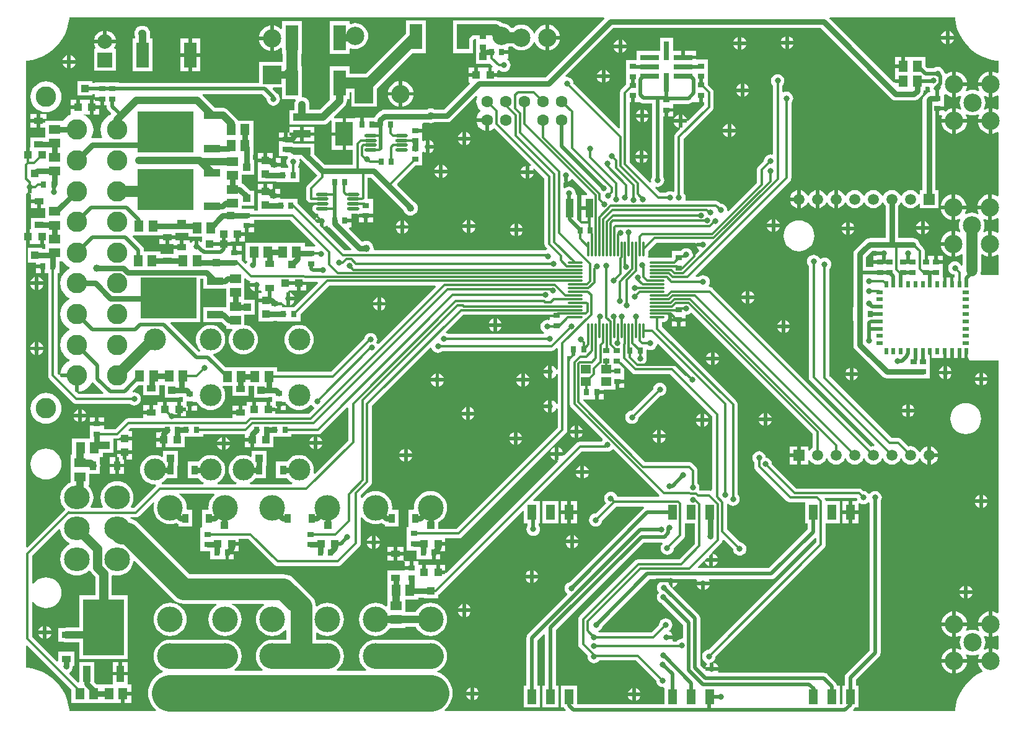
<source format=gtl>
%FSLAX44Y44*%
%MOMM*%
G71*
G01*
G75*
G04 Layer_Physical_Order=1*
G04 Layer_Color=255*
%ADD10R,1.2000X2.0000*%
%ADD11R,1.4000X1.2000*%
%ADD12R,1.2200X0.9100*%
%ADD13R,0.9100X1.2200*%
%ADD14R,0.9000X0.6000*%
%ADD15R,0.6000X0.9000*%
%ADD16R,0.8000X2.6000*%
%ADD17R,2.6000X0.8000*%
%ADD18R,1.0000X1.0000*%
%ADD19R,1.0000X1.0000*%
%ADD20R,1.5000X1.3000*%
%ADD21R,1.3000X1.5000*%
%ADD22R,0.8000X0.9000*%
%ADD23R,0.9000X0.8000*%
%ADD24R,1.7000X3.5000*%
%ADD25R,7.7000X5.5500*%
%ADD26R,2.2000X1.0000*%
%ADD27R,1.1000X2.6000*%
%ADD28O,0.3000X2.1000*%
%ADD29O,2.1000X0.3000*%
%ADD30O,1.7000X0.4500*%
%ADD31R,2.4000X3.3000*%
%ADD32R,2.4000X1.0000*%
%ADD33R,5.5500X7.7000*%
%ADD34R,1.0000X2.2000*%
%ADD35C,0.5000*%
%ADD36C,0.3000*%
%ADD37C,0.7500*%
%ADD38C,1.0000*%
%ADD39C,1.5000*%
%ADD40C,0.8000*%
%ADD41C,3.5000*%
%ADD42C,3.0000*%
%ADD43C,5.0000*%
%ADD44C,1.2500*%
%ADD45C,2.5000*%
%ADD46C,1.6000*%
%ADD47C,2.0000*%
%ADD48R,2.0000X2.0000*%
%ADD49R,2.5000X2.5000*%
%ADD50R,2.5000X2.5000*%
%ADD51C,3.5000*%
%ADD52C,3.0000*%
%ADD53C,2.8000*%
%ADD54O,3.5000X3.2000*%
%ADD55C,1.5000*%
%ADD56R,1.5000X1.5000*%
%ADD57C,0.8000*%
%ADD58C,1.0000*%
G36*
X512704Y745359D02*
X513167Y745167D01*
X514864Y744943D01*
X517000D01*
Y744944D01*
X532309D01*
X533074Y743096D01*
X500228Y710250D01*
X483500D01*
Y712500D01*
X473997D01*
Y717500D01*
X483501D01*
Y715182D01*
X485394Y715825D01*
X485581Y715581D01*
X487461Y714139D01*
X489500Y713294D01*
Y721998D01*
Y730706D01*
X489650Y730769D01*
X492000Y731078D01*
X492000D01*
Y731586D01*
X493414Y733000D01*
X504500D01*
Y743003D01*
X506997D01*
Y745500D01*
X512363D01*
X512704Y745359D01*
D02*
G37*
G36*
X181066Y406228D02*
X181326Y403589D01*
X182612Y399348D01*
X184701Y395439D01*
X187513Y392013D01*
X190939Y389201D01*
X193187Y388000D01*
Y386000D01*
X190939Y384799D01*
X187513Y381987D01*
X184701Y378561D01*
X182612Y374652D01*
X181326Y370411D01*
X180891Y366000D01*
X181326Y361589D01*
X182612Y357348D01*
X184701Y353439D01*
X187513Y350013D01*
X190939Y347201D01*
X194848Y345112D01*
X199089Y343825D01*
X203500Y343391D01*
X207911Y343825D01*
X212152Y345112D01*
X216061Y347201D01*
X219487Y350013D01*
X219661Y350225D01*
X221639Y349932D01*
X221923Y349246D01*
X223726Y346896D01*
X228653Y341970D01*
Y316500D01*
X207250D01*
Y272436D01*
X189000D01*
X186390Y272093D01*
X185924Y271900D01*
X177900D01*
Y252800D01*
X185924D01*
X186390Y252607D01*
X189000Y252264D01*
X207250D01*
Y229500D01*
X272750D01*
Y316500D01*
X251347D01*
Y342979D01*
X252953Y344170D01*
X254089Y343825D01*
X258500Y343391D01*
X262911Y343825D01*
X267152Y345112D01*
X271061Y347201D01*
X274487Y350013D01*
X277299Y353439D01*
X279388Y357348D01*
X280674Y361589D01*
X280806Y362921D01*
X282689Y363595D01*
X335494Y310789D01*
X338539Y308290D01*
X342014Y306433D01*
X345784Y305289D01*
X349705Y304903D01*
X393910D01*
X394396Y302963D01*
X393519Y302495D01*
X390093Y299683D01*
X387281Y296257D01*
X385192Y292348D01*
X383905Y288107D01*
X383471Y283696D01*
X383905Y279285D01*
X385192Y275044D01*
X387281Y271135D01*
X390093Y267709D01*
X393519Y264897D01*
X397428Y262808D01*
X401669Y261521D01*
X406080Y261087D01*
X410491Y261521D01*
X414732Y262808D01*
X418641Y264897D01*
X422067Y267709D01*
X424879Y271135D01*
X426968Y275044D01*
X428254Y279285D01*
X428689Y283696D01*
X428254Y288107D01*
X426968Y292348D01*
X424879Y296257D01*
X422067Y299683D01*
X418641Y302495D01*
X414732Y304584D01*
X414779Y304903D01*
X458610D01*
X459096Y302963D01*
X458219Y302495D01*
X454793Y299683D01*
X451981Y296257D01*
X449892Y292348D01*
X448605Y288107D01*
X448171Y283696D01*
X448605Y279285D01*
X449892Y275044D01*
X451981Y271135D01*
X454793Y267709D01*
X458219Y264897D01*
X462128Y262808D01*
X466369Y261521D01*
X470780Y261087D01*
X475191Y261521D01*
X479432Y262808D01*
X483341Y264897D01*
X486767Y267709D01*
X488020Y269236D01*
X489903Y268563D01*
Y255905D01*
X470780D01*
X466369Y255470D01*
X462128Y254184D01*
X458219Y252094D01*
X454793Y249283D01*
X451981Y245857D01*
X449892Y241948D01*
X448605Y237707D01*
X448171Y233296D01*
X448605Y228885D01*
X449892Y224644D01*
X451981Y220735D01*
X454793Y217309D01*
X457763Y214872D01*
X457089Y212989D01*
X419771D01*
X419097Y214872D01*
X422067Y217309D01*
X424879Y220735D01*
X426968Y224644D01*
X428254Y228885D01*
X428689Y233296D01*
X428254Y237707D01*
X426968Y241948D01*
X424879Y245857D01*
X422067Y249283D01*
X418641Y252094D01*
X414732Y254184D01*
X410491Y255470D01*
X406080Y255905D01*
X331080D01*
X326669Y255470D01*
X322428Y254184D01*
X318519Y252094D01*
X315093Y249283D01*
X312281Y245857D01*
X310192Y241948D01*
X308906Y237707D01*
X308471Y233296D01*
X308906Y228885D01*
X310192Y224644D01*
X312281Y220735D01*
X315093Y217309D01*
X318519Y214497D01*
X321023Y213159D01*
X320925Y211161D01*
X317418Y209709D01*
X313392Y207241D01*
X309801Y204175D01*
X306734Y200584D01*
X304267Y196558D01*
X302460Y192195D01*
X301358Y187603D01*
X300987Y182896D01*
X301358Y178188D01*
X302460Y173597D01*
X304267Y169234D01*
X306734Y165208D01*
X309801Y161617D01*
X311830Y159884D01*
X311138Y158008D01*
X193558D01*
X193461Y159745D01*
X192228Y166998D01*
X190192Y174067D01*
X187376Y180864D01*
X183818Y187303D01*
X179561Y193303D01*
X174659Y198789D01*
X169173Y203691D01*
X163173Y207948D01*
X156734Y211507D01*
X149937Y214322D01*
X142868Y216358D01*
X135615Y217591D01*
X133878Y217688D01*
Y247237D01*
X135725Y248003D01*
X196000Y187728D01*
Y169500D01*
X264000D01*
Y182003D01*
X266497D01*
Y184500D01*
X278000D01*
Y194500D01*
X272800D01*
Y207000D01*
X252800D01*
Y194500D01*
X231027D01*
X227200Y198327D01*
Y225500D01*
X207200D01*
Y197685D01*
X205352Y196919D01*
X193111Y209161D01*
X193501Y211123D01*
X193539Y211138D01*
X195419Y212581D01*
X196861Y214461D01*
X197768Y216651D01*
X198078Y219000D01*
X199042Y220100D01*
X200100D01*
Y239200D01*
X177900D01*
Y226985D01*
X176052Y226219D01*
X142556Y259716D01*
Y307012D01*
X144439Y307686D01*
X146579Y305079D01*
X149777Y302455D01*
X153425Y300505D01*
X157383Y299304D01*
X161500Y298898D01*
X165617Y299304D01*
X169575Y300505D01*
X173223Y302455D01*
X176421Y305079D01*
X179045Y308277D01*
X180995Y311925D01*
X182196Y315883D01*
X182602Y320000D01*
X182196Y324117D01*
X180995Y328075D01*
X179045Y331723D01*
X176421Y334921D01*
X173223Y337545D01*
X169575Y339495D01*
X165617Y340696D01*
X161500Y341101D01*
X157383Y340696D01*
X153425Y339495D01*
X149777Y337545D01*
X146579Y334921D01*
X144439Y332314D01*
X142556Y332988D01*
Y370276D01*
X179182Y406902D01*
X181066Y406228D01*
D02*
G37*
G36*
X1403080Y1105055D02*
X1404312Y1097802D01*
X1406349Y1090733D01*
X1409164Y1083936D01*
X1412723Y1077497D01*
X1416980Y1071498D01*
X1421882Y1066012D01*
X1427368Y1061110D01*
X1433368Y1056853D01*
X1439807Y1053294D01*
X1446603Y1050479D01*
X1453673Y1048442D01*
X1460925Y1047210D01*
X1462663Y1047112D01*
Y1031089D01*
X1460948Y1030060D01*
X1458729Y1031246D01*
X1455431Y1032247D01*
X1454500Y1032338D01*
Y1014997D01*
Y997662D01*
X1455431Y997753D01*
X1458729Y998754D01*
X1460948Y999940D01*
X1462663Y998911D01*
Y981089D01*
X1460948Y980060D01*
X1458729Y981246D01*
X1455431Y982247D01*
X1454500Y982338D01*
Y964997D01*
Y947662D01*
X1455431Y947753D01*
X1458729Y948754D01*
X1460948Y949940D01*
X1462663Y948911D01*
Y862406D01*
X1460855Y861551D01*
X1460770Y861621D01*
X1457729Y863246D01*
X1454431Y864247D01*
X1453500Y864339D01*
Y846998D01*
Y829662D01*
X1454431Y829753D01*
X1457729Y830754D01*
X1460770Y832379D01*
X1460855Y832449D01*
X1462663Y831594D01*
Y812406D01*
X1460855Y811551D01*
X1460770Y811621D01*
X1457729Y813246D01*
X1454431Y814247D01*
X1453500Y814339D01*
Y796998D01*
Y779662D01*
X1454431Y779753D01*
X1457729Y780754D01*
X1460770Y782379D01*
X1460855Y782449D01*
X1462663Y781594D01*
Y754608D01*
X1439096D01*
X1437985Y756271D01*
X1438178Y756737D01*
X1438608Y760000D01*
Y782192D01*
X1440416Y783047D01*
X1441230Y782379D01*
X1444271Y780754D01*
X1447569Y779753D01*
X1448500Y779662D01*
Y796998D01*
Y814339D01*
X1447569Y814247D01*
X1444271Y813246D01*
X1442959Y812545D01*
X1441545Y813960D01*
X1442246Y815271D01*
X1443247Y818569D01*
X1443585Y822000D01*
X1443247Y825431D01*
X1442246Y828729D01*
X1441545Y830041D01*
X1442959Y831455D01*
X1444271Y830754D01*
X1447569Y829753D01*
X1448500Y829662D01*
Y844500D01*
X1433661D01*
X1433753Y843569D01*
X1434754Y840271D01*
X1435455Y838960D01*
X1434040Y837545D01*
X1432729Y838246D01*
X1429431Y839247D01*
X1426000Y839585D01*
X1422569Y839247D01*
X1419271Y838246D01*
X1417959Y837545D01*
X1416545Y838960D01*
X1417246Y840271D01*
X1418247Y843569D01*
X1418338Y844500D01*
X1403500D01*
Y829662D01*
X1404431Y829753D01*
X1407729Y830754D01*
X1409040Y831455D01*
X1410455Y830041D01*
X1409754Y828729D01*
X1408753Y825431D01*
X1408415Y822000D01*
X1408753Y818569D01*
X1409754Y815271D01*
X1410455Y813960D01*
X1409040Y812545D01*
X1407729Y813246D01*
X1404431Y814247D01*
X1403500Y814339D01*
Y796998D01*
Y779662D01*
X1404431Y779753D01*
X1407729Y780754D01*
X1410770Y782379D01*
X1411584Y783048D01*
X1413392Y782193D01*
Y767555D01*
X1411431Y767164D01*
X1410861Y768539D01*
X1409419Y770419D01*
X1407539Y771861D01*
X1405349Y772768D01*
X1403000Y773078D01*
X1400650Y772768D01*
X1398461Y771861D01*
X1396581Y770419D01*
X1395139Y768539D01*
X1394232Y766349D01*
X1393922Y764000D01*
X1394232Y761650D01*
X1395139Y759461D01*
X1396581Y757581D01*
X1398461Y756139D01*
X1400650Y755232D01*
X1402444Y754995D01*
Y751000D01*
X1401000D01*
Y741497D01*
X1396500D01*
Y751000D01*
X1391500D01*
Y741497D01*
X1387001D01*
Y751000D01*
X1386500D01*
Y763000D01*
Y769500D01*
X1376997D01*
Y771998D01*
X1374500D01*
Y781000D01*
X1366500D01*
Y771998D01*
X1361557D01*
Y781000D01*
X1361556D01*
Y787000D01*
X1361333Y788697D01*
X1361061Y789352D01*
X1360678Y790278D01*
X1359636Y791636D01*
X1354758Y796514D01*
X1354525Y798284D01*
X1353643Y800413D01*
X1352241Y802241D01*
X1350413Y803643D01*
X1348284Y804525D01*
X1346000Y804826D01*
X1325826D01*
Y849016D01*
X1325915Y849085D01*
X1327919Y851696D01*
X1328700Y853582D01*
X1330700D01*
X1331481Y851696D01*
X1333485Y849085D01*
X1336096Y847081D01*
X1339137Y845822D01*
X1342400Y845392D01*
X1345663Y845822D01*
X1348704Y847081D01*
X1351315Y849085D01*
X1353319Y851696D01*
X1353338Y851744D01*
X1355300Y851354D01*
Y845500D01*
X1380300D01*
Y870500D01*
X1376575D01*
Y972750D01*
X1376576D01*
Y981752D01*
X1378997D01*
Y984250D01*
X1388500D01*
Y986750D01*
Y1001102D01*
X1390308Y1001957D01*
X1392231Y1000379D01*
X1395271Y998754D01*
X1398569Y997753D01*
X1399500Y997662D01*
Y1014997D01*
Y1032338D01*
X1398569Y1032247D01*
X1395271Y1031246D01*
X1392231Y1029621D01*
X1391721Y1029203D01*
X1389781Y1029689D01*
X1389618Y1030083D01*
X1388416Y1031650D01*
X1388399Y1031666D01*
X1388336Y1032150D01*
X1387429Y1034339D01*
X1385986Y1036219D01*
X1384106Y1037662D01*
X1381917Y1038569D01*
X1379567Y1038878D01*
X1377218Y1038569D01*
X1375029Y1037662D01*
X1374642Y1037365D01*
X1365611D01*
X1363000Y1039976D01*
Y1052500D01*
X1335000D01*
Y1039997D01*
X1332502D01*
Y1037500D01*
X1321000D01*
Y1027500D01*
Y1021500D01*
X1332502D01*
Y1016500D01*
X1320999D01*
Y1018344D01*
X1319152Y1017579D01*
X1231786Y1104945D01*
X1232551Y1106793D01*
X1402982D01*
X1403080Y1105055D01*
D02*
G37*
G36*
X184701Y772439D02*
X187513Y769013D01*
X190939Y766201D01*
X193187Y765000D01*
Y763000D01*
X190939Y761798D01*
X187513Y758987D01*
X184701Y755561D01*
X182612Y751652D01*
X181326Y747411D01*
X180891Y743000D01*
X181326Y738589D01*
X182612Y734348D01*
X184701Y730439D01*
X187513Y727013D01*
X190939Y724201D01*
X193187Y723000D01*
Y721000D01*
X190939Y719799D01*
X187513Y716987D01*
X184701Y713561D01*
X182612Y709652D01*
X181326Y705411D01*
X180891Y701000D01*
X181326Y696589D01*
X182612Y692348D01*
X184701Y688439D01*
X187513Y685013D01*
X190939Y682201D01*
X193187Y681000D01*
Y679000D01*
X190939Y677798D01*
X187513Y674987D01*
X184701Y671561D01*
X182612Y667652D01*
X181326Y663411D01*
X180891Y659000D01*
X181326Y654589D01*
X182612Y650348D01*
X184701Y646439D01*
X187513Y643013D01*
X190939Y640201D01*
X193187Y639000D01*
Y637000D01*
X190939Y635798D01*
X187513Y632987D01*
X184701Y629561D01*
X182612Y625652D01*
X181326Y621411D01*
X181137Y619500D01*
X203503D01*
Y617002D01*
X206000D01*
Y594637D01*
X207911Y594826D01*
X212152Y596112D01*
X216061Y598201D01*
X219487Y601013D01*
X222299Y604439D01*
X223913Y607459D01*
X225906Y607622D01*
X226651Y606651D01*
X239898Y593404D01*
X239133Y591556D01*
X205716D01*
X203301Y593970D01*
X203500Y594391D01*
X202814Y594458D01*
X201000Y596272D01*
Y614500D01*
X182773D01*
X180958Y616314D01*
X180891Y617000D01*
X181064Y618764D01*
X179182Y618090D01*
X177556Y619716D01*
Y756500D01*
X180000D01*
Y773000D01*
X184402D01*
X184701Y772439D01*
D02*
G37*
G36*
X849500Y699943D02*
X853050D01*
X853050Y699943D01*
X853051Y699943D01*
X859003D01*
Y696500D01*
X849500D01*
Y694134D01*
X847996Y692815D01*
X846000Y693078D01*
X843651Y692768D01*
X841461Y691861D01*
X839581Y690419D01*
X838139Y688539D01*
X837232Y686349D01*
X836922Y684000D01*
X837232Y681650D01*
X838139Y679461D01*
X839581Y677581D01*
X841461Y676139D01*
X841926Y675946D01*
X842384Y675350D01*
X841499Y673556D01*
X711240D01*
X709539Y674862D01*
X707349Y675768D01*
X707271Y675999D01*
X731216Y699944D01*
X849500D01*
Y699943D01*
D02*
G37*
G36*
X1005431Y337632D02*
X1005200Y335878D01*
X1002850Y335568D01*
X1000661Y334661D01*
X998781Y333219D01*
X997339Y331339D01*
X996432Y329150D01*
X996122Y326800D01*
X996432Y324450D01*
X997339Y322261D01*
X998689Y320502D01*
X998581Y320419D01*
X997139Y318539D01*
X996232Y316350D01*
X995922Y314000D01*
X996232Y311651D01*
X997139Y309461D01*
X998581Y307581D01*
X1000461Y306139D01*
X1002651Y305232D01*
X1003134Y305168D01*
X1031935Y276367D01*
Y258340D01*
X1030432Y257021D01*
X1030000Y257078D01*
X1027651Y256768D01*
X1025461Y255861D01*
X1023581Y254419D01*
X1022919Y253556D01*
X1018287D01*
X1017175Y255219D01*
X1017706Y256500D01*
X1008997D01*
Y261500D01*
X1017706D01*
X1016861Y263539D01*
X1015419Y265419D01*
X1013539Y266861D01*
X1012539Y267276D01*
Y268139D01*
X1014419Y269581D01*
X1015861Y271461D01*
X1016768Y273650D01*
X1017078Y276000D01*
X1016768Y278349D01*
X1015861Y280539D01*
X1014419Y282419D01*
X1012539Y283862D01*
X1010350Y284768D01*
X1008000Y285078D01*
X1005650Y284768D01*
X1003461Y283862D01*
X1001581Y282419D01*
X1000138Y280539D01*
X999232Y278349D01*
X998952Y276224D01*
X988284Y265556D01*
X916430D01*
X916040Y267518D01*
X917539Y268139D01*
X919419Y269581D01*
X920862Y271461D01*
X921768Y273650D01*
X921832Y274134D01*
X986133Y338435D01*
X1004726D01*
X1005431Y337632D01*
D02*
G37*
G36*
X688244Y654621D02*
X689139Y652461D01*
X690581Y650581D01*
X692461Y649139D01*
X694650Y648232D01*
X697000Y647922D01*
X699350Y648232D01*
X701539Y649139D01*
X703240Y650444D01*
X852000D01*
X853697Y650667D01*
X854352Y650939D01*
X855278Y651322D01*
X856636Y652364D01*
X858596Y654324D01*
X860444Y653559D01*
Y625430D01*
X858482Y625040D01*
X857861Y626539D01*
X856419Y628419D01*
X854539Y629861D01*
X852500Y630706D01*
Y621997D01*
Y613294D01*
X854539Y614138D01*
X856419Y615581D01*
X857861Y617461D01*
X858482Y618960D01*
X860444Y618570D01*
Y578430D01*
X858482Y578040D01*
X857861Y579539D01*
X856419Y581419D01*
X854539Y582861D01*
X852500Y583706D01*
Y574997D01*
Y566294D01*
X854539Y567138D01*
X856419Y568581D01*
X857861Y570461D01*
X858482Y571960D01*
X860444Y571570D01*
Y545716D01*
X722284Y407556D01*
X697500D01*
Y416530D01*
X699311Y417497D01*
X702737Y420309D01*
X705548Y423735D01*
X707638Y427644D01*
X708924Y431885D01*
X709359Y436296D01*
X708924Y440707D01*
X707638Y444948D01*
X705548Y448857D01*
X702737Y452283D01*
X699311Y455094D01*
X695402Y457184D01*
X691161Y458470D01*
X686750Y458905D01*
X682339Y458470D01*
X678098Y457184D01*
X674189Y455094D01*
X670763Y452283D01*
X667951Y448857D01*
X665862Y444948D01*
X664576Y440707D01*
X664141Y436296D01*
X664310Y434582D01*
X662967Y433100D01*
X656800D01*
Y410900D01*
D01*
Y410900D01*
X655900Y410000D01*
X654500D01*
Y392000D01*
Y378000D01*
X668000D01*
Y365500D01*
X688500D01*
Y375003D01*
X690997D01*
Y377500D01*
X700001D01*
Y377000D01*
X707000D01*
Y384500D01*
X696998D01*
Y389500D01*
X707000D01*
Y394444D01*
X725000D01*
X726697Y394667D01*
X727352Y394939D01*
X728278Y395322D01*
X729636Y396364D01*
X871636Y538364D01*
X872678Y539722D01*
X873005Y540513D01*
X873333Y541303D01*
X873556Y543000D01*
Y643500D01*
X879500D01*
Y653003D01*
X884500D01*
Y645293D01*
X882706Y643500D01*
X880095D01*
X880860Y641652D01*
X878864Y639657D01*
X877822Y638299D01*
X877359Y637181D01*
X877167Y636718D01*
X876944Y635021D01*
Y578500D01*
X877167Y576803D01*
X877439Y576148D01*
X877822Y575222D01*
X878864Y573864D01*
X922053Y530676D01*
X921922Y528680D01*
X921581Y528419D01*
X920152Y526556D01*
X891000D01*
X889303Y526333D01*
X888840Y526141D01*
X887722Y525678D01*
X886364Y524636D01*
X869724Y507996D01*
X867931Y508880D01*
X867769Y507650D01*
X867707Y507500D01*
X861500D01*
Y501293D01*
X861350Y501231D01*
X860120Y501069D01*
X861004Y499276D01*
X708848Y347119D01*
X707001Y347885D01*
Y345500D01*
X696998D01*
Y347997D01*
X694500D01*
Y358000D01*
X680500D01*
Y347997D01*
X675500D01*
Y358000D01*
X670500D01*
Y363000D01*
X663500D01*
Y353997D01*
X661003D01*
Y351500D01*
X651500D01*
Y350200D01*
X650100D01*
Y350200D01*
X627900D01*
Y331100D01*
X628000D01*
Y314000D01*
X627500D01*
Y302216D01*
X625692Y301361D01*
X624311Y302495D01*
X620402Y304584D01*
X616161Y305870D01*
X611750Y306305D01*
X607339Y305870D01*
X603098Y304584D01*
X599189Y302495D01*
X595763Y299683D01*
X592951Y296257D01*
X590862Y292348D01*
X589576Y288107D01*
X589141Y283696D01*
X589576Y279285D01*
X590862Y275044D01*
X592951Y271135D01*
X595763Y267709D01*
X599189Y264897D01*
X603098Y262808D01*
X607339Y261521D01*
X611750Y261087D01*
X616161Y261521D01*
X620402Y262808D01*
X624311Y264897D01*
X627737Y267709D01*
X630549Y271135D01*
X631011Y272000D01*
X652500D01*
Y273610D01*
X666629D01*
X667951Y271135D01*
X670763Y267709D01*
X674189Y264897D01*
X678098Y262808D01*
X682339Y261521D01*
X686750Y261087D01*
X691161Y261521D01*
X695402Y262808D01*
X699311Y264897D01*
X702737Y267709D01*
X705548Y271135D01*
X707638Y275044D01*
X708924Y279285D01*
X709359Y283696D01*
X708924Y288107D01*
X707638Y292348D01*
X705548Y296257D01*
X702737Y299683D01*
X699311Y302495D01*
X695402Y304584D01*
X691161Y305870D01*
X686750Y306305D01*
X682339Y305870D01*
X678098Y304584D01*
X674189Y302495D01*
X670763Y299683D01*
X667951Y296257D01*
X666629Y293782D01*
X652500D01*
Y310500D01*
X670000D01*
Y313675D01*
X677500D01*
Y312500D01*
X697500D01*
Y317376D01*
X698136Y317864D01*
X812452Y432181D01*
X814300Y431415D01*
Y415000D01*
X819435D01*
Y411926D01*
X819138Y411539D01*
X818232Y409350D01*
X817922Y407000D01*
X818232Y404650D01*
X819138Y402461D01*
X820581Y400581D01*
X822461Y399138D01*
X824650Y398232D01*
X827000Y397922D01*
X829350Y398232D01*
X831539Y399138D01*
X833419Y400581D01*
X834861Y402461D01*
X835768Y404650D01*
X836078Y407000D01*
X835768Y409350D01*
X834861Y411539D01*
X834565Y411926D01*
Y415000D01*
X836300D01*
Y445000D01*
X827885D01*
X827119Y446848D01*
X893716Y513444D01*
X925138D01*
X925650Y513232D01*
X928000Y512922D01*
X930350Y513232D01*
X932539Y514138D01*
X934419Y515581D01*
X934680Y515922D01*
X936676Y516053D01*
X999825Y452904D01*
X999059Y451056D01*
X941807D01*
X941768Y451349D01*
X940861Y453539D01*
X939419Y455419D01*
X937539Y456861D01*
X935350Y457768D01*
X933000Y458078D01*
X930650Y457768D01*
X928461Y456861D01*
X926581Y455419D01*
X925138Y453539D01*
X924232Y451349D01*
X923922Y449000D01*
X924232Y446651D01*
X925138Y444461D01*
X926463Y442735D01*
X912076Y428348D01*
X909950Y428068D01*
X907761Y427161D01*
X905881Y425719D01*
X904438Y423839D01*
X903532Y421649D01*
X903222Y419300D01*
X903532Y416950D01*
X904438Y414761D01*
X905881Y412881D01*
X907761Y411438D01*
X909950Y410532D01*
X912300Y410222D01*
X914650Y410532D01*
X916839Y411438D01*
X918719Y412881D01*
X920161Y414761D01*
X921068Y416950D01*
X921348Y419076D01*
X940216Y437944D01*
X977922D01*
X978565Y436050D01*
X978537Y436029D01*
X977651Y435349D01*
X977651Y435349D01*
X877134Y334832D01*
X876650Y334768D01*
X874461Y333862D01*
X872581Y332419D01*
X871139Y330539D01*
X870232Y328349D01*
X869922Y326000D01*
X870232Y323651D01*
X871139Y321461D01*
X872581Y319581D01*
X873246Y319071D01*
X873377Y317075D01*
X819951Y263649D01*
X818749Y262082D01*
X817993Y260258D01*
X817735Y258300D01*
Y193000D01*
X814300D01*
Y163000D01*
X836300D01*
Y193000D01*
X832865D01*
Y255167D01*
X841288Y263589D01*
X843135Y262824D01*
Y193000D01*
X839700D01*
Y163000D01*
X861700D01*
Y193000D01*
X858265D01*
Y269253D01*
X977946Y388935D01*
X1002418D01*
X1002600Y388698D01*
X1003368Y387141D01*
X1002139Y385539D01*
X1001232Y383349D01*
X1000922Y381000D01*
X1001232Y378651D01*
X1002139Y376461D01*
X1003581Y374581D01*
X1005461Y373139D01*
X1007651Y372232D01*
X1010000Y371922D01*
X1012349Y372232D01*
X1014539Y373139D01*
X1016419Y374581D01*
X1017861Y376461D01*
X1018768Y378651D01*
X1019048Y380777D01*
X1032436Y394164D01*
X1033478Y395522D01*
X1034133Y397103D01*
X1034356Y398800D01*
Y415000D01*
X1047444D01*
Y386716D01*
X1026284Y365556D01*
X978000D01*
X978000Y365556D01*
X970515D01*
X968818Y365333D01*
X967821Y364920D01*
X967237Y364678D01*
X965879Y363636D01*
X890364Y288121D01*
X889322Y286763D01*
X888859Y285645D01*
X888667Y285182D01*
X888444Y283485D01*
Y249979D01*
X888667Y248282D01*
X888939Y247627D01*
X889322Y246701D01*
X890364Y245343D01*
X901130Y234578D01*
X900922Y233000D01*
X901232Y230651D01*
X902139Y228461D01*
X903581Y226581D01*
X905461Y225138D01*
X907651Y224232D01*
X910000Y223922D01*
X912349Y224232D01*
X914539Y225138D01*
X916419Y226581D01*
X917081Y227444D01*
X967284D01*
X994952Y199776D01*
X995232Y197651D01*
X996139Y195461D01*
X997581Y193581D01*
X999461Y192139D01*
X1001650Y191232D01*
X1004000Y190922D01*
X1004796Y191027D01*
X1006300Y189708D01*
Y167565D01*
X887100D01*
Y193000D01*
X865100D01*
Y163000D01*
X869183D01*
X869549Y162118D01*
X870751Y160551D01*
X871446Y159855D01*
X870681Y158008D01*
X706692D01*
X706000Y159884D01*
X708029Y161617D01*
X711096Y165208D01*
X713563Y169234D01*
X715370Y173597D01*
X716472Y178188D01*
X716843Y182896D01*
X716472Y187603D01*
X715370Y192195D01*
X713563Y196558D01*
X711096Y200584D01*
X708029Y204175D01*
X704438Y207241D01*
X700412Y209709D01*
X696049Y211516D01*
X695424Y211666D01*
X695402Y212408D01*
X699311Y214497D01*
X702737Y217309D01*
X705548Y220735D01*
X707638Y224644D01*
X708924Y228885D01*
X709359Y233296D01*
X708924Y237707D01*
X707638Y241948D01*
X705548Y245857D01*
X702737Y249283D01*
X699311Y252094D01*
X695402Y254184D01*
X691161Y255470D01*
X686750Y255905D01*
X611750D01*
X607339Y255470D01*
X603098Y254184D01*
X599189Y252094D01*
X595763Y249283D01*
X592951Y245857D01*
X590862Y241948D01*
X589576Y237707D01*
X589141Y233296D01*
X589576Y228885D01*
X590862Y224644D01*
X592951Y220735D01*
X595763Y217309D01*
X598733Y214872D01*
X598059Y212989D01*
X559471D01*
X558797Y214872D01*
X561767Y217309D01*
X564579Y220735D01*
X566668Y224644D01*
X567954Y228885D01*
X568389Y233296D01*
X567954Y237707D01*
X566668Y241948D01*
X564579Y245857D01*
X561767Y249283D01*
X558341Y252094D01*
X554432Y254184D01*
X550191Y255470D01*
X545780Y255905D01*
X530097D01*
Y265121D01*
X531905Y265976D01*
X533219Y264897D01*
X537128Y262808D01*
X541369Y261521D01*
X545780Y261087D01*
X550191Y261521D01*
X554432Y262808D01*
X558341Y264897D01*
X561767Y267709D01*
X564579Y271135D01*
X566668Y275044D01*
X567954Y279285D01*
X568389Y283696D01*
X567954Y288107D01*
X566668Y292348D01*
X564579Y296257D01*
X561767Y299683D01*
X558341Y302495D01*
X554432Y304584D01*
X550191Y305870D01*
X545780Y306305D01*
X541369Y305870D01*
X537128Y304584D01*
X533219Y302495D01*
X531834Y301358D01*
X529986Y302123D01*
X529711Y304921D01*
X528567Y308691D01*
X526710Y312165D01*
X524211Y315211D01*
X500211Y339211D01*
X497165Y341710D01*
X493691Y343567D01*
X489921Y344711D01*
X486000Y345097D01*
X358029D01*
X287415Y415710D01*
X284370Y418210D01*
X280895Y420067D01*
X277125Y421211D01*
X276902Y421605D01*
X277535Y422944D01*
X284500D01*
X286197Y423167D01*
X286987Y423495D01*
X287778Y423822D01*
X289136Y424864D01*
X307705Y443434D01*
X309421Y442405D01*
X308906Y440707D01*
X308471Y436296D01*
X308906Y431885D01*
X310192Y427644D01*
X312281Y423735D01*
X315093Y420309D01*
X318519Y417497D01*
X322428Y415408D01*
X326669Y414122D01*
X331080Y413687D01*
X335491Y414122D01*
X339632Y415378D01*
X340963Y414357D01*
X342100Y413886D01*
Y410900D01*
X361200D01*
Y433100D01*
X354863D01*
X353520Y434582D01*
X353689Y436296D01*
X353254Y440707D01*
X351968Y444948D01*
X349879Y448857D01*
X347067Y452283D01*
X343641Y455094D01*
X343728Y455444D01*
X390977D01*
X391650Y453561D01*
X390093Y452283D01*
X387281Y448857D01*
X385192Y444948D01*
X383905Y440707D01*
X383471Y436296D01*
X383640Y434582D01*
X382297Y433100D01*
X374800D01*
Y410900D01*
X374800D01*
Y410414D01*
X373386Y409000D01*
X372500D01*
Y391000D01*
Y377000D01*
X386000D01*
Y365500D01*
X406500D01*
Y375003D01*
X408997D01*
Y377500D01*
X418000D01*
Y377000D01*
X425000D01*
Y384500D01*
X414997D01*
Y389500D01*
X425000D01*
Y393444D01*
X438284D01*
X473364Y358364D01*
X474722Y357322D01*
X475648Y356939D01*
X476303Y356667D01*
X478000Y356444D01*
X560000D01*
X561697Y356667D01*
X562352Y356939D01*
X563278Y357322D01*
X564636Y358364D01*
X589636Y383364D01*
X590678Y384722D01*
X591005Y385513D01*
X591333Y386303D01*
X591556Y388000D01*
Y422467D01*
X593439Y423141D01*
X595763Y420309D01*
X599189Y417497D01*
X603098Y415408D01*
X607339Y414122D01*
X611750Y413687D01*
X616161Y414122D01*
X620302Y415378D01*
X621633Y414357D01*
X623138Y413733D01*
X623762Y413475D01*
X624100Y413431D01*
Y410900D01*
X643200D01*
Y433100D01*
X635533D01*
X634190Y434582D01*
X634359Y436296D01*
X633924Y440707D01*
X632638Y444948D01*
X630549Y448857D01*
X627737Y452283D01*
X624311Y455094D01*
X620402Y457184D01*
X616161Y458470D01*
X611750Y458905D01*
X607339Y458470D01*
X603098Y457184D01*
X599189Y455094D01*
X595763Y452283D01*
X593439Y449451D01*
X591556Y450125D01*
Y453799D01*
X604636Y466879D01*
X605678Y468237D01*
X606061Y469163D01*
X606333Y469818D01*
X606556Y471515D01*
Y575284D01*
X686283Y655011D01*
X688244Y654621D01*
D02*
G37*
G36*
X961900Y620829D02*
X963258Y619787D01*
X964376Y619324D01*
X964839Y619132D01*
X966535Y618908D01*
X1013820D01*
X1071444Y561284D01*
Y462609D01*
X1070057Y459260D01*
X1069161Y459333D01*
D01*
X1067464Y459556D01*
X1054736D01*
X1054157Y460136D01*
X1053386Y460727D01*
X1053768Y461651D01*
X1054078Y464000D01*
X1053768Y466349D01*
X1052861Y468539D01*
X1051556Y470240D01*
Y487000D01*
X1051333Y488697D01*
X1051005Y489487D01*
X1050678Y490278D01*
X1049636Y491636D01*
X1044636Y496636D01*
X1043278Y497678D01*
X1042487Y498005D01*
X1041697Y498333D01*
X1040000Y498556D01*
X979787D01*
X895056Y583287D01*
Y584500D01*
X911500D01*
Y594003D01*
X913997D01*
Y596500D01*
X923000D01*
Y597500D01*
X939000D01*
Y600000D01*
X939500D01*
Y609002D01*
X941998D01*
Y611500D01*
X951500D01*
Y614000D01*
Y628615D01*
X953348Y629381D01*
X961900Y620829D01*
D02*
G37*
G36*
X529881Y794848D02*
X529115Y793000D01*
X515000D01*
Y798500D01*
X434000D01*
Y773500D01*
X435237D01*
X436257Y771973D01*
X435614Y770079D01*
X433806Y769466D01*
X428500Y774772D01*
Y776000D01*
Y782500D01*
X418997D01*
Y784997D01*
X416500D01*
Y794000D01*
X414000D01*
Y794500D01*
X403997D01*
Y799500D01*
X414000D01*
Y800000D01*
X420500D01*
Y810003D01*
X422998D01*
Y812500D01*
X433000D01*
Y813000D01*
X433500D01*
Y822002D01*
X435998D01*
Y824500D01*
X445500D01*
Y827000D01*
Y829444D01*
X495284D01*
X529881Y794848D01*
D02*
G37*
G36*
X1297142Y785671D02*
X1297231Y786350D01*
X1297294Y786500D01*
X1306003D01*
Y781500D01*
X1297294D01*
X1297231Y781650D01*
X1297119Y782503D01*
X1295801Y781000D01*
X1291500D01*
Y774500D01*
X1301003D01*
Y769500D01*
X1291500D01*
Y765565D01*
X1281826D01*
Y779344D01*
X1284101Y781620D01*
X1290176Y787175D01*
X1295824D01*
X1297142Y785671D01*
D02*
G37*
G36*
X356000Y806500D02*
X375000D01*
Y800632D01*
X374396Y800169D01*
X373206Y799582D01*
X371539Y800861D01*
X369500Y801706D01*
Y792997D01*
X364500D01*
Y801706D01*
X362461Y800861D01*
X360581Y799419D01*
X359994Y798653D01*
X358100Y799296D01*
Y802200D01*
X349500D01*
Y792647D01*
X347002D01*
Y790150D01*
X335900D01*
Y783200D01*
X318000D01*
Y786500D01*
X295065D01*
Y788500D01*
X295065Y788500D01*
X294807Y790458D01*
X294051Y792282D01*
X292849Y793849D01*
X280046Y806652D01*
X280811Y808500D01*
X315900D01*
Y808500D01*
X319000D01*
Y808850D01*
X338100D01*
Y812175D01*
X356000D01*
Y806500D01*
D02*
G37*
G36*
X1058500Y991000D02*
X1060444D01*
Y986716D01*
X1038868Y965140D01*
X1036975Y965783D01*
X1037078Y965000D01*
X1036828Y963101D01*
X1036228Y962500D01*
X1030500D01*
Y956772D01*
X1029900Y956172D01*
X1028000Y955922D01*
X1027217Y956025D01*
X1027860Y954132D01*
X1021364Y947636D01*
X1020322Y946278D01*
X1019939Y945352D01*
X1019667Y944697D01*
X1019444Y943000D01*
Y869286D01*
X1017781Y868175D01*
X1016349Y868768D01*
X1014000Y869078D01*
X1011650Y868768D01*
X1009461Y867861D01*
X1007760Y866556D01*
X1000716D01*
X993886Y873386D01*
X994214Y874179D01*
X994729Y875221D01*
X997000Y874922D01*
X999350Y875232D01*
X1001539Y876139D01*
X1003419Y877581D01*
X1004862Y879461D01*
X1005768Y881650D01*
X1006078Y884000D01*
X1005768Y886349D01*
X1004862Y888539D01*
X1004565Y888926D01*
Y971000D01*
X1006500D01*
Y980003D01*
X1008997D01*
Y982500D01*
X1018500D01*
Y985000D01*
Y988435D01*
X1039000D01*
X1040958Y988693D01*
X1042782Y989449D01*
X1044349Y990651D01*
X1044349Y990651D01*
X1044349Y990651D01*
X1045226Y991528D01*
X1046500Y991000D01*
Y991000D01*
X1046500Y991000D01*
X1053500D01*
Y1000003D01*
X1058500D01*
Y991000D01*
D02*
G37*
G36*
X750881Y998602D02*
X750275Y997468D01*
X749417Y994641D01*
X749127Y991700D01*
X749417Y988760D01*
X750275Y985932D01*
X751668Y983326D01*
X753542Y981042D01*
X754812Y980000D01*
Y978000D01*
X753542Y976958D01*
X751668Y974674D01*
X750275Y972068D01*
X749417Y969240D01*
X749374Y968800D01*
X764202D01*
Y966302D01*
X766700D01*
Y951474D01*
X767141Y951517D01*
X769968Y952375D01*
X772574Y953768D01*
X773885Y954844D01*
X823889Y904840D01*
X822777Y903177D01*
X821500Y903706D01*
Y897500D01*
X827706D01*
X827177Y898777D01*
X828840Y899889D01*
X842444Y886284D01*
Y797000D01*
X842667Y795303D01*
X842939Y794648D01*
X843322Y793722D01*
X844364Y792364D01*
X846034Y790694D01*
X845391Y788800D01*
X845149Y788768D01*
X843426Y788055D01*
X610214D01*
X608895Y789558D01*
X609085Y790998D01*
X608741Y793609D01*
X607734Y796041D01*
X606131Y798130D01*
X604042Y799733D01*
X601609Y800741D01*
X598999Y801085D01*
X596388Y800741D01*
X594174Y799824D01*
X593361D01*
X575533Y817652D01*
X576298Y819500D01*
X578750D01*
Y826500D01*
X569748D01*
Y831500D01*
X578750D01*
Y837937D01*
X587250D01*
X587496Y837970D01*
X588999Y836652D01*
Y838000D01*
X608000D01*
Y840500D01*
Y858500D01*
X601714D01*
X601056Y859250D01*
Y887424D01*
X605845D01*
X623009Y870259D01*
X623009D01*
X623009D01*
Y870259D01*
X623009Y870259D01*
X649701Y843568D01*
X649757Y843139D01*
X650765Y840707D01*
X652368Y838618D01*
X654457Y837015D01*
X656889Y836007D01*
X659500Y835664D01*
X662111Y836007D01*
X664543Y837015D01*
X666632Y838618D01*
X668235Y840707D01*
X669243Y843139D01*
X669586Y845750D01*
X669243Y848361D01*
X668235Y850793D01*
X666632Y852882D01*
X664543Y854485D01*
X663183Y855049D01*
X641251Y876980D01*
Y878980D01*
X666272Y904000D01*
X675500D01*
Y918000D01*
Y922150D01*
X677294Y923034D01*
X678461Y922139D01*
X680500Y921294D01*
Y929997D01*
Y938706D01*
X678461Y937861D01*
X677294Y936966D01*
X675500Y937850D01*
Y943000D01*
Y949500D01*
X665997D01*
Y954500D01*
X675500D01*
Y961000D01*
X675500D01*
Y961260D01*
X676914Y962674D01*
X683633D01*
X684640Y962257D01*
X687250Y961914D01*
X689861Y962257D01*
X692075Y963175D01*
X709000D01*
X711284Y963475D01*
X712348Y963916D01*
X713413Y964357D01*
X715241Y965759D01*
X749274Y999793D01*
X750881Y998602D01*
D02*
G37*
G36*
X924464Y1104945D02*
X844344Y1024826D01*
X778000D01*
Y1025500D01*
X767997D01*
Y1027998D01*
X765500D01*
Y1038000D01*
X751500D01*
Y1027998D01*
X749003D01*
Y1025500D01*
X739000D01*
Y1018000D01*
X739906D01*
X740671Y1016152D01*
X705344Y980826D01*
X692075D01*
X689861Y981743D01*
X687250Y982086D01*
X684640Y981743D01*
X682207Y980735D01*
X681673Y980325D01*
X623500D01*
X621216Y980025D01*
X620334Y979660D01*
X619087Y979143D01*
X617259Y977741D01*
X611759Y972241D01*
X610357Y970413D01*
X609979Y969500D01*
X595500D01*
Y959997D01*
X590500D01*
Y969500D01*
X584000D01*
Y968500D01*
X571500D01*
Y946998D01*
Y925500D01*
X580444D01*
Y905075D01*
X542406D01*
X528000Y919481D01*
Y934000D01*
X500552D01*
X500166Y934160D01*
X499284Y934525D01*
X498500Y934628D01*
Y937000D01*
X508500D01*
Y944500D01*
X493999D01*
Y949000D01*
X491500D01*
Y939997D01*
X489002D01*
Y937500D01*
X479500D01*
Y931000D01*
Y917000D01*
X491368D01*
X491831Y916396D01*
X492418Y915206D01*
X491138Y913539D01*
X490232Y911349D01*
X489922Y909000D01*
X490232Y906650D01*
X491138Y904461D01*
X492444Y902760D01*
Y900500D01*
X482500D01*
Y902500D01*
X472998D01*
Y904997D01*
X470500D01*
Y914000D01*
X471000D01*
Y921000D01*
X463500D01*
Y910997D01*
X461003D01*
Y908500D01*
X451000D01*
Y901000D01*
Y882000D01*
X476000D01*
Y881500D01*
X508000D01*
Y900500D01*
X505556D01*
Y902760D01*
X506861Y904461D01*
X507768Y906650D01*
X508078Y909000D01*
X507768Y911349D01*
X507325Y912419D01*
X508988Y913530D01*
X532123Y890395D01*
X518864Y877136D01*
X517822Y875778D01*
X517359Y874660D01*
X517167Y874197D01*
X516944Y872500D01*
Y858250D01*
X517167Y856553D01*
X517822Y854972D01*
X518864Y853614D01*
D01*
X518864D01*
X518864Y853614D01*
X518864Y853614D01*
X518864D01*
D01*
X518864D01*
X518864Y853614D01*
Y853614D01*
X518864Y853614D01*
Y853614D01*
X520222Y852572D01*
X521803Y851917D01*
X523500Y851694D01*
X525445D01*
X525445Y851694D01*
X529360D01*
X529093Y851583D01*
X527579Y850421D01*
X526680Y849250D01*
X525938D01*
X526249Y848500D01*
X525686Y847143D01*
X525437Y845250D01*
X525686Y843357D01*
X526417Y841594D01*
X527579Y840079D01*
X529094Y838917D01*
X530857Y838187D01*
X532750Y837937D01*
X533347D01*
X533737Y835976D01*
X533461Y835861D01*
X531581Y834419D01*
X530139Y832539D01*
X529294Y830500D01*
X538003D01*
Y828002D01*
X540500D01*
Y819294D01*
X542539Y820138D01*
X544419Y821581D01*
X544856Y822151D01*
X546750Y821508D01*
Y819500D01*
X548906D01*
X549509Y818714D01*
X578321Y789902D01*
X577555Y788055D01*
X569217D01*
X539764Y817507D01*
X540349Y819231D01*
X538310Y818963D01*
X535500Y821772D01*
Y825500D01*
X531772D01*
X528963Y828310D01*
X529231Y830350D01*
X529243Y830379D01*
X527282Y829989D01*
X505000Y852272D01*
Y858500D01*
X481500D01*
Y860500D01*
X471997D01*
Y862997D01*
X469500D01*
Y872001D01*
X471000D01*
Y879000D01*
X463500D01*
Y868997D01*
X461003D01*
Y866500D01*
X451000D01*
Y859000D01*
Y842556D01*
X445500D01*
Y845000D01*
X428500D01*
Y849500D01*
X445500D01*
Y869500D01*
X440231D01*
X431991Y877741D01*
X430163Y879143D01*
X428916Y879660D01*
X428500Y879832D01*
Y883000D01*
Y891500D01*
X445500D01*
Y911500D01*
X444325D01*
Y918500D01*
X445000D01*
Y940500D01*
Y965500D01*
X423667D01*
X423235Y966543D01*
X421632Y968632D01*
X410332Y979932D01*
X408243Y981535D01*
X405811Y982543D01*
X404500Y982715D01*
Y982800D01*
X403855D01*
X403200Y982886D01*
X392678D01*
X375432Y1000132D01*
X375875Y1001435D01*
X456867D01*
X462966Y995335D01*
X462922Y995000D01*
X463232Y992651D01*
X464138Y990461D01*
X465581Y988581D01*
X467461Y987139D01*
X469650Y986232D01*
X472000Y985922D01*
X474350Y986232D01*
X476539Y987139D01*
X478419Y988581D01*
X479861Y990461D01*
X480768Y992651D01*
X481078Y995000D01*
X480768Y997349D01*
X479861Y999539D01*
X478419Y1001419D01*
X477553Y1002083D01*
X477349Y1002349D01*
X471046Y1008652D01*
X471811Y1010500D01*
X484000D01*
Y994500D01*
X501697D01*
X502582Y992706D01*
X502265Y992293D01*
X501257Y989860D01*
X500914Y987250D01*
Y980000D01*
X494000D01*
Y960000D01*
X510344D01*
X511000Y959914D01*
X540000D01*
X542611Y960258D01*
X545043Y961265D01*
X547132Y962868D01*
X550152Y965888D01*
X552000Y965123D01*
Y949500D01*
X566500D01*
Y968500D01*
X555377D01*
X554612Y970348D01*
X569632Y985368D01*
X571235Y987457D01*
X572243Y989890D01*
X572586Y992500D01*
X572586Y992500D01*
X572586Y992500D01*
Y992500D01*
Y994500D01*
X576000D01*
Y1004392D01*
X578500D01*
Y984500D01*
X613500D01*
Y1009170D01*
X661830Y1057500D01*
X680000D01*
Y1102500D01*
X653000D01*
Y1084330D01*
X598278Y1029608D01*
X576000D01*
Y1039500D01*
X549000D01*
Y994500D01*
X549000Y994500D01*
X549000D01*
X549362Y993626D01*
X535822Y980087D01*
X521086D01*
Y985600D01*
X521336Y987500D01*
X520993Y990110D01*
X519985Y992543D01*
X518382Y994632D01*
X516293Y996235D01*
X513861Y997243D01*
X511250Y997586D01*
X511000Y997806D01*
Y1039500D01*
X510108D01*
Y1056500D01*
X511000D01*
Y1101500D01*
X484000D01*
Y1091488D01*
X482192Y1090633D01*
X479770Y1092621D01*
X476729Y1094246D01*
X473431Y1095247D01*
X472500Y1095338D01*
Y1077998D01*
Y1060662D01*
X473431Y1060753D01*
X476729Y1061754D01*
X479770Y1063379D01*
X482192Y1065367D01*
X484000Y1064512D01*
Y1056500D01*
X484892D01*
Y1045500D01*
X452500D01*
Y1016565D01*
X261500D01*
Y1018000D01*
X247500D01*
Y1018000D01*
X228500D01*
Y1016565D01*
X224500D01*
Y1019500D01*
X204500D01*
Y999500D01*
X224500D01*
Y1001435D01*
X228500D01*
Y1000000D01*
Y997500D01*
X238002D01*
Y995003D01*
X240500D01*
Y986000D01*
X242500D01*
Y986000D01*
X244435D01*
Y985000D01*
X244693Y983042D01*
X245228Y981752D01*
X245449Y981218D01*
X246651Y979651D01*
X250441Y975861D01*
X249956Y973920D01*
X249848Y973888D01*
X245939Y971798D01*
X242513Y968987D01*
X239701Y965561D01*
X237612Y961652D01*
X236326Y957411D01*
X235891Y953000D01*
X236326Y948589D01*
X237612Y944348D01*
X238443Y942793D01*
X237415Y941078D01*
X224585D01*
X223557Y942793D01*
X224388Y944348D01*
X225674Y948589D01*
X226109Y953000D01*
X225674Y957411D01*
X224388Y961652D01*
X222299Y965561D01*
X219487Y968987D01*
X216061Y971798D01*
X212152Y973888D01*
X212169Y974000D01*
X221500D01*
Y983997D01*
Y994000D01*
X207500D01*
Y983997D01*
X205002D01*
Y981500D01*
X195000D01*
Y974000D01*
X195000Y974000D01*
X195000D01*
X195009Y973937D01*
X194848Y973888D01*
X190939Y971798D01*
X187513Y968987D01*
X184701Y965561D01*
X184402Y965000D01*
X162100D01*
Y965001D01*
X160499D01*
Y962850D01*
X153500D01*
Y955800D01*
X160500D01*
Y942200D01*
X139900D01*
Y929000D01*
X139500D01*
Y918997D01*
X134500D01*
Y929000D01*
X133878D01*
Y1047112D01*
X135615Y1047210D01*
X142868Y1048442D01*
X149937Y1050479D01*
X156734Y1053294D01*
X163173Y1056853D01*
X169173Y1061110D01*
X174659Y1066012D01*
X179561Y1071498D01*
X183818Y1077497D01*
X187376Y1083936D01*
X190192Y1090733D01*
X192228Y1097802D01*
X193461Y1105055D01*
X193558Y1106793D01*
X923699D01*
X924464Y1104945D01*
D02*
G37*
G36*
X1050046Y796941D02*
X1050231Y798350D01*
X1050270Y798443D01*
X1059003D01*
Y793500D01*
X1050294D01*
X1051139Y791461D01*
X1052581Y789581D01*
X1053176Y789125D01*
X1053307Y787129D01*
X1046807Y780629D01*
X1045014Y781514D01*
X1045078Y782000D01*
X1044768Y784350D01*
X1043861Y786539D01*
X1042419Y788419D01*
X1040539Y789862D01*
X1038350Y790768D01*
X1036000Y791078D01*
X1033651Y790768D01*
X1031461Y789862D01*
X1029581Y788419D01*
X1028492Y787000D01*
X1016500D01*
Y778056D01*
X987000D01*
X985303Y777833D01*
X985207Y777793D01*
X983793Y779207D01*
X983833Y779303D01*
X984056Y781000D01*
Y787284D01*
X995216Y798444D01*
X1048727D01*
X1050046Y796941D01*
D02*
G37*
G36*
X874500Y882294D02*
X876539Y883139D01*
X878419Y884581D01*
X879114Y885488D01*
X881110Y885618D01*
X900881Y865848D01*
X900115Y864000D01*
X893000D01*
Y848500D01*
X903503D01*
Y846003D01*
X905943D01*
Y828000D01*
X905944D01*
Y824500D01*
X905943D01*
Y814997D01*
X902500D01*
Y824500D01*
X893198D01*
X887000Y830698D01*
Y864000D01*
X886331D01*
X885012Y865504D01*
X885078Y866000D01*
X884768Y868350D01*
X883861Y870539D01*
X882419Y872419D01*
X880539Y873861D01*
X878350Y874768D01*
X876000Y875078D01*
X873651Y874768D01*
X871461Y873861D01*
X870350Y873009D01*
X868556Y873893D01*
Y880859D01*
X870059Y882177D01*
X869650Y882231D01*
X869500Y882293D01*
Y891003D01*
X874500D01*
Y882294D01*
D02*
G37*
G36*
X965500Y990500D02*
X972500D01*
X972500Y990500D01*
Y990500D01*
X972758Y990627D01*
X973719Y989890D01*
X973968Y989699D01*
X975792Y988943D01*
X976771Y988814D01*
X977750Y988685D01*
X977750Y988685D01*
X989435D01*
Y888926D01*
X989139Y888539D01*
X988232Y886349D01*
X987922Y884000D01*
X988221Y881729D01*
X987179Y881215D01*
X986386Y880886D01*
X958556Y908716D01*
Y990500D01*
X960500D01*
Y999502D01*
X965500D01*
Y990500D01*
D02*
G37*
G36*
X574444Y572559D02*
Y528716D01*
X528472Y482744D01*
X526757Y483772D01*
X526911Y484279D01*
X527297Y488200D01*
X526911Y492121D01*
X525767Y495891D01*
X523910Y499365D01*
X521411Y502411D01*
X518365Y504910D01*
X514891Y506767D01*
X511121Y507911D01*
X507200Y508297D01*
X503279Y507911D01*
X499509Y506767D01*
X496035Y504910D01*
X492989Y502411D01*
X490490Y499365D01*
X490348Y499100D01*
X475800D01*
Y476900D01*
X490601D01*
X492989Y473989D01*
X496035Y471490D01*
X497895Y470496D01*
X497409Y468556D01*
X440791D01*
X440305Y470496D01*
X442165Y471490D01*
X445211Y473989D01*
X447599Y476900D01*
X462200D01*
Y493500D01*
X462500D01*
Y513500D01*
X442500D01*
Y506676D01*
X440784Y505648D01*
X438691Y506767D01*
X434921Y507911D01*
X431000Y508297D01*
X427079Y507911D01*
X423309Y506767D01*
X419835Y504910D01*
X416789Y502411D01*
X414290Y499365D01*
X412433Y495891D01*
X411289Y492121D01*
X410903Y488200D01*
X411289Y484279D01*
X412433Y480509D01*
X414290Y477035D01*
X416789Y473989D01*
X419835Y471490D01*
X421694Y470496D01*
X421209Y468556D01*
X395992D01*
X395505Y470496D01*
X397365Y471490D01*
X400411Y473989D01*
X402910Y477035D01*
X404767Y480509D01*
X405911Y484279D01*
X406297Y488200D01*
X405911Y492121D01*
X404767Y495891D01*
X402910Y499365D01*
X400411Y502411D01*
X397365Y504910D01*
X393891Y506767D01*
X390121Y507911D01*
X386200Y508297D01*
X382279Y507911D01*
X378509Y506767D01*
X375035Y504910D01*
X371990Y502411D01*
X369490Y499365D01*
X369348Y499100D01*
X354800D01*
Y476900D01*
X369601D01*
X371990Y473989D01*
X375035Y471490D01*
X376894Y470496D01*
X376409Y468556D01*
X319792D01*
X319305Y470496D01*
X321165Y471490D01*
X324211Y473989D01*
X326599Y476900D01*
X341200D01*
Y493500D01*
X341500D01*
Y513500D01*
X321500D01*
Y506676D01*
X319785Y505648D01*
X317691Y506767D01*
X313921Y507911D01*
X310000Y508297D01*
X306079Y507911D01*
X302309Y506767D01*
X298835Y504910D01*
X295790Y502411D01*
X293290Y499365D01*
X291433Y495891D01*
X290289Y492121D01*
X289903Y488200D01*
X290289Y484279D01*
X291433Y480509D01*
X293290Y477035D01*
X295790Y473989D01*
X298835Y471490D01*
X302309Y469633D01*
X306079Y468489D01*
X310000Y468103D01*
X311151Y468217D01*
X311547Y467701D01*
X312151Y466423D01*
X281784Y436056D01*
X278504D01*
X277476Y437771D01*
X279388Y441348D01*
X280674Y445589D01*
X281109Y450000D01*
X280674Y454411D01*
X279388Y458652D01*
X277299Y462561D01*
X274487Y465987D01*
X271061Y468798D01*
X267152Y470888D01*
X262911Y472174D01*
X258500Y472609D01*
X254089Y472174D01*
X249848Y470888D01*
X245939Y468798D01*
X242513Y465987D01*
X239701Y462561D01*
X237612Y458652D01*
X236326Y454411D01*
X235891Y450000D01*
X236326Y445589D01*
X237612Y441348D01*
X239524Y437771D01*
X238496Y436056D01*
X223504D01*
X222476Y437771D01*
X224388Y441348D01*
X225674Y445589D01*
X226109Y450000D01*
X225674Y454411D01*
X224388Y458652D01*
X222299Y462561D01*
X219487Y465987D01*
X219849Y467000D01*
X220500D01*
Y482900D01*
X235200D01*
Y490924D01*
X235393Y491390D01*
X235736Y494000D01*
X235393Y496610D01*
X235200Y497076D01*
Y505100D01*
D01*
Y505100D01*
X235600Y505500D01*
X239000D01*
Y511414D01*
X243500D01*
X244155Y511500D01*
X253500D01*
Y520845D01*
X253586Y521500D01*
X253500Y522155D01*
Y530444D01*
X258636D01*
X259000Y530125D01*
Y530491D01*
X260333Y530667D01*
X261914Y531322D01*
X263272Y532364D01*
X264408Y533500D01*
X279000D01*
Y541000D01*
X274521D01*
X273755Y542848D01*
X276352Y545444D01*
X318000D01*
Y545443D01*
X327002D01*
Y540500D01*
X318000D01*
Y539000D01*
X312000D01*
Y531500D01*
X322003D01*
Y529002D01*
X324500D01*
Y519000D01*
X351000D01*
Y533500D01*
X376000D01*
Y536444D01*
X433000D01*
Y531500D01*
X443003D01*
Y529002D01*
X445500D01*
Y519000D01*
X472000D01*
Y533500D01*
X497000D01*
Y536444D01*
X533000D01*
X534697Y536667D01*
X535352Y536939D01*
X536278Y537322D01*
X537636Y538364D01*
X572596Y573325D01*
X574444Y572559D01*
D02*
G37*
G36*
X1038053Y619676D02*
X1037922Y617680D01*
X1037581Y617419D01*
X1036886Y616512D01*
X1034890Y616382D01*
Y616382D01*
X1034890Y616382D01*
X1021171Y630100D01*
X1019814Y631142D01*
X1019023Y631470D01*
X1018232Y631797D01*
X1016535Y632020D01*
X980616D01*
X980241Y632509D01*
X979598Y633814D01*
X980862Y635461D01*
X981768Y637650D01*
X982078Y640000D01*
X981896Y641381D01*
X982000Y641500D01*
X982000D01*
Y651530D01*
X983663Y652641D01*
X984650Y652232D01*
X987000Y651922D01*
X989350Y652232D01*
X991539Y653139D01*
X993419Y654581D01*
X994862Y656461D01*
X995768Y658651D01*
X995858Y659333D01*
X997752Y659976D01*
X1038053Y619676D01*
D02*
G37*
G36*
X436864Y747864D02*
X438222Y746822D01*
X439148Y746439D01*
X439803Y746167D01*
X439803Y746167D01*
X439803D01*
X441138Y745539D01*
X440294Y743500D01*
X449002D01*
Y741003D01*
X451500D01*
Y732294D01*
X453539Y733139D01*
X454106Y733574D01*
X455900Y732689D01*
Y730000D01*
X452000D01*
Y722500D01*
X462002D01*
Y717500D01*
X452000D01*
Y710000D01*
Y691000D01*
X472000D01*
Y692000D01*
X473676D01*
X474250Y691925D01*
X477000D01*
Y691250D01*
X509000D01*
Y700478D01*
X548465Y739944D01*
X693059D01*
X693824Y738096D01*
X616109Y660380D01*
X614113Y660511D01*
X613418Y661417D01*
X612982Y661752D01*
X613768Y663651D01*
X614078Y666000D01*
X613768Y668350D01*
X612862Y670539D01*
X611419Y672419D01*
X609539Y673861D01*
X607350Y674768D01*
X605000Y675078D01*
X602650Y674768D01*
X600461Y673861D01*
X598581Y672419D01*
X597139Y670539D01*
X596232Y668350D01*
X596103Y667375D01*
X550784Y622056D01*
X477500D01*
Y628000D01*
X407198D01*
X389801Y645397D01*
X390121Y646289D01*
X393891Y647433D01*
X397365Y649290D01*
X400411Y651789D01*
X402910Y654835D01*
X404767Y658309D01*
X405911Y662079D01*
X406297Y666000D01*
X405911Y669921D01*
X404767Y673691D01*
X402910Y677165D01*
X400411Y680211D01*
X397365Y682710D01*
X393891Y684567D01*
X390121Y685711D01*
X386200Y686097D01*
X382279Y685711D01*
X378509Y684567D01*
X375035Y682710D01*
X371990Y680211D01*
X369490Y677165D01*
X367633Y673691D01*
X366489Y669921D01*
X366103Y666000D01*
X366489Y662079D01*
X367633Y658309D01*
X369490Y654835D01*
X371990Y651789D01*
X372406Y651448D01*
X371940Y650147D01*
X369989Y649709D01*
X331296Y688402D01*
X332061Y690250D01*
X372500D01*
Y748922D01*
X376500D01*
Y735800D01*
X407500D01*
Y719000D01*
Y710200D01*
X376500D01*
Y690200D01*
X401319D01*
X405259Y686259D01*
X407087Y684857D01*
X407500Y684686D01*
Y681000D01*
X415098D01*
X415953Y679192D01*
X414290Y677165D01*
X412433Y673691D01*
X411289Y669921D01*
X410903Y666000D01*
X411289Y662079D01*
X412433Y658309D01*
X414290Y654835D01*
X416789Y651789D01*
X419835Y649290D01*
X423309Y647433D01*
X427079Y646289D01*
X431000Y645903D01*
X434921Y646289D01*
X438691Y647433D01*
X442165Y649290D01*
X445211Y651789D01*
X447710Y654835D01*
X449567Y658309D01*
X450711Y662079D01*
X451097Y666000D01*
X450711Y669921D01*
X449567Y673691D01*
X447710Y677165D01*
X445211Y680211D01*
X442165Y682710D01*
X438691Y684567D01*
X434921Y685711D01*
X432500Y685949D01*
Y700000D01*
Y700500D01*
X446500D01*
Y720500D01*
X432500D01*
Y723000D01*
Y738000D01*
Y749615D01*
X434348Y750381D01*
X436864Y747864D01*
D02*
G37*
G36*
X141500Y866293D02*
X141350Y866231D01*
X139397Y865974D01*
X140900Y864656D01*
Y857850D01*
X152002D01*
Y855352D01*
X154500D01*
Y845800D01*
X160500D01*
Y832200D01*
X140900D01*
Y817000D01*
X139500D01*
Y806997D01*
Y797000D01*
X153500D01*
Y807002D01*
X158500D01*
Y797000D01*
X160500D01*
Y792000D01*
Y790325D01*
X156500D01*
Y791500D01*
X136500D01*
Y771500D01*
X148000D01*
Y768500D01*
X157002D01*
Y766003D01*
X159500D01*
Y756500D01*
X164444D01*
Y617000D01*
X164667Y615303D01*
X164939Y614648D01*
X165322Y613722D01*
X166364Y612364D01*
X198364Y580364D01*
X199722Y579322D01*
X200513Y578995D01*
X201303Y578667D01*
X203000Y578444D01*
X275760D01*
X277461Y577138D01*
X279650Y576232D01*
X282000Y575922D01*
X284349Y576232D01*
X286539Y577138D01*
X288419Y578581D01*
X289861Y580461D01*
X290768Y582650D01*
X291078Y585000D01*
X290768Y587350D01*
X289861Y589539D01*
X288419Y591419D01*
X286539Y592862D01*
X284349Y593768D01*
X282000Y594078D01*
X280795Y593919D01*
X279911Y595713D01*
X287698Y603500D01*
X293900D01*
Y589800D01*
X316100D01*
Y603500D01*
X323500D01*
Y586500D01*
X343500D01*
Y587674D01*
X348500D01*
Y583000D01*
Y581000D01*
X345500D01*
Y573500D01*
X353000D01*
Y569000D01*
X355500D01*
Y578003D01*
X357998D01*
Y580500D01*
X367500D01*
Y578243D01*
X369440Y578729D01*
X369490Y578635D01*
X371990Y575589D01*
X375035Y573090D01*
X378509Y571233D01*
X382279Y570089D01*
X386200Y569703D01*
X390121Y570089D01*
X393891Y571233D01*
X397365Y573090D01*
X400411Y575589D01*
X402910Y578635D01*
X404767Y582109D01*
X405911Y585879D01*
X406297Y589800D01*
X405911Y593721D01*
X404767Y597491D01*
X402910Y600965D01*
X402724Y601192D01*
X403579Y603000D01*
X416400D01*
Y589300D01*
X438600D01*
Y603000D01*
X445500D01*
Y586500D01*
X465500D01*
Y587674D01*
X470000D01*
Y583500D01*
Y581000D01*
X467500D01*
Y573500D01*
X475000D01*
Y569500D01*
X477000D01*
Y578502D01*
X479497D01*
Y581000D01*
X489000D01*
Y577482D01*
X490883Y578156D01*
X492989Y575589D01*
X496035Y573090D01*
X499509Y571233D01*
X503279Y570089D01*
X507200Y569703D01*
X511121Y570089D01*
X514891Y571233D01*
X518365Y573090D01*
X521411Y575589D01*
X522542Y576968D01*
X524542Y576936D01*
X525581Y575581D01*
X527461Y574139D01*
X527499Y574123D01*
X527890Y572161D01*
X520284Y564556D01*
X475000D01*
Y568500D01*
X464997D01*
Y570998D01*
X462500D01*
Y581000D01*
X448500D01*
Y570998D01*
X443500D01*
Y581000D01*
X436000D01*
Y575700D01*
X430000D01*
Y566147D01*
X427503D01*
Y563650D01*
X416400D01*
Y558556D01*
X343273D01*
X341954Y560059D01*
X341769Y558650D01*
X341730Y558557D01*
X332998D01*
Y563500D01*
X340500D01*
Y570998D01*
Y581000D01*
X326500D01*
Y570998D01*
X321500D01*
Y581000D01*
X314000D01*
Y576200D01*
X307500D01*
Y566647D01*
X305002D01*
Y564150D01*
X293900D01*
Y558556D01*
X273636D01*
X271939Y558333D01*
X271013Y557949D01*
X270358Y557678D01*
X269000Y556636D01*
X255921Y543556D01*
X240500D01*
Y546000D01*
Y548500D01*
X221500D01*
Y542000D01*
Y530500D01*
X197000D01*
Y509000D01*
X195500D01*
Y486000D01*
Y471086D01*
X194848Y470888D01*
X190939Y468798D01*
X187513Y465987D01*
X184701Y462561D01*
X182612Y458652D01*
X181326Y454411D01*
X180891Y450000D01*
X181326Y445589D01*
X182612Y441348D01*
X184701Y437439D01*
X187513Y434013D01*
X187524Y433787D01*
X135725Y381989D01*
X133878Y382754D01*
Y797000D01*
X134500D01*
Y806997D01*
Y817000D01*
X133878D01*
Y865580D01*
X135541Y866691D01*
X136500Y866294D01*
Y875003D01*
X141500D01*
Y866293D01*
D02*
G37*
G36*
X1316259Y995509D02*
X1318087Y994107D01*
X1319592Y993483D01*
X1320216Y993225D01*
X1322500Y992924D01*
X1347000D01*
X1349284Y993225D01*
X1350349Y993666D01*
X1351413Y994107D01*
X1353241Y995509D01*
X1357741Y1000009D01*
X1359143Y1001837D01*
X1359767Y1003342D01*
X1360025Y1003966D01*
X1360325Y1006250D01*
Y1006500D01*
X1363000D01*
Y1011435D01*
X1367489D01*
X1368808Y1009932D01*
X1368685Y1009000D01*
X1368943Y1007042D01*
X1369325Y1006120D01*
X1368325Y1004388D01*
X1367466Y1004275D01*
X1366124Y1003719D01*
X1365337Y1003393D01*
X1363509Y1001991D01*
X1361509Y999991D01*
X1360107Y998163D01*
X1359666Y997098D01*
X1359225Y996034D01*
X1358925Y993750D01*
Y870500D01*
X1355300D01*
Y864647D01*
X1353338Y864256D01*
X1353319Y864304D01*
X1351315Y866915D01*
X1348704Y868919D01*
X1345663Y870178D01*
X1342400Y870608D01*
X1339137Y870178D01*
X1336096Y868919D01*
X1333485Y866915D01*
X1331481Y864304D01*
X1330700Y862418D01*
X1328700D01*
X1327919Y864304D01*
X1325915Y866915D01*
X1323304Y868919D01*
X1320263Y870178D01*
X1317000Y870608D01*
X1313737Y870178D01*
X1310696Y868919D01*
X1308085Y866915D01*
X1306081Y864304D01*
X1305300Y862418D01*
X1303300D01*
X1302519Y864304D01*
X1300515Y866915D01*
X1297904Y868919D01*
X1294863Y870178D01*
X1291600Y870608D01*
X1288337Y870178D01*
X1285296Y868919D01*
X1282685Y866915D01*
X1280681Y864304D01*
X1279900Y862418D01*
X1277900D01*
X1277119Y864304D01*
X1275115Y866915D01*
X1272504Y868919D01*
X1269463Y870178D01*
X1266200Y870608D01*
X1262937Y870178D01*
X1259896Y868919D01*
X1257285Y866915D01*
X1255281Y864304D01*
X1254500Y862418D01*
X1252500D01*
X1251719Y864304D01*
X1249715Y866915D01*
X1247104Y868919D01*
X1244063Y870178D01*
X1243300Y870279D01*
Y857998D01*
Y845721D01*
X1244063Y845822D01*
X1247104Y847081D01*
X1249715Y849085D01*
X1251719Y851696D01*
X1252500Y853582D01*
X1254500D01*
X1255281Y851696D01*
X1257285Y849085D01*
X1259896Y847081D01*
X1262937Y845822D01*
X1266200Y845392D01*
X1269463Y845822D01*
X1272504Y847081D01*
X1275115Y849085D01*
X1277119Y851696D01*
X1277900Y853582D01*
X1279900D01*
X1280681Y851696D01*
X1282685Y849085D01*
X1285296Y847081D01*
X1288337Y845822D01*
X1291600Y845392D01*
X1294863Y845822D01*
X1297904Y847081D01*
X1300515Y849085D01*
X1302519Y851696D01*
X1303300Y853582D01*
X1305300D01*
X1306081Y851696D01*
X1308085Y849085D01*
X1308174Y849016D01*
Y804826D01*
X1286750D01*
X1285802Y804701D01*
X1284849Y804618D01*
X1284663Y804551D01*
X1284466Y804525D01*
X1283582Y804159D01*
X1282684Y803833D01*
X1282521Y803719D01*
X1282337Y803643D01*
X1281579Y803061D01*
X1280795Y802514D01*
X1272045Y794513D01*
X1271917Y794361D01*
X1271759Y794241D01*
X1266759Y789241D01*
X1265357Y787413D01*
X1264916Y786348D01*
X1264475Y785284D01*
X1264174Y783000D01*
Y758000D01*
X1264174Y758000D01*
X1264174D01*
Y710500D01*
X1264000D01*
Y691500D01*
X1264174D01*
Y659000D01*
X1264475Y656716D01*
X1264916Y655651D01*
X1265357Y654587D01*
X1266759Y652759D01*
X1303759Y615759D01*
X1305587Y614357D01*
X1306834Y613840D01*
X1307716Y613475D01*
X1310000Y613175D01*
X1337500D01*
Y613000D01*
X1368500D01*
Y627000D01*
Y641000D01*
X1368501D01*
Y645001D01*
X1367001D01*
Y650000D01*
X1371000D01*
Y641000D01*
X1387001D01*
Y650000D01*
X1391500D01*
Y641000D01*
X1396500D01*
Y650000D01*
X1401500D01*
Y641000D01*
X1406500D01*
Y650000D01*
X1411500D01*
Y641000D01*
X1416500D01*
Y650000D01*
X1420392D01*
Y643000D01*
X1420789Y641000D01*
X1420790D01*
X1420819Y640854D01*
X1422035Y639035D01*
X1423854Y637819D01*
X1426000Y637392D01*
X1462663D01*
Y293089D01*
X1460948Y292060D01*
X1458729Y293246D01*
X1455431Y294247D01*
X1454500Y294338D01*
Y276998D01*
Y259662D01*
X1455431Y259753D01*
X1458729Y260754D01*
X1460948Y261940D01*
X1462663Y260911D01*
Y243089D01*
X1460948Y242060D01*
X1458729Y243246D01*
X1455431Y244247D01*
X1454500Y244338D01*
Y226998D01*
X1452003D01*
Y224500D01*
X1434662D01*
X1434753Y223569D01*
X1435754Y220271D01*
X1437379Y217230D01*
X1439566Y214566D01*
X1440620Y213700D01*
X1440327Y211722D01*
X1439807Y211507D01*
X1433368Y207948D01*
X1427368Y203691D01*
X1421882Y198789D01*
X1416980Y193303D01*
X1412723Y187303D01*
X1409164Y180864D01*
X1406349Y174067D01*
X1404312Y166998D01*
X1403080Y159745D01*
X1402982Y158008D01*
X1264319D01*
X1263554Y159855D01*
X1265449Y161751D01*
X1266407Y163000D01*
X1271100D01*
Y193000D01*
X1267665D01*
Y200967D01*
X1299349Y232651D01*
X1299349Y232651D01*
X1300551Y234218D01*
X1301307Y236042D01*
X1301565Y238000D01*
Y445074D01*
X1301862Y445461D01*
X1302768Y447650D01*
X1303078Y450000D01*
X1302768Y452350D01*
X1301862Y454539D01*
X1300419Y456419D01*
X1298539Y457861D01*
X1296349Y458768D01*
X1294000Y459078D01*
X1291651Y458768D01*
X1289461Y457861D01*
X1287581Y456419D01*
X1287000Y455662D01*
X1285000D01*
X1284419Y456419D01*
X1282539Y457861D01*
X1280349Y458768D01*
X1278223Y459048D01*
X1276636Y460636D01*
X1275278Y461678D01*
X1274487Y462005D01*
X1273697Y462333D01*
X1272000Y462556D01*
X1186716D01*
X1153048Y496223D01*
X1152768Y498349D01*
X1151861Y500539D01*
X1150419Y502419D01*
X1148539Y503862D01*
X1146349Y504768D01*
X1144510Y505010D01*
X1144268Y506850D01*
X1143361Y509039D01*
X1141919Y510919D01*
X1140039Y512361D01*
X1137850Y513268D01*
X1135500Y513578D01*
X1133150Y513268D01*
X1130961Y512361D01*
X1129081Y510919D01*
X1127638Y509039D01*
X1126732Y506850D01*
X1126422Y504500D01*
X1126732Y502150D01*
X1127638Y499961D01*
X1128944Y498260D01*
Y492479D01*
X1129167Y490782D01*
X1129495Y489992D01*
X1129822Y489201D01*
X1130864Y487843D01*
X1173343Y445364D01*
X1174701Y444322D01*
D01*
D01*
Y444322D01*
X1174701Y444322D01*
D01*
D01*
X1174701D01*
Y444322D01*
D01*
X1174701D01*
Y444322D01*
X1176282Y443667D01*
X1177979Y443444D01*
X1198300D01*
Y415000D01*
X1201735D01*
Y406433D01*
X1148867Y353565D01*
X1052449D01*
X1051684Y355412D01*
X1059283Y363011D01*
X1061243Y362621D01*
X1061231Y362650D01*
X1060963Y364690D01*
X1063772Y367500D01*
X1067500D01*
Y371228D01*
X1070310Y374037D01*
X1072349Y373769D01*
X1071764Y375493D01*
X1083636Y387364D01*
X1084678Y388722D01*
X1085061Y389648D01*
X1085333Y390303D01*
X1085514Y391678D01*
X1087408Y392321D01*
X1099952Y379777D01*
X1100232Y377650D01*
X1101139Y375461D01*
X1102581Y373581D01*
X1104461Y372138D01*
X1106650Y371232D01*
X1109000Y370922D01*
X1111349Y371232D01*
X1113539Y372138D01*
X1115419Y373581D01*
X1116861Y375461D01*
X1117768Y377650D01*
X1118078Y380000D01*
X1117768Y382350D01*
X1116861Y384539D01*
X1115419Y386419D01*
X1113539Y387862D01*
X1111349Y388768D01*
X1109223Y389048D01*
X1091556Y406716D01*
Y441109D01*
X1093450Y441752D01*
X1093581Y441581D01*
X1095461Y440139D01*
X1097651Y439232D01*
X1100000Y438922D01*
X1102349Y439232D01*
X1104539Y440139D01*
X1106419Y441581D01*
X1107861Y443461D01*
X1108768Y445650D01*
X1109078Y448000D01*
X1108768Y450350D01*
X1107861Y452539D01*
X1106556Y454240D01*
Y577000D01*
X1106333Y578697D01*
X1106061Y579352D01*
X1105678Y580278D01*
X1104636Y581636D01*
X1002556Y683716D01*
Y689944D01*
X1005000D01*
X1006697Y690167D01*
X1008278Y690822D01*
X1009636Y691864D01*
X1010678Y693222D01*
X1011333Y694803D01*
X1011556Y696500D01*
X1011333Y698197D01*
X1011000Y699000D01*
X1011000Y699001D01*
X1010678Y699778D01*
X1010551Y699943D01*
X1011351D01*
X1011351Y699944D01*
X1016500D01*
Y698000D01*
Y695500D01*
X1035500D01*
Y698000D01*
Y699484D01*
X1036000Y699922D01*
X1038350Y700232D01*
X1040539Y701139D01*
X1042419Y702581D01*
X1043672Y702663D01*
X1208844Y537491D01*
Y518475D01*
X1206485Y516665D01*
X1204481Y514054D01*
X1204462Y514006D01*
X1202500Y514397D01*
Y520250D01*
X1192500D01*
Y507747D01*
Y495250D01*
X1202500D01*
Y501104D01*
X1204462Y501494D01*
X1204481Y501446D01*
X1206485Y498835D01*
X1209096Y496831D01*
X1212137Y495572D01*
X1215400Y495142D01*
X1218663Y495572D01*
X1221704Y496831D01*
X1224315Y498835D01*
X1226319Y501446D01*
X1227100Y503332D01*
X1229100D01*
X1229881Y501446D01*
X1231885Y498835D01*
X1234496Y496831D01*
X1237537Y495572D01*
X1240800Y495142D01*
X1244063Y495572D01*
X1247104Y496831D01*
X1249715Y498835D01*
X1251719Y501446D01*
X1252500Y503332D01*
X1254500D01*
X1255281Y501446D01*
X1257285Y498835D01*
X1259896Y496831D01*
X1262937Y495572D01*
X1266200Y495142D01*
X1269463Y495572D01*
X1272504Y496831D01*
X1275115Y498835D01*
X1277119Y501446D01*
X1277900Y503332D01*
X1279900D01*
X1280681Y501446D01*
X1282685Y498835D01*
X1285296Y496831D01*
X1288337Y495572D01*
X1291600Y495142D01*
X1294863Y495572D01*
X1297904Y496831D01*
X1300515Y498835D01*
X1302519Y501446D01*
X1303300Y503332D01*
X1305300D01*
X1306081Y501446D01*
X1308085Y498835D01*
X1310696Y496831D01*
X1313737Y495572D01*
X1317000Y495142D01*
X1320263Y495572D01*
X1323304Y496831D01*
X1325915Y498835D01*
X1327919Y501446D01*
X1328700Y503332D01*
X1330700D01*
X1331481Y501446D01*
X1333485Y498835D01*
X1336096Y496831D01*
X1339137Y495572D01*
X1342400Y495142D01*
X1345663Y495572D01*
X1348704Y496831D01*
X1351315Y498835D01*
X1353319Y501446D01*
X1354100Y503332D01*
X1356100D01*
X1356881Y501446D01*
X1358885Y498835D01*
X1361496Y496831D01*
X1364537Y495572D01*
X1365300Y495471D01*
Y507747D01*
Y520029D01*
X1364537Y519928D01*
X1361496Y518669D01*
X1358885Y516665D01*
X1356881Y514054D01*
X1356100Y512168D01*
X1354100D01*
X1353319Y514054D01*
X1351315Y516665D01*
X1348704Y518669D01*
X1345663Y519928D01*
X1342400Y520358D01*
X1339452Y519970D01*
X1329786Y529636D01*
X1328428Y530678D01*
X1327637Y531005D01*
X1326847Y531333D01*
X1325150Y531556D01*
X1316716D01*
X1231556Y616716D01*
Y762760D01*
X1232861Y764461D01*
X1233768Y766650D01*
X1234078Y769000D01*
X1233768Y771349D01*
X1232861Y773539D01*
X1231419Y775419D01*
X1229539Y776861D01*
X1227349Y777768D01*
X1225000Y778078D01*
X1222651Y777768D01*
X1220461Y776861D01*
X1220005Y776511D01*
X1218073Y777029D01*
X1217861Y777539D01*
X1216419Y779419D01*
X1214539Y780862D01*
X1212349Y781768D01*
X1210000Y782078D01*
X1207651Y781768D01*
X1205461Y780862D01*
X1203581Y779419D01*
X1202139Y777539D01*
X1201232Y775350D01*
X1200922Y773000D01*
X1201232Y770650D01*
X1202139Y768461D01*
X1203444Y766760D01*
Y614750D01*
X1203667Y613053D01*
X1203939Y612398D01*
X1204322Y611472D01*
X1205364Y610114D01*
X1293454Y522024D01*
X1292570Y520230D01*
X1291600Y520358D01*
X1288652Y519970D01*
X1072486Y736136D01*
X1071128Y737178D01*
X1070202Y737561D01*
X1069547Y737833D01*
X1067850Y738056D01*
X1067277D01*
X1066392Y739850D01*
X1066861Y740461D01*
X1067768Y742651D01*
X1068078Y745000D01*
X1067768Y747349D01*
X1066861Y749539D01*
X1065419Y751419D01*
X1063539Y752861D01*
X1061349Y753768D01*
X1059000Y754078D01*
X1056650Y753768D01*
X1054461Y752861D01*
X1052760Y751556D01*
X1049441D01*
X1048676Y753404D01*
X1177636Y882364D01*
X1178678Y883722D01*
X1179005Y884513D01*
X1179333Y885303D01*
X1179556Y887000D01*
Y989760D01*
X1180861Y991461D01*
X1181768Y993651D01*
X1182078Y996000D01*
X1181768Y998350D01*
X1180861Y1000539D01*
X1179419Y1002419D01*
X1177539Y1003861D01*
X1175350Y1004768D01*
X1173000Y1005078D01*
X1170650Y1004768D01*
X1169219Y1004175D01*
X1167556Y1005286D01*
Y1013760D01*
X1168861Y1015461D01*
X1169768Y1017651D01*
X1170078Y1020000D01*
X1169768Y1022349D01*
X1168861Y1024539D01*
X1167419Y1026419D01*
X1165539Y1027861D01*
X1163350Y1028768D01*
X1161000Y1029078D01*
X1158651Y1028768D01*
X1156461Y1027861D01*
X1154581Y1026419D01*
X1153139Y1024539D01*
X1152232Y1022349D01*
X1151922Y1020000D01*
X1152232Y1017651D01*
X1153139Y1015461D01*
X1154444Y1013760D01*
Y920141D01*
X1152940Y918822D01*
X1151000Y919078D01*
X1148651Y918768D01*
X1146461Y917861D01*
X1144581Y916419D01*
X1143139Y914539D01*
X1142232Y912349D01*
X1141952Y910223D01*
X1134364Y902636D01*
X1133322Y901278D01*
X1132995Y900487D01*
X1132667Y899697D01*
X1132444Y898000D01*
Y880408D01*
X1093829Y841793D01*
X1092035Y842678D01*
X1092078Y843000D01*
X1091768Y845350D01*
X1090861Y847539D01*
X1089419Y849419D01*
X1087539Y850861D01*
X1085350Y851768D01*
X1083223Y852048D01*
X1081636Y853636D01*
X1080278Y854678D01*
X1079487Y855005D01*
X1078697Y855333D01*
X1077000Y855556D01*
X1035701D01*
X1034590Y857219D01*
X1034768Y857651D01*
X1035078Y860000D01*
X1034768Y862349D01*
X1033861Y864539D01*
X1032556Y866240D01*
Y940284D01*
X1071636Y979364D01*
X1072678Y980722D01*
X1072678Y980722D01*
X1072678Y980722D01*
X1073333Y982303D01*
X1073556Y984000D01*
Y1003864D01*
X1073333Y1005561D01*
X1073141Y1006024D01*
X1072678Y1007142D01*
X1071636Y1008500D01*
X1065500Y1014636D01*
Y1023000D01*
X1065500D01*
Y1031000D01*
Y1049000D01*
X1049750D01*
Y1049450D01*
X1031747D01*
Y1051947D01*
X1029250D01*
Y1060950D01*
X1018000D01*
Y1078950D01*
X1000000D01*
Y1060950D01*
X968250D01*
Y1048500D01*
X953500D01*
Y1030500D01*
Y1016500D01*
X953500D01*
Y1014136D01*
X947364Y1008000D01*
X946322Y1006642D01*
X945939Y1005716D01*
X945667Y1005061D01*
X945444Y1003364D01*
Y955441D01*
X943596Y954676D01*
X882048Y1016223D01*
X881768Y1018350D01*
X880862Y1020539D01*
X879419Y1022419D01*
X877539Y1023861D01*
X875350Y1024768D01*
X873000Y1025078D01*
X872121Y1024962D01*
X871237Y1026756D01*
X936406Y1091925D01*
X1219844D01*
X1316259Y995509D01*
D02*
G37*
G36*
X1269232Y447650D02*
X1269641Y446663D01*
X1268530Y445000D01*
X1262600D01*
Y432500D01*
X1271100D01*
Y441689D01*
X1272894Y442574D01*
X1273461Y442138D01*
X1275650Y441232D01*
X1278000Y440922D01*
X1280349Y441232D01*
X1282539Y442138D01*
X1284419Y443581D01*
X1284541Y443741D01*
X1286435Y443098D01*
Y241133D01*
X1254751Y209449D01*
X1253549Y207882D01*
X1252793Y206058D01*
X1252535Y204100D01*
Y193000D01*
X1249100D01*
Y167565D01*
X1245700D01*
Y193000D01*
X1242172D01*
X1242007Y194258D01*
X1241251Y196082D01*
X1240049Y197649D01*
X1229349Y208349D01*
X1227782Y209551D01*
X1227248Y209772D01*
X1225958Y210307D01*
X1224000Y210565D01*
X1080290D01*
X1079179Y212228D01*
X1079706Y213500D01*
X1062513D01*
X1062211Y213801D01*
X1061922Y216000D01*
X1061995Y216553D01*
X1060101Y215910D01*
X1055065Y220947D01*
Y284935D01*
X1055065Y284935D01*
X1054807Y286893D01*
X1054051Y288717D01*
X1052849Y290284D01*
X1052849Y290284D01*
X1016982Y326151D01*
X1017349Y327231D01*
X1016071Y327063D01*
X1013958Y329176D01*
X1013062Y331339D01*
X1012500Y332071D01*
Y336003D01*
X1014997D01*
Y338435D01*
X1023734D01*
X1023769Y338350D01*
X1023826Y338435D01*
X1049710D01*
X1050821Y336772D01*
X1050294Y335500D01*
X1067706D01*
X1066861Y337539D01*
X1067304Y338435D01*
X1152000D01*
X1153958Y338693D01*
X1155782Y339449D01*
X1157349Y340651D01*
X1157349Y340651D01*
X1157349Y340651D01*
X1211596Y394898D01*
X1213444Y394133D01*
Y388716D01*
X1066777Y242048D01*
X1064650Y241768D01*
X1062461Y240861D01*
X1060581Y239419D01*
X1059138Y237539D01*
X1058232Y235350D01*
X1057922Y233000D01*
X1058232Y230651D01*
X1059138Y228461D01*
X1060581Y226581D01*
X1062461Y225138D01*
X1062510Y225118D01*
X1064581Y222419D01*
X1063139Y220539D01*
X1062294Y218500D01*
X1068500D01*
Y224119D01*
X1069350Y224231D01*
X1071299Y225039D01*
X1071556Y225005D01*
X1071539Y225138D01*
X1073419Y226581D01*
X1074862Y228461D01*
X1075768Y230651D01*
X1076048Y232777D01*
X1224636Y381364D01*
X1225678Y382722D01*
X1226005Y383512D01*
X1226333Y384303D01*
X1226556Y386000D01*
Y415000D01*
X1245700D01*
Y445000D01*
X1226556D01*
X1226333Y446697D01*
X1225678Y448278D01*
X1225157Y448957D01*
X1225397Y449444D01*
X1268996D01*
X1269232Y447650D01*
D02*
G37*
%LPC*%
G36*
X1141500Y554500D02*
X1135294D01*
X1136139Y552461D01*
X1137581Y550581D01*
X1139461Y549139D01*
X1141500Y548294D01*
Y554500D01*
D02*
G37*
G36*
X1000000Y607078D02*
X997651Y606768D01*
X995461Y605862D01*
X993581Y604419D01*
X992139Y602539D01*
X991232Y600350D01*
X990952Y598223D01*
X961777Y569048D01*
X959650Y568768D01*
X957461Y567861D01*
X955581Y566419D01*
X954139Y564539D01*
X953232Y562350D01*
X952922Y560000D01*
X953232Y557650D01*
X954139Y555461D01*
X955581Y553581D01*
X957461Y552138D01*
X959650Y551232D01*
X962000Y550922D01*
X964350Y551232D01*
X966539Y552138D01*
X968419Y553581D01*
X969862Y555461D01*
X970768Y557650D01*
X971048Y559777D01*
X1000223Y588952D01*
X1002349Y589232D01*
X1004539Y590139D01*
X1006419Y591581D01*
X1007861Y593461D01*
X1008768Y595650D01*
X1009078Y598000D01*
X1008768Y600350D01*
X1007861Y602539D01*
X1006419Y604419D01*
X1004539Y605862D01*
X1002349Y606768D01*
X1000000Y607078D01*
D02*
G37*
G36*
X1152706Y554500D02*
X1146500D01*
Y548294D01*
X1148539Y549139D01*
X1150419Y550581D01*
X1151861Y552461D01*
X1152706Y554500D01*
D02*
G37*
G36*
X319500Y526500D02*
X312000D01*
Y519000D01*
X319500D01*
Y526500D01*
D02*
G37*
G36*
X161500Y593102D02*
X157383Y592696D01*
X153425Y591495D01*
X149777Y589545D01*
X146579Y586921D01*
X143955Y583723D01*
X142005Y580075D01*
X140804Y576117D01*
X140398Y572000D01*
X140804Y567883D01*
X142005Y563925D01*
X143955Y560276D01*
X146579Y557079D01*
X149777Y554455D01*
X153425Y552505D01*
X157383Y551304D01*
X161500Y550898D01*
X165617Y551304D01*
X169575Y552505D01*
X173223Y554455D01*
X176421Y557079D01*
X179045Y560276D01*
X180995Y563925D01*
X182196Y567883D01*
X182602Y572000D01*
X182196Y576117D01*
X180995Y580075D01*
X179045Y583723D01*
X176421Y586921D01*
X173223Y589545D01*
X169575Y591495D01*
X165617Y592696D01*
X161500Y593102D01*
D02*
G37*
G36*
X746706Y562500D02*
X740500D01*
Y556294D01*
X742539Y557138D01*
X744419Y558581D01*
X745861Y560461D01*
X746706Y562500D01*
D02*
G37*
G36*
X735500D02*
X729294D01*
X730138Y560461D01*
X731581Y558581D01*
X733461Y557138D01*
X735500Y556294D01*
Y562500D01*
D02*
G37*
G36*
X1055500Y564706D02*
X1053461Y563862D01*
X1051581Y562419D01*
X1050138Y560539D01*
X1049294Y558500D01*
X1055500D01*
Y564706D01*
D02*
G37*
G36*
X1060500D02*
Y558500D01*
X1066706D01*
X1065861Y560539D01*
X1064419Y562419D01*
X1062539Y563862D01*
X1060500Y564706D01*
D02*
G37*
G36*
X527500Y522500D02*
X521294D01*
X522139Y520461D01*
X523581Y518581D01*
X525461Y517138D01*
X527500Y516294D01*
Y522500D01*
D02*
G37*
G36*
X538706D02*
X532500D01*
Y516294D01*
X534539Y517138D01*
X536419Y518581D01*
X537862Y520461D01*
X538706Y522500D01*
D02*
G37*
G36*
X205500Y559500D02*
X199294D01*
X200138Y557461D01*
X201581Y555581D01*
X203461Y554138D01*
X205500Y553294D01*
Y559500D01*
D02*
G37*
G36*
X216706D02*
X210500D01*
Y553294D01*
X212539Y554138D01*
X214419Y555581D01*
X215861Y557461D01*
X216706Y559500D01*
D02*
G37*
G36*
X240500Y560000D02*
X233500D01*
Y553500D01*
X240500D01*
Y560000D01*
D02*
G37*
G36*
X228500D02*
X221500D01*
Y553500D01*
X228500D01*
Y560000D01*
D02*
G37*
G36*
X800500Y539706D02*
X798461Y538862D01*
X796581Y537419D01*
X795138Y535539D01*
X794294Y533500D01*
X800500D01*
Y539706D01*
D02*
G37*
G36*
X894706Y537500D02*
X888500D01*
Y531294D01*
X890539Y532139D01*
X892419Y533581D01*
X893861Y535461D01*
X894706Y537500D01*
D02*
G37*
G36*
X805500Y539706D02*
Y533500D01*
X811706D01*
X810861Y535539D01*
X809419Y537419D01*
X807539Y538862D01*
X805500Y539706D01*
D02*
G37*
G36*
X1001500Y542706D02*
Y536500D01*
X1007706D01*
X1006861Y538539D01*
X1005419Y540419D01*
X1003539Y541861D01*
X1001500Y542706D01*
D02*
G37*
G36*
X996500D02*
X994461Y541861D01*
X992581Y540419D01*
X991139Y538539D01*
X990294Y536500D01*
X996500D01*
Y542706D01*
D02*
G37*
G36*
X406500Y532706D02*
Y526500D01*
X412706D01*
X411861Y528539D01*
X410419Y530419D01*
X408539Y531861D01*
X406500Y532706D01*
D02*
G37*
G36*
X401500D02*
X399461Y531861D01*
X397581Y530419D01*
X396139Y528539D01*
X395294Y526500D01*
X401500D01*
Y532706D01*
D02*
G37*
G36*
X527500Y533706D02*
X525461Y532861D01*
X523581Y531419D01*
X522139Y529539D01*
X521294Y527500D01*
X527500D01*
Y533706D01*
D02*
G37*
G36*
X883500Y537500D02*
X877294D01*
X878139Y535461D01*
X879581Y533581D01*
X881461Y532139D01*
X883500Y531294D01*
Y537500D01*
D02*
G37*
G36*
X532500Y533706D02*
Y527500D01*
X538706D01*
X537862Y529539D01*
X536419Y531419D01*
X534539Y532861D01*
X532500Y533706D01*
D02*
G37*
G36*
X888500Y548706D02*
Y542500D01*
X894706D01*
X893861Y544539D01*
X892419Y546419D01*
X890539Y547862D01*
X888500Y548706D01*
D02*
G37*
G36*
X800500Y528500D02*
X794294D01*
X795138Y526461D01*
X796581Y524581D01*
X798461Y523139D01*
X800500Y522294D01*
Y528500D01*
D02*
G37*
G36*
X1055500Y553500D02*
X1049294D01*
X1050138Y551461D01*
X1051581Y549581D01*
X1053461Y548139D01*
X1055500Y547294D01*
Y553500D01*
D02*
G37*
G36*
X440500Y526500D02*
X433000D01*
Y519000D01*
X440500D01*
Y526500D01*
D02*
G37*
G36*
X1066706Y553500D02*
X1060500D01*
Y547294D01*
X1062539Y548139D01*
X1064419Y549581D01*
X1065861Y551461D01*
X1066706Y553500D01*
D02*
G37*
G36*
X1007706Y531500D02*
X1001500D01*
Y525294D01*
X1003539Y526138D01*
X1005419Y527581D01*
X1006861Y529461D01*
X1007706Y531500D01*
D02*
G37*
G36*
X1417800Y579102D02*
X1413683Y578696D01*
X1409725Y577495D01*
X1406077Y575545D01*
X1402879Y572921D01*
X1400255Y569723D01*
X1398305Y566075D01*
X1397104Y562117D01*
X1396698Y558000D01*
X1397104Y553883D01*
X1398305Y549925D01*
X1400255Y546277D01*
X1402879Y543079D01*
X1406077Y540455D01*
X1409725Y538505D01*
X1413683Y537304D01*
X1417800Y536898D01*
X1421917Y537304D01*
X1425875Y538505D01*
X1429523Y540455D01*
X1432721Y543079D01*
X1435345Y546277D01*
X1437295Y549925D01*
X1438496Y553883D01*
X1438902Y558000D01*
X1438496Y562117D01*
X1437295Y566075D01*
X1435345Y569723D01*
X1432721Y572921D01*
X1429523Y575545D01*
X1425875Y577495D01*
X1421917Y578696D01*
X1417800Y579102D01*
D02*
G37*
G36*
X996500Y531500D02*
X990294D01*
X991139Y529461D01*
X992581Y527581D01*
X994461Y526138D01*
X996500Y525294D01*
Y531500D01*
D02*
G37*
G36*
X811706Y528500D02*
X805500D01*
Y522294D01*
X807539Y523139D01*
X809419Y524581D01*
X810861Y526461D01*
X811706Y528500D01*
D02*
G37*
G36*
X883500Y548706D02*
X881461Y547862D01*
X879581Y546419D01*
X878139Y544539D01*
X877294Y542500D01*
X883500D01*
Y548706D01*
D02*
G37*
G36*
X1141500Y565706D02*
X1139461Y564861D01*
X1137581Y563419D01*
X1136139Y561539D01*
X1135294Y559500D01*
X1141500D01*
Y565706D01*
D02*
G37*
G36*
X847500Y619500D02*
X841294D01*
X842139Y617461D01*
X843581Y615581D01*
X845461Y614138D01*
X847500Y613294D01*
Y619500D01*
D02*
G37*
G36*
X1398706Y618500D02*
X1392500D01*
Y612294D01*
X1394539Y613139D01*
X1396419Y614581D01*
X1397861Y616461D01*
X1398706Y618500D01*
D02*
G37*
G36*
X693500Y619706D02*
X691461Y618861D01*
X689581Y617419D01*
X688139Y615539D01*
X687294Y613500D01*
X693500D01*
Y619706D01*
D02*
G37*
G36*
X810500D02*
X808461Y618861D01*
X806581Y617419D01*
X805138Y615539D01*
X804294Y613500D01*
X810500D01*
Y619706D01*
D02*
G37*
G36*
X698500D02*
Y613500D01*
X704706D01*
X703861Y615539D01*
X702419Y617419D01*
X700539Y618861D01*
X698500Y619706D01*
D02*
G37*
G36*
X1447706Y609500D02*
X1441500D01*
Y603294D01*
X1443539Y604138D01*
X1445419Y605581D01*
X1446861Y607461D01*
X1447706Y609500D01*
D02*
G37*
G36*
X1436500D02*
X1430294D01*
X1431138Y607461D01*
X1432581Y605581D01*
X1434461Y604138D01*
X1436500Y603294D01*
Y609500D01*
D02*
G37*
G36*
X1259500Y616500D02*
X1253294D01*
X1254138Y614461D01*
X1255581Y612581D01*
X1257461Y611139D01*
X1259500Y610294D01*
Y616500D01*
D02*
G37*
G36*
X1387500Y618500D02*
X1381294D01*
X1382139Y616461D01*
X1383581Y614581D01*
X1385461Y613139D01*
X1387500Y612294D01*
Y618500D01*
D02*
G37*
G36*
X1270706Y616500D02*
X1264500D01*
Y610294D01*
X1266539Y611139D01*
X1268419Y612581D01*
X1269861Y614461D01*
X1270706Y616500D01*
D02*
G37*
G36*
X815500Y619706D02*
Y613500D01*
X821706D01*
X820862Y615539D01*
X819419Y617419D01*
X817539Y618861D01*
X815500Y619706D01*
D02*
G37*
G36*
X847500Y630706D02*
X845461Y629861D01*
X843581Y628419D01*
X842139Y626539D01*
X841294Y624500D01*
X847500D01*
Y630706D01*
D02*
G37*
G36*
X1392500Y629706D02*
Y623500D01*
X1398706D01*
X1397861Y625539D01*
X1396419Y627419D01*
X1394539Y628862D01*
X1392500Y629706D01*
D02*
G37*
G36*
X1069500Y637500D02*
X1063294D01*
X1064138Y635461D01*
X1065581Y633581D01*
X1067461Y632138D01*
X1069500Y631294D01*
Y637500D01*
D02*
G37*
G36*
Y648706D02*
X1067461Y647861D01*
X1065581Y646419D01*
X1064138Y644539D01*
X1063294Y642500D01*
X1069500D01*
Y648706D01*
D02*
G37*
G36*
X1080706Y637500D02*
X1074500D01*
Y631294D01*
X1076539Y632138D01*
X1078419Y633581D01*
X1079861Y635461D01*
X1080706Y637500D01*
D02*
G37*
G36*
X1441500Y620706D02*
Y614500D01*
X1447706D01*
X1446861Y616539D01*
X1445419Y618419D01*
X1443539Y619861D01*
X1441500Y620706D01*
D02*
G37*
G36*
X1436500D02*
X1434461Y619861D01*
X1432581Y618419D01*
X1431138Y616539D01*
X1430294Y614500D01*
X1436500D01*
Y620706D01*
D02*
G37*
G36*
X1259500Y627706D02*
X1257461Y626861D01*
X1255581Y625419D01*
X1254138Y623539D01*
X1253294Y621500D01*
X1259500D01*
Y627706D01*
D02*
G37*
G36*
X1387500Y629706D02*
X1385461Y628862D01*
X1383581Y627419D01*
X1382139Y625539D01*
X1381294Y623500D01*
X1387500D01*
Y629706D01*
D02*
G37*
G36*
X1264500Y627706D02*
Y621500D01*
X1270706D01*
X1269861Y623539D01*
X1268419Y625419D01*
X1266539Y626861D01*
X1264500Y627706D01*
D02*
G37*
G36*
X704706Y608500D02*
X698500D01*
Y602294D01*
X700539Y603139D01*
X702419Y604581D01*
X703861Y606461D01*
X704706Y608500D01*
D02*
G37*
G36*
X847500Y572500D02*
X841294D01*
X842139Y570461D01*
X843581Y568581D01*
X845461Y567138D01*
X847500Y566294D01*
Y572500D01*
D02*
G37*
G36*
X210500Y570706D02*
Y564500D01*
X216706D01*
X215861Y566539D01*
X214419Y568419D01*
X212539Y569861D01*
X210500Y570706D01*
D02*
G37*
G36*
X735500Y573706D02*
X733461Y572861D01*
X731581Y571419D01*
X730138Y569539D01*
X729294Y567500D01*
X735500D01*
Y573706D01*
D02*
G37*
G36*
X425000Y575700D02*
X416400D01*
Y568650D01*
X425000D01*
Y575700D01*
D02*
G37*
G36*
X740500Y573706D02*
Y567500D01*
X746706D01*
X745861Y569539D01*
X744419Y571419D01*
X742539Y572861D01*
X740500Y573706D01*
D02*
G37*
G36*
X1336500Y566500D02*
X1330294D01*
X1331138Y564461D01*
X1332581Y562581D01*
X1334461Y561139D01*
X1336500Y560294D01*
Y566500D01*
D02*
G37*
G36*
X1146500Y565706D02*
Y559500D01*
X1152706D01*
X1151861Y561539D01*
X1150419Y563419D01*
X1148539Y564861D01*
X1146500Y565706D01*
D02*
G37*
G36*
X1347706Y566500D02*
X1341500D01*
Y560294D01*
X1343539Y561139D01*
X1345419Y562581D01*
X1346861Y564461D01*
X1347706Y566500D01*
D02*
G37*
G36*
X205500Y570706D02*
X203461Y569861D01*
X201581Y568419D01*
X200138Y566539D01*
X199294Y564500D01*
X205500D01*
Y570706D01*
D02*
G37*
G36*
X353000Y568500D02*
X345500D01*
Y561000D01*
X353000D01*
Y568500D01*
D02*
G37*
G36*
X367500Y575500D02*
X360500D01*
Y569000D01*
X367500D01*
Y575500D01*
D02*
G37*
G36*
X951500Y606500D02*
X944500D01*
Y600000D01*
X951500D01*
Y606500D01*
D02*
G37*
G36*
X923000Y591500D02*
X916500D01*
Y584500D01*
X923000D01*
Y591500D01*
D02*
G37*
G36*
X810500Y608500D02*
X804294D01*
X805138Y606461D01*
X806581Y604581D01*
X808461Y603139D01*
X810500Y602294D01*
Y608500D01*
D02*
G37*
G36*
X693500D02*
X687294D01*
X688139Y606461D01*
X689581Y604581D01*
X691461Y603139D01*
X693500Y602294D01*
Y608500D01*
D02*
G37*
G36*
X821706D02*
X815500D01*
Y602294D01*
X817539Y603139D01*
X819419Y604581D01*
X820862Y606461D01*
X821706Y608500D01*
D02*
G37*
G36*
X489000Y576000D02*
X482000D01*
Y569500D01*
X489000D01*
Y576000D01*
D02*
G37*
G36*
X302500Y576200D02*
X293900D01*
Y569150D01*
X302500D01*
Y576200D01*
D02*
G37*
G36*
X1336500Y577706D02*
X1334461Y576861D01*
X1332581Y575419D01*
X1331138Y573539D01*
X1330294Y571500D01*
X1336500D01*
Y577706D01*
D02*
G37*
G36*
X847500Y583706D02*
X845461Y582861D01*
X843581Y581419D01*
X842139Y579539D01*
X841294Y577500D01*
X847500D01*
Y583706D01*
D02*
G37*
G36*
X1341500Y577706D02*
Y571500D01*
X1347706D01*
X1346861Y573539D01*
X1345419Y575419D01*
X1343539Y576861D01*
X1341500Y577706D01*
D02*
G37*
G36*
X412706Y521500D02*
X406500D01*
Y515294D01*
X408539Y516138D01*
X410419Y517581D01*
X411861Y519461D01*
X412706Y521500D01*
D02*
G37*
G36*
X1426706Y318500D02*
X1420500D01*
Y312294D01*
X1422539Y313139D01*
X1424419Y314581D01*
X1425862Y316461D01*
X1426706Y318500D01*
D02*
G37*
G36*
X1415500D02*
X1409294D01*
X1410139Y316461D01*
X1411581Y314581D01*
X1413461Y313139D01*
X1415500Y312294D01*
Y318500D01*
D02*
G37*
G36*
Y329706D02*
X1413461Y328861D01*
X1411581Y327419D01*
X1410139Y325539D01*
X1409294Y323500D01*
X1415500D01*
Y329706D01*
D02*
G37*
G36*
X1056500Y330500D02*
X1050294D01*
X1051139Y328461D01*
X1052581Y326581D01*
X1054461Y325139D01*
X1056500Y324294D01*
Y330500D01*
D02*
G37*
G36*
X1420500Y329706D02*
Y323500D01*
X1426706D01*
X1425862Y325539D01*
X1424419Y327419D01*
X1422539Y328861D01*
X1420500Y329706D01*
D02*
G37*
G36*
X735500Y304706D02*
Y298500D01*
X741706D01*
X740862Y300539D01*
X739419Y302419D01*
X737539Y303861D01*
X735500Y304706D01*
D02*
G37*
G36*
X1449500Y294338D02*
X1448569Y294247D01*
X1445271Y293246D01*
X1442231Y291621D01*
X1439566Y289434D01*
X1437379Y286770D01*
X1435754Y283729D01*
X1434753Y280431D01*
X1434662Y279500D01*
X1449500D01*
Y294338D01*
D02*
G37*
G36*
X1404500D02*
Y279500D01*
X1419338D01*
X1419247Y280431D01*
X1418246Y283729D01*
X1416621Y286770D01*
X1414434Y289434D01*
X1411770Y291621D01*
X1408729Y293246D01*
X1405431Y294247D01*
X1404500Y294338D01*
D02*
G37*
G36*
X730500Y293500D02*
X724294D01*
X725139Y291461D01*
X726581Y289581D01*
X728461Y288139D01*
X730500Y287294D01*
Y293500D01*
D02*
G37*
G36*
Y304706D02*
X728461Y303861D01*
X726581Y302419D01*
X725139Y300539D01*
X724294Y298500D01*
X730500D01*
Y304706D01*
D02*
G37*
G36*
X741706Y293500D02*
X735500D01*
Y287294D01*
X737539Y288139D01*
X739419Y289581D01*
X740862Y291461D01*
X741706Y293500D01*
D02*
G37*
G36*
X1067706Y330500D02*
X1061500D01*
Y324294D01*
X1063539Y325139D01*
X1065419Y326581D01*
X1066861Y328461D01*
X1067706Y330500D01*
D02*
G37*
G36*
X1078706Y362500D02*
X1072500D01*
Y356294D01*
X1074539Y357139D01*
X1076419Y358581D01*
X1077861Y360461D01*
X1078706Y362500D01*
D02*
G37*
G36*
X1067500D02*
X1061294D01*
X1062139Y360461D01*
X1063581Y358581D01*
X1065461Y357139D01*
X1067500Y356294D01*
Y362500D01*
D02*
G37*
G36*
X650100Y370850D02*
X641500D01*
Y363800D01*
X649065D01*
X650455Y363431D01*
X651027Y362858D01*
X651193Y362693D01*
D01*
D01*
D01*
X651277Y362609D01*
X651277D01*
X651500Y362386D01*
Y356500D01*
X658500D01*
Y363000D01*
X651968D01*
X650267Y363705D01*
X650100Y363800D01*
X650100Y363814D01*
D01*
Y370850D01*
D02*
G37*
G36*
X418000Y372500D02*
X411500D01*
Y365500D01*
X418000D01*
Y372500D01*
D02*
G37*
G36*
X636500Y370850D02*
X627900D01*
Y363800D01*
X636500D01*
Y370850D01*
D02*
G37*
G36*
X707000Y358000D02*
X699500D01*
Y350500D01*
X707000D01*
Y358000D01*
D02*
G37*
G36*
X822500Y339500D02*
X816294D01*
X817139Y337461D01*
X818581Y335581D01*
X820461Y334138D01*
X822500Y333294D01*
Y339500D01*
D02*
G37*
G36*
X1023706Y333500D02*
X1017500D01*
Y327294D01*
X1019539Y328139D01*
X1021419Y329581D01*
X1022861Y331461D01*
X1023706Y333500D01*
D02*
G37*
G36*
X833706Y339500D02*
X827500D01*
Y333294D01*
X829539Y334138D01*
X831419Y335581D01*
X832861Y337461D01*
X833706Y339500D01*
D02*
G37*
G36*
X827500Y350706D02*
Y344500D01*
X833706D01*
X832861Y346539D01*
X831419Y348419D01*
X829539Y349861D01*
X827500Y350706D01*
D02*
G37*
G36*
X822500D02*
X820461Y349861D01*
X818581Y348419D01*
X817139Y346539D01*
X816294Y344500D01*
X822500D01*
Y350706D01*
D02*
G37*
G36*
X741500Y190706D02*
X739461Y189861D01*
X737581Y188419D01*
X736139Y186539D01*
X735294Y184500D01*
X741500D01*
Y190706D01*
D02*
G37*
G36*
X967500Y189706D02*
Y183500D01*
X973706D01*
X972861Y185539D01*
X971419Y187419D01*
X969539Y188861D01*
X967500Y189706D01*
D02*
G37*
G36*
X746500Y190706D02*
Y184500D01*
X752706D01*
X751861Y186539D01*
X750419Y188419D01*
X748539Y189861D01*
X746500Y190706D01*
D02*
G37*
G36*
X1419338Y224500D02*
X1404500D01*
Y209662D01*
X1405431Y209753D01*
X1408729Y210754D01*
X1411770Y212379D01*
X1414434Y214566D01*
X1416621Y217230D01*
X1418246Y220271D01*
X1419247Y223569D01*
X1419338Y224500D01*
D02*
G37*
G36*
X1399500D02*
X1384662D01*
X1384753Y223569D01*
X1385754Y220271D01*
X1387379Y217230D01*
X1389566Y214566D01*
X1392231Y212379D01*
X1395271Y210754D01*
X1398569Y209753D01*
X1399500Y209662D01*
Y224500D01*
D02*
G37*
G36*
X962500Y189706D02*
X960461Y188861D01*
X958581Y187419D01*
X957139Y185539D01*
X956294Y183500D01*
X962500D01*
Y189706D01*
D02*
G37*
G36*
Y178500D02*
X956294D01*
X957139Y176461D01*
X958581Y174581D01*
X960461Y173139D01*
X962500Y172294D01*
Y178500D01*
D02*
G37*
G36*
X278000Y179500D02*
X269000D01*
Y169500D01*
X278000D01*
Y179500D01*
D02*
G37*
G36*
X973706Y178500D02*
X967500D01*
Y172294D01*
X969539Y173139D01*
X971419Y174581D01*
X972861Y176461D01*
X973706Y178500D01*
D02*
G37*
G36*
X752706Y179500D02*
X746500D01*
Y173294D01*
X748539Y174139D01*
X750419Y175581D01*
X751861Y177461D01*
X752706Y179500D01*
D02*
G37*
G36*
X741500D02*
X735294D01*
X736139Y177461D01*
X737581Y175581D01*
X739461Y174139D01*
X741500Y173294D01*
Y179500D01*
D02*
G37*
G36*
X260300Y225500D02*
X252800D01*
Y212000D01*
X260300D01*
Y225500D01*
D02*
G37*
G36*
X1449500Y274500D02*
X1434662D01*
X1434753Y273569D01*
X1435754Y270271D01*
X1436455Y268960D01*
X1435040Y267545D01*
X1433729Y268246D01*
X1430431Y269247D01*
X1427000Y269585D01*
X1423569Y269247D01*
X1420271Y268246D01*
X1418960Y267545D01*
X1417545Y268960D01*
X1418246Y270271D01*
X1419247Y273569D01*
X1419338Y274500D01*
X1404500D01*
Y259662D01*
X1405431Y259753D01*
X1408729Y260754D01*
X1410040Y261455D01*
X1411455Y260040D01*
X1410754Y258729D01*
X1409753Y255431D01*
X1409415Y252000D01*
X1409753Y248569D01*
X1410754Y245271D01*
X1411455Y243960D01*
X1410040Y242545D01*
X1408729Y243246D01*
X1405431Y244247D01*
X1404500Y244338D01*
Y229500D01*
X1419338D01*
X1419247Y230431D01*
X1418246Y233729D01*
X1417545Y235040D01*
X1418960Y236455D01*
X1420271Y235754D01*
X1423569Y234753D01*
X1427000Y234415D01*
X1430431Y234753D01*
X1433729Y235754D01*
X1435040Y236455D01*
X1436455Y235040D01*
X1435754Y233729D01*
X1434753Y230431D01*
X1434662Y229500D01*
X1449500D01*
Y244338D01*
X1448569Y244247D01*
X1445271Y243246D01*
X1443960Y242545D01*
X1442545Y243960D01*
X1443246Y245271D01*
X1444247Y248569D01*
X1444585Y252000D01*
X1444247Y255431D01*
X1443246Y258729D01*
X1442545Y260040D01*
X1443960Y261455D01*
X1445271Y260754D01*
X1448569Y259753D01*
X1449500Y259662D01*
Y274500D01*
D02*
G37*
G36*
X331080Y306305D02*
X326669Y305870D01*
X322428Y304584D01*
X318519Y302495D01*
X315093Y299683D01*
X312281Y296257D01*
X310192Y292348D01*
X308906Y288107D01*
X308471Y283696D01*
X308906Y279285D01*
X310192Y275044D01*
X312281Y271135D01*
X315093Y267709D01*
X318519Y264897D01*
X322428Y262808D01*
X326669Y261521D01*
X331080Y261087D01*
X335491Y261521D01*
X339732Y262808D01*
X343641Y264897D01*
X347067Y267709D01*
X349879Y271135D01*
X351968Y275044D01*
X353254Y279285D01*
X353689Y283696D01*
X353254Y288107D01*
X351968Y292348D01*
X349879Y296257D01*
X347067Y299683D01*
X343641Y302495D01*
X339732Y304584D01*
X335491Y305870D01*
X331080Y306305D01*
D02*
G37*
G36*
X157500Y274706D02*
X155461Y273862D01*
X153581Y272419D01*
X152139Y270539D01*
X151294Y268500D01*
X157500D01*
Y274706D01*
D02*
G37*
G36*
X1399500Y294338D02*
X1398569Y294247D01*
X1395271Y293246D01*
X1392231Y291621D01*
X1389566Y289434D01*
X1387379Y286770D01*
X1385754Y283729D01*
X1384753Y280431D01*
X1384662Y279500D01*
X1399500D01*
Y294338D01*
D02*
G37*
G36*
X162500Y274706D02*
Y268500D01*
X168706D01*
X167861Y270539D01*
X166419Y272419D01*
X164539Y273862D01*
X162500Y274706D01*
D02*
G37*
G36*
X1399500Y274500D02*
X1384662D01*
X1384753Y273569D01*
X1385754Y270271D01*
X1387379Y267230D01*
X1389566Y264566D01*
X1392231Y262379D01*
X1395271Y260754D01*
X1398569Y259753D01*
X1399500Y259662D01*
Y274500D01*
D02*
G37*
G36*
X1073500Y224706D02*
Y218500D01*
X1079706D01*
X1078861Y220539D01*
X1077419Y222419D01*
X1075539Y223862D01*
X1073500Y224706D01*
D02*
G37*
G36*
X272800Y225500D02*
X265300D01*
Y212000D01*
X272800D01*
Y225500D01*
D02*
G37*
G36*
X1399500Y244338D02*
X1398569Y244247D01*
X1395271Y243246D01*
X1392231Y241621D01*
X1389566Y239434D01*
X1387379Y236770D01*
X1385754Y233729D01*
X1384753Y230431D01*
X1384662Y229500D01*
X1399500D01*
Y244338D01*
D02*
G37*
G36*
X168706Y263500D02*
X162500D01*
Y257294D01*
X164539Y258139D01*
X166419Y259581D01*
X167861Y261461D01*
X168706Y263500D01*
D02*
G37*
G36*
X157500D02*
X151294D01*
X152139Y261461D01*
X153581Y259581D01*
X155461Y258139D01*
X157500Y257294D01*
Y263500D01*
D02*
G37*
G36*
X700000Y372500D02*
X693500D01*
Y365500D01*
X700000D01*
Y372500D01*
D02*
G37*
G36*
X1187500Y505250D02*
X1177500D01*
Y495250D01*
X1187500D01*
Y505250D01*
D02*
G37*
G36*
X896500Y493706D02*
Y487500D01*
X902706D01*
X901861Y489539D01*
X900419Y491419D01*
X898539Y492861D01*
X896500Y493706D01*
D02*
G37*
G36*
X1380079Y505250D02*
X1370300D01*
Y495471D01*
X1371063Y495572D01*
X1374104Y496831D01*
X1376715Y498835D01*
X1378719Y501446D01*
X1379978Y504487D01*
X1380079Y505250D01*
D02*
G37*
G36*
X266500Y509500D02*
X259000D01*
Y505101D01*
X260850D01*
Y496500D01*
X267900D01*
Y502000D01*
X266500D01*
Y509500D01*
D02*
G37*
G36*
X255850Y505100D02*
X248800D01*
Y496500D01*
X255850D01*
Y505100D01*
D02*
G37*
G36*
X891500Y493706D02*
X889461Y492861D01*
X887581Y491419D01*
X886139Y489539D01*
X885294Y487500D01*
X891500D01*
Y493706D01*
D02*
G37*
G36*
Y482500D02*
X885294D01*
X886139Y480461D01*
X887581Y478581D01*
X889461Y477138D01*
X891500Y476294D01*
Y482500D01*
D02*
G37*
G36*
X161500Y517102D02*
X157383Y516696D01*
X153425Y515495D01*
X149777Y513545D01*
X146579Y510921D01*
X143955Y507723D01*
X142005Y504075D01*
X140804Y500117D01*
X140398Y496000D01*
X140804Y491883D01*
X142005Y487925D01*
X143955Y484277D01*
X146579Y481079D01*
X149777Y478455D01*
X153425Y476505D01*
X157383Y475304D01*
X161500Y474898D01*
X165617Y475304D01*
X169575Y476505D01*
X173223Y478455D01*
X176421Y481079D01*
X179045Y484277D01*
X180995Y487925D01*
X182196Y491883D01*
X182602Y496000D01*
X182196Y500117D01*
X180995Y504075D01*
X179045Y507723D01*
X176421Y510921D01*
X173223Y513545D01*
X169575Y515495D01*
X165617Y516696D01*
X161500Y517102D01*
D02*
G37*
G36*
X902706Y482500D02*
X896500D01*
Y476294D01*
X898539Y477138D01*
X900419Y478581D01*
X901861Y480461D01*
X902706Y482500D01*
D02*
G37*
G36*
X267900Y491500D02*
X260850D01*
Y482900D01*
X267900D01*
Y491500D01*
D02*
G37*
G36*
X255850D02*
X248800D01*
Y482900D01*
X255850D01*
Y491500D01*
D02*
G37*
G36*
X650500Y505500D02*
X644294D01*
X645138Y503461D01*
X646581Y501581D01*
X648461Y500139D01*
X650500Y499294D01*
Y505500D01*
D02*
G37*
G36*
X856500Y518706D02*
X854461Y517861D01*
X852581Y516419D01*
X851139Y514539D01*
X850294Y512500D01*
X856500D01*
Y518706D01*
D02*
G37*
G36*
X655500Y516706D02*
Y510500D01*
X661706D01*
X660861Y512539D01*
X659419Y514419D01*
X657539Y515862D01*
X655500Y516706D01*
D02*
G37*
G36*
X861500Y518706D02*
Y512500D01*
X867706D01*
X866861Y514539D01*
X865419Y516419D01*
X863539Y517861D01*
X861500Y518706D01*
D02*
G37*
G36*
X401500Y521500D02*
X395294D01*
X396139Y519461D01*
X397581Y517581D01*
X399461Y516138D01*
X401500Y515294D01*
Y521500D01*
D02*
G37*
G36*
X279000Y528500D02*
X259000D01*
Y521000D01*
Y514500D01*
X279000D01*
Y521000D01*
Y528500D01*
D02*
G37*
G36*
X650500Y516706D02*
X648461Y515862D01*
X646581Y514419D01*
X645138Y512539D01*
X644294Y510500D01*
X650500D01*
Y516706D01*
D02*
G37*
G36*
X856500Y507500D02*
X850294D01*
X851139Y505461D01*
X852581Y503581D01*
X854461Y502138D01*
X856500Y501294D01*
Y507500D01*
D02*
G37*
G36*
X661706Y505500D02*
X655500D01*
Y499294D01*
X657539Y500139D01*
X659419Y501581D01*
X660861Y503461D01*
X661706Y505500D01*
D02*
G37*
G36*
X279000Y509500D02*
X271500D01*
Y502000D01*
X279000D01*
Y509500D01*
D02*
G37*
G36*
X1370300Y520029D02*
Y510250D01*
X1380079D01*
X1379978Y511013D01*
X1378719Y514054D01*
X1376715Y516665D01*
X1374104Y518669D01*
X1371063Y519928D01*
X1370300Y520029D01*
D02*
G37*
G36*
X1187500Y520250D02*
X1177500D01*
Y510250D01*
X1187500D01*
Y520250D01*
D02*
G37*
G36*
X606500Y397706D02*
X604461Y396861D01*
X602581Y395419D01*
X601138Y393539D01*
X600294Y391500D01*
X606500D01*
Y397706D01*
D02*
G37*
G36*
X888706Y387500D02*
X882500D01*
Y381294D01*
X884539Y382139D01*
X886419Y383581D01*
X887861Y385461D01*
X888706Y387500D01*
D02*
G37*
G36*
X611500Y397706D02*
Y391500D01*
X617706D01*
X616861Y393539D01*
X615419Y395419D01*
X613539Y396861D01*
X611500Y397706D01*
D02*
G37*
G36*
X882500Y398706D02*
Y392500D01*
X888706D01*
X887861Y394539D01*
X886419Y396419D01*
X884539Y397862D01*
X882500Y398706D01*
D02*
G37*
G36*
X877500D02*
X875461Y397862D01*
X873581Y396419D01*
X872139Y394539D01*
X871294Y392500D01*
X877500D01*
Y398706D01*
D02*
G37*
G36*
Y387500D02*
X871294D01*
X872139Y385461D01*
X873581Y383581D01*
X875461Y382139D01*
X877500Y381294D01*
Y387500D01*
D02*
G37*
G36*
X636500Y382900D02*
X627900D01*
Y375850D01*
X636500D01*
Y382900D01*
D02*
G37*
G36*
X1072500Y373706D02*
Y367500D01*
X1078706D01*
X1077861Y369539D01*
X1076419Y371419D01*
X1074539Y372862D01*
X1072500Y373706D01*
D02*
G37*
G36*
X650100Y382900D02*
X641500D01*
Y375850D01*
X650100D01*
Y382900D01*
D02*
G37*
G36*
X617706Y386500D02*
X611500D01*
Y380294D01*
X613539Y381139D01*
X615419Y382581D01*
X616861Y384461D01*
X617706Y386500D01*
D02*
G37*
G36*
X606500D02*
X600294D01*
X601138Y384461D01*
X602581Y382581D01*
X604461Y381139D01*
X606500Y380294D01*
Y386500D01*
D02*
G37*
G36*
X861700Y445000D02*
X839700D01*
Y415000D01*
X861700D01*
Y445000D01*
D02*
G37*
G36*
X1436500Y442500D02*
X1430294D01*
X1431138Y440461D01*
X1432581Y438581D01*
X1434461Y437138D01*
X1436500Y436294D01*
Y442500D01*
D02*
G37*
G36*
X1257600Y445000D02*
X1249100D01*
Y432500D01*
X1257600D01*
Y445000D01*
D02*
G37*
G36*
X1447706Y442500D02*
X1441500D01*
Y436294D01*
X1443539Y437138D01*
X1445419Y438581D01*
X1446861Y440461D01*
X1447706Y442500D01*
D02*
G37*
G36*
X1441500Y453706D02*
Y447500D01*
X1447706D01*
X1446861Y449539D01*
X1445419Y451419D01*
X1443539Y452862D01*
X1441500Y453706D01*
D02*
G37*
G36*
X1436500D02*
X1434461Y452862D01*
X1432581Y451419D01*
X1431138Y449539D01*
X1430294Y447500D01*
X1436500D01*
Y453706D01*
D02*
G37*
G36*
X887100Y445000D02*
X878600D01*
Y432500D01*
X887100D01*
Y445000D01*
D02*
G37*
G36*
Y427500D02*
X878600D01*
Y415000D01*
X887100D01*
Y427500D01*
D02*
G37*
G36*
X873600D02*
X865100D01*
Y415000D01*
X873600D01*
Y427500D01*
D02*
G37*
G36*
X1257600D02*
X1249100D01*
Y415000D01*
X1257600D01*
Y427500D01*
D02*
G37*
G36*
X873600Y445000D02*
X865100D01*
Y432500D01*
X873600D01*
Y445000D01*
D02*
G37*
G36*
X1271100Y427500D02*
X1262600D01*
Y415000D01*
X1271100D01*
Y427500D01*
D02*
G37*
G36*
X1018500Y977500D02*
X1011500D01*
Y971000D01*
X1018500D01*
Y977500D01*
D02*
G37*
G36*
X162100Y974900D02*
X153500D01*
Y967850D01*
X162100D01*
Y974900D01*
D02*
G37*
G36*
X234000Y981500D02*
X226500D01*
Y974000D01*
X234000D01*
Y981500D01*
D02*
G37*
G36*
X978500Y980706D02*
Y974500D01*
X984706D01*
X983861Y976539D01*
X982419Y978419D01*
X980539Y979862D01*
X978500Y980706D01*
D02*
G37*
G36*
X973500D02*
X971461Y979862D01*
X969581Y978419D01*
X968139Y976539D01*
X967294Y974500D01*
X973500D01*
Y980706D01*
D02*
G37*
G36*
X148500Y974900D02*
X139900D01*
Y967850D01*
X148500D01*
Y974900D01*
D02*
G37*
G36*
X973500Y969500D02*
X967294D01*
X968139Y967461D01*
X969581Y965581D01*
X971461Y964139D01*
X973500Y963294D01*
Y969500D01*
D02*
G37*
G36*
X1025500Y962500D02*
X1019294D01*
X1020138Y960461D01*
X1021581Y958581D01*
X1023461Y957139D01*
X1025500Y956294D01*
Y962500D01*
D02*
G37*
G36*
X984706Y969500D02*
X978500D01*
Y963294D01*
X980539Y964139D01*
X982419Y965581D01*
X983861Y967461D01*
X984706Y969500D01*
D02*
G37*
G36*
X1030500Y973706D02*
Y967500D01*
X1036706D01*
X1035862Y969539D01*
X1034419Y971419D01*
X1032539Y972861D01*
X1030500Y973706D01*
D02*
G37*
G36*
X1025500D02*
X1023461Y972861D01*
X1021581Y971419D01*
X1020138Y969539D01*
X1019294Y967500D01*
X1025500D01*
Y973706D01*
D02*
G37*
G36*
X1121706Y1004500D02*
X1115500D01*
Y998294D01*
X1117539Y999138D01*
X1119419Y1000581D01*
X1120862Y1002461D01*
X1121706Y1004500D01*
D02*
G37*
G36*
X1110500D02*
X1104294D01*
X1105139Y1002461D01*
X1106581Y1000581D01*
X1108461Y999138D01*
X1110500Y998294D01*
Y1004500D01*
D02*
G37*
G36*
X643500Y1019338D02*
X642569Y1019247D01*
X639271Y1018246D01*
X636231Y1016621D01*
X633566Y1014434D01*
X631379Y1011769D01*
X629754Y1008729D01*
X628753Y1005431D01*
X628662Y1004500D01*
X643500D01*
Y1019338D01*
D02*
G37*
G36*
X1449500Y1012500D02*
X1434662D01*
X1434753Y1011569D01*
X1435754Y1008271D01*
X1436455Y1006960D01*
X1435040Y1005545D01*
X1433729Y1006246D01*
X1430431Y1007247D01*
X1427000Y1007585D01*
X1423569Y1007247D01*
X1420271Y1006246D01*
X1418960Y1005545D01*
X1417545Y1006960D01*
X1418246Y1008271D01*
X1419247Y1011569D01*
X1419338Y1012500D01*
X1404500D01*
Y997662D01*
X1405431Y997753D01*
X1408729Y998754D01*
X1410040Y999455D01*
X1411455Y998040D01*
X1410754Y996729D01*
X1409753Y993431D01*
X1409415Y990000D01*
X1409753Y986569D01*
X1410754Y983271D01*
X1411455Y981960D01*
X1410040Y980545D01*
X1408729Y981246D01*
X1405431Y982247D01*
X1404500Y982338D01*
Y967500D01*
X1419338D01*
X1419247Y968431D01*
X1418246Y971729D01*
X1417545Y973040D01*
X1418960Y974455D01*
X1420271Y973754D01*
X1423569Y972753D01*
X1427000Y972415D01*
X1430431Y972753D01*
X1433729Y973754D01*
X1435040Y974455D01*
X1436455Y973040D01*
X1435754Y971729D01*
X1434753Y968431D01*
X1434662Y967500D01*
X1449500D01*
Y982338D01*
X1448569Y982247D01*
X1445271Y981246D01*
X1443960Y980545D01*
X1442545Y981960D01*
X1443246Y983271D01*
X1444247Y986569D01*
X1444585Y990000D01*
X1444247Y993431D01*
X1443246Y996729D01*
X1442545Y998040D01*
X1443960Y999455D01*
X1445271Y998754D01*
X1448569Y997753D01*
X1449500Y997662D01*
Y1012500D01*
D02*
G37*
G36*
X648500Y1019338D02*
Y1004500D01*
X663338D01*
X663247Y1005431D01*
X662246Y1008729D01*
X660621Y1011769D01*
X658434Y1014434D01*
X655770Y1016621D01*
X652729Y1018246D01*
X649431Y1019247D01*
X648500Y1019338D01*
D02*
G37*
G36*
X202500Y994000D02*
X195000D01*
Y986500D01*
X202500D01*
Y994000D01*
D02*
G37*
G36*
X1399500Y982338D02*
X1398569Y982247D01*
X1395271Y981246D01*
X1392231Y979621D01*
X1390308Y978043D01*
X1388500Y978898D01*
Y979250D01*
X1381500D01*
Y972750D01*
X1384385D01*
X1385576Y971144D01*
X1384753Y968431D01*
X1384662Y967500D01*
X1399500D01*
Y982338D01*
D02*
G37*
G36*
X161500Y1019101D02*
X157383Y1018696D01*
X153425Y1017495D01*
X149777Y1015545D01*
X146579Y1012921D01*
X143955Y1009723D01*
X142005Y1006075D01*
X140804Y1002117D01*
X140398Y998000D01*
X140804Y993883D01*
X142005Y989925D01*
X143955Y986276D01*
X146579Y983079D01*
X149777Y980455D01*
X153425Y978505D01*
X157383Y977304D01*
X161500Y976898D01*
X165617Y977304D01*
X169575Y978505D01*
X173223Y980455D01*
X176421Y983079D01*
X179045Y986276D01*
X180995Y989925D01*
X182196Y993883D01*
X182602Y998000D01*
X182196Y1002117D01*
X180995Y1006075D01*
X179045Y1009723D01*
X176421Y1012921D01*
X173223Y1015545D01*
X169575Y1017495D01*
X165617Y1018696D01*
X161500Y1019101D01*
D02*
G37*
G36*
X643500Y999500D02*
X628662D01*
X628753Y998569D01*
X629754Y995271D01*
X631379Y992231D01*
X633566Y989566D01*
X636231Y987379D01*
X639271Y985754D01*
X642569Y984753D01*
X643500Y984662D01*
Y999500D01*
D02*
G37*
G36*
X228500Y994000D02*
X226500D01*
Y986500D01*
X234000D01*
Y986000D01*
X235500D01*
Y992500D01*
X228500D01*
Y994000D01*
D02*
G37*
G36*
X663338Y999500D02*
X648500D01*
Y984662D01*
X649431Y984753D01*
X652729Y985754D01*
X655770Y987379D01*
X658434Y989566D01*
X660621Y992231D01*
X662246Y995271D01*
X663247Y998569D01*
X663338Y999500D01*
D02*
G37*
G36*
X148500Y962850D02*
X139900D01*
Y955800D01*
X148500D01*
Y962850D01*
D02*
G37*
G36*
X685500Y938706D02*
Y932500D01*
X691706D01*
X690862Y934539D01*
X689419Y936419D01*
X687539Y937861D01*
X685500Y938706D01*
D02*
G37*
G36*
X741706Y938500D02*
X735500D01*
Y932294D01*
X737539Y933139D01*
X739419Y934581D01*
X740862Y936461D01*
X741706Y938500D01*
D02*
G37*
G36*
X528000Y944500D02*
X513500D01*
Y937000D01*
X528000D01*
Y944500D01*
D02*
G37*
G36*
X1092500Y949500D02*
X1086294D01*
X1087139Y947461D01*
X1088581Y945581D01*
X1090461Y944138D01*
X1092500Y943294D01*
Y949500D01*
D02*
G37*
G36*
X486500Y949000D02*
X479500D01*
Y942500D01*
X486500D01*
Y949000D01*
D02*
G37*
G36*
X730500Y938500D02*
X724294D01*
X725139Y936461D01*
X726581Y934581D01*
X728461Y933139D01*
X730500Y932294D01*
Y938500D01*
D02*
G37*
G36*
X972500Y924706D02*
X970461Y923861D01*
X968581Y922419D01*
X967139Y920539D01*
X966294Y918500D01*
X972500D01*
Y924706D01*
D02*
G37*
G36*
X458500Y921000D02*
X451000D01*
Y913500D01*
X458500D01*
Y921000D01*
D02*
G37*
G36*
X977500Y924706D02*
Y918500D01*
X983706D01*
X982861Y920539D01*
X981419Y922419D01*
X979539Y923861D01*
X977500Y924706D01*
D02*
G37*
G36*
X566500Y944500D02*
X552000D01*
Y925500D01*
X566500D01*
Y944500D01*
D02*
G37*
G36*
X691706Y927500D02*
X685500D01*
Y921294D01*
X687539Y922139D01*
X689419Y923581D01*
X690862Y925461D01*
X691706Y927500D01*
D02*
G37*
G36*
X528000Y957000D02*
X513500D01*
Y949500D01*
X528000D01*
Y957000D01*
D02*
G37*
G36*
X508500D02*
X494000D01*
Y949500D01*
X508500D01*
Y957000D01*
D02*
G37*
G36*
X761700Y963800D02*
X749374D01*
X749417Y963360D01*
X750275Y960532D01*
X751668Y957926D01*
X753542Y955642D01*
X755826Y953768D01*
X758432Y952375D01*
X761260Y951517D01*
X761700Y951474D01*
Y963800D01*
D02*
G37*
G36*
X1097500Y960706D02*
Y954500D01*
X1103706D01*
X1102861Y956539D01*
X1101419Y958419D01*
X1099539Y959862D01*
X1097500Y960706D01*
D02*
G37*
G36*
X1092500D02*
X1090461Y959862D01*
X1088581Y958419D01*
X1087139Y956539D01*
X1086294Y954500D01*
X1092500D01*
Y960706D01*
D02*
G37*
G36*
X1449500Y962500D02*
X1434662D01*
X1434753Y961569D01*
X1435754Y958271D01*
X1437379Y955230D01*
X1439566Y952566D01*
X1442231Y950379D01*
X1445271Y948754D01*
X1448569Y947753D01*
X1449500Y947662D01*
Y962500D01*
D02*
G37*
G36*
X730500Y949706D02*
X728461Y948861D01*
X726581Y947419D01*
X725139Y945539D01*
X724294Y943500D01*
X730500D01*
Y949706D01*
D02*
G37*
G36*
X1103706Y949500D02*
X1097500D01*
Y943294D01*
X1099539Y944138D01*
X1101419Y945581D01*
X1102861Y947461D01*
X1103706Y949500D01*
D02*
G37*
G36*
X735500Y949706D02*
Y943500D01*
X741706D01*
X740862Y945539D01*
X739419Y947419D01*
X737539Y948861D01*
X735500Y949706D01*
D02*
G37*
G36*
X1419338Y962500D02*
X1404500D01*
Y947662D01*
X1405431Y947753D01*
X1408729Y948754D01*
X1411770Y950379D01*
X1414434Y952566D01*
X1416621Y955230D01*
X1418246Y958271D01*
X1419247Y961569D01*
X1419338Y962500D01*
D02*
G37*
G36*
X1399500D02*
X1384662D01*
X1384753Y961569D01*
X1385754Y958271D01*
X1387379Y955230D01*
X1389566Y952566D01*
X1392231Y950379D01*
X1395271Y948754D01*
X1398569Y947753D01*
X1399500Y947662D01*
Y962500D01*
D02*
G37*
G36*
X576000Y1101500D02*
X549000D01*
Y1056500D01*
X576000D01*
Y1063461D01*
X577606Y1064652D01*
X580569Y1063753D01*
X584000Y1063415D01*
X587431Y1063753D01*
X590729Y1064754D01*
X593769Y1066379D01*
X596434Y1068566D01*
X598621Y1071230D01*
X600246Y1074271D01*
X601247Y1077569D01*
X601585Y1081000D01*
X601247Y1084431D01*
X600246Y1087729D01*
X598621Y1090770D01*
X596434Y1093434D01*
X593769Y1095621D01*
X590729Y1097246D01*
X587431Y1098247D01*
X584000Y1098585D01*
X580569Y1098247D01*
X577606Y1097348D01*
X576000Y1098539D01*
Y1101500D01*
D02*
G37*
G36*
X1182706Y1069500D02*
X1176500D01*
Y1063294D01*
X1178539Y1064138D01*
X1180419Y1065581D01*
X1181861Y1067461D01*
X1182706Y1069500D01*
D02*
G37*
G36*
X943500Y1075706D02*
X941461Y1074862D01*
X939581Y1073419D01*
X938139Y1071539D01*
X937294Y1069500D01*
X943500D01*
Y1075706D01*
D02*
G37*
G36*
X1390500Y1076500D02*
X1384294D01*
X1385139Y1074461D01*
X1386581Y1072581D01*
X1388461Y1071139D01*
X1390500Y1070294D01*
Y1076500D01*
D02*
G37*
G36*
X948500Y1075706D02*
Y1069500D01*
X954706D01*
X953861Y1071539D01*
X952419Y1073419D01*
X950539Y1074862D01*
X948500Y1075706D01*
D02*
G37*
G36*
X1171500Y1069500D02*
X1165294D01*
X1166139Y1067461D01*
X1167581Y1065581D01*
X1169461Y1064138D01*
X1171500Y1063294D01*
Y1069500D01*
D02*
G37*
G36*
X745000Y1102500D02*
X718000D01*
Y1057500D01*
X745000D01*
Y1075670D01*
X746222Y1076892D01*
X748500D01*
Y1071000D01*
Y1057000D01*
X748500D01*
Y1043500D01*
X768228D01*
X771881Y1039848D01*
X771115Y1038000D01*
X770500D01*
Y1030500D01*
X778000D01*
Y1033191D01*
X779504Y1034509D01*
X780000Y1034444D01*
X780760D01*
X782461Y1033139D01*
X784650Y1032232D01*
X787000Y1031922D01*
X789350Y1032232D01*
X791539Y1033139D01*
X793419Y1034581D01*
X794862Y1036461D01*
X795768Y1038651D01*
X796078Y1041000D01*
X795768Y1043350D01*
X794862Y1045539D01*
X793419Y1047419D01*
X791539Y1048861D01*
X791666Y1049500D01*
X793000D01*
Y1056500D01*
X783997D01*
Y1061500D01*
X793000D01*
Y1065967D01*
X793770Y1066379D01*
X793786Y1066392D01*
X798777D01*
X801230Y1064379D01*
X804271Y1062754D01*
X807569Y1061753D01*
X811000Y1061415D01*
X814431Y1061753D01*
X817729Y1062754D01*
X820770Y1064379D01*
X823434Y1066566D01*
X825621Y1069230D01*
X827246Y1072271D01*
X827500Y1073108D01*
X829500D01*
X829754Y1072271D01*
X831379Y1069230D01*
X833566Y1066566D01*
X836230Y1064379D01*
X839271Y1062754D01*
X842569Y1061753D01*
X843500Y1061662D01*
Y1078997D01*
Y1096338D01*
X842569Y1096247D01*
X839271Y1095246D01*
X836230Y1093621D01*
X833566Y1091434D01*
X831379Y1088770D01*
X829754Y1085729D01*
X829500Y1084892D01*
X827500D01*
X827246Y1085729D01*
X825621Y1088770D01*
X823434Y1091434D01*
X820770Y1093621D01*
X817729Y1095246D01*
X814431Y1096247D01*
X811000Y1096585D01*
X807569Y1096247D01*
X804271Y1095246D01*
X801230Y1093621D01*
X799366Y1092091D01*
X797376Y1092287D01*
X796434Y1093434D01*
X793770Y1095621D01*
X790729Y1097246D01*
X787431Y1098247D01*
X784223Y1098563D01*
X781804Y1100419D01*
X778763Y1101678D01*
X775500Y1102108D01*
X745000D01*
Y1102500D01*
D02*
G37*
G36*
X467500Y1075500D02*
X452662D01*
X452753Y1074569D01*
X453754Y1071271D01*
X455379Y1068231D01*
X457566Y1065566D01*
X460230Y1063379D01*
X463271Y1061754D01*
X466569Y1060753D01*
X467500Y1060662D01*
Y1075500D01*
D02*
G37*
G36*
X863338Y1076500D02*
X848500D01*
Y1061662D01*
X849431Y1061753D01*
X852729Y1062754D01*
X855770Y1064379D01*
X858434Y1066566D01*
X860621Y1069230D01*
X862246Y1072271D01*
X863247Y1075569D01*
X863338Y1076500D01*
D02*
G37*
G36*
X1117706Y1068500D02*
X1111500D01*
Y1062294D01*
X1113539Y1063139D01*
X1115419Y1064581D01*
X1116861Y1066461D01*
X1117706Y1068500D01*
D02*
G37*
G36*
X1106500D02*
X1100294D01*
X1101139Y1066461D01*
X1102581Y1064581D01*
X1104461Y1063139D01*
X1106500Y1062294D01*
Y1068500D01*
D02*
G37*
G36*
X467500Y1095338D02*
X466569Y1095247D01*
X463271Y1094246D01*
X460230Y1092621D01*
X457566Y1090434D01*
X455379Y1087769D01*
X453754Y1084729D01*
X452753Y1081431D01*
X452662Y1080500D01*
X467500D01*
Y1095338D01*
D02*
G37*
G36*
X244500Y1088326D02*
Y1076000D01*
X256826D01*
X256783Y1076441D01*
X255925Y1079268D01*
X254532Y1081874D01*
X252658Y1084158D01*
X250374Y1086032D01*
X247768Y1087425D01*
X244940Y1088283D01*
X244500Y1088326D01*
D02*
G37*
G36*
X848500Y1096338D02*
Y1081500D01*
X863338D01*
X863247Y1082431D01*
X862246Y1085729D01*
X860621Y1088770D01*
X858434Y1091434D01*
X855770Y1093621D01*
X852729Y1095246D01*
X849431Y1096247D01*
X848500Y1096338D01*
D02*
G37*
G36*
X1395500Y1087706D02*
Y1081500D01*
X1401706D01*
X1400862Y1083539D01*
X1399419Y1085419D01*
X1397539Y1086861D01*
X1395500Y1087706D01*
D02*
G37*
G36*
X1390500D02*
X1388461Y1086861D01*
X1386581Y1085419D01*
X1385139Y1083539D01*
X1384294Y1081500D01*
X1390500D01*
Y1087706D01*
D02*
G37*
G36*
X239500Y1088326D02*
X239060Y1088283D01*
X236232Y1087425D01*
X233626Y1086032D01*
X231342Y1084158D01*
X229468Y1081874D01*
X228075Y1079268D01*
X227217Y1076441D01*
X227174Y1076000D01*
X239500D01*
Y1088326D01*
D02*
G37*
G36*
X1106500Y1079706D02*
X1104461Y1078861D01*
X1102581Y1077419D01*
X1101139Y1075539D01*
X1100294Y1073500D01*
X1106500D01*
Y1079706D01*
D02*
G37*
G36*
X1401706Y1076500D02*
X1395500D01*
Y1070294D01*
X1397539Y1071139D01*
X1399419Y1072581D01*
X1400862Y1074461D01*
X1401706Y1076500D01*
D02*
G37*
G36*
X1111500Y1079706D02*
Y1073500D01*
X1117706D01*
X1116861Y1075539D01*
X1115419Y1077419D01*
X1113539Y1078861D01*
X1111500Y1079706D01*
D02*
G37*
G36*
X1176500Y1080706D02*
Y1074500D01*
X1182706D01*
X1181861Y1076539D01*
X1180419Y1078419D01*
X1178539Y1079861D01*
X1176500Y1080706D01*
D02*
G37*
G36*
X1171500D02*
X1169461Y1079861D01*
X1167581Y1078419D01*
X1166139Y1076539D01*
X1165294Y1074500D01*
X1171500D01*
Y1080706D01*
D02*
G37*
G36*
X954706Y1064500D02*
X948500D01*
Y1058294D01*
X950539Y1059138D01*
X952419Y1060581D01*
X953861Y1062461D01*
X954706Y1064500D01*
D02*
G37*
G36*
X925500Y1034706D02*
Y1028500D01*
X931706D01*
X930862Y1030539D01*
X929419Y1032419D01*
X927539Y1033861D01*
X925500Y1034706D01*
D02*
G37*
G36*
X920500D02*
X918461Y1033861D01*
X916581Y1032419D01*
X915139Y1030539D01*
X914294Y1028500D01*
X920500D01*
Y1034706D01*
D02*
G37*
G36*
X746500Y1038000D02*
X739000D01*
Y1030500D01*
X746500D01*
Y1038000D01*
D02*
G37*
G36*
X356000Y1052500D02*
X345000D01*
Y1032500D01*
X356000D01*
Y1052500D01*
D02*
G37*
G36*
X293500Y1094836D02*
X292500D01*
X289890Y1094493D01*
X287457Y1093485D01*
X285368Y1091882D01*
X283765Y1089793D01*
X282757Y1087361D01*
X282414Y1084750D01*
X282757Y1082140D01*
X283414Y1080555D01*
Y1077500D01*
X280000D01*
Y1032500D01*
X307000D01*
Y1077500D01*
X303586D01*
Y1084750D01*
X303243Y1087361D01*
X302235Y1089793D01*
X300632Y1091882D01*
X298543Y1093485D01*
X296110Y1094493D01*
X293500Y1094836D01*
D02*
G37*
G36*
X1449500Y1032338D02*
X1448569Y1032247D01*
X1445271Y1031246D01*
X1442231Y1029621D01*
X1439566Y1027434D01*
X1437379Y1024770D01*
X1435754Y1021729D01*
X1434753Y1018431D01*
X1434662Y1017500D01*
X1449500D01*
Y1032338D01*
D02*
G37*
G36*
X1115500Y1015706D02*
Y1009500D01*
X1121706D01*
X1120862Y1011539D01*
X1119419Y1013419D01*
X1117539Y1014861D01*
X1115500Y1015706D01*
D02*
G37*
G36*
X1110500D02*
X1108461Y1014861D01*
X1106581Y1013419D01*
X1105139Y1011539D01*
X1104294Y1009500D01*
X1110500D01*
Y1015706D01*
D02*
G37*
G36*
X920500Y1023500D02*
X914294D01*
X915139Y1021461D01*
X916581Y1019581D01*
X918461Y1018139D01*
X920500Y1017294D01*
Y1023500D01*
D02*
G37*
G36*
X1404500Y1032338D02*
Y1017500D01*
X1419338D01*
X1419247Y1018431D01*
X1418246Y1021729D01*
X1416621Y1024770D01*
X1414434Y1027434D01*
X1411770Y1029621D01*
X1408729Y1031246D01*
X1405431Y1032247D01*
X1404500Y1032338D01*
D02*
G37*
G36*
X931706Y1023500D02*
X925500D01*
Y1017294D01*
X927539Y1018139D01*
X929419Y1019581D01*
X930862Y1021461D01*
X931706Y1023500D01*
D02*
G37*
G36*
X1049750Y1060950D02*
X1034250D01*
Y1054450D01*
X1049750D01*
Y1060950D01*
D02*
G37*
G36*
X195500Y1054706D02*
Y1048500D01*
X201706D01*
X200861Y1050539D01*
X199419Y1052419D01*
X197539Y1053861D01*
X195500Y1054706D01*
D02*
G37*
G36*
X356000Y1077500D02*
X345000D01*
Y1057500D01*
X356000D01*
Y1077500D01*
D02*
G37*
G36*
X943500Y1064500D02*
X937294D01*
X938139Y1062461D01*
X939581Y1060581D01*
X941461Y1059138D01*
X943500Y1058294D01*
Y1064500D01*
D02*
G37*
G36*
X372000Y1077500D02*
X361000D01*
Y1057500D01*
X372000D01*
Y1077500D01*
D02*
G37*
G36*
X190500Y1054706D02*
X188461Y1053861D01*
X186581Y1052419D01*
X185138Y1050539D01*
X184294Y1048500D01*
X190500D01*
Y1054706D01*
D02*
G37*
G36*
X256826Y1071000D02*
X227174D01*
X227217Y1070559D01*
X228075Y1067732D01*
X229420Y1065216D01*
X228392Y1063500D01*
X227000D01*
Y1033500D01*
X257000D01*
Y1063500D01*
X255608D01*
X254580Y1065216D01*
X255925Y1067732D01*
X256783Y1070559D01*
X256826Y1071000D01*
D02*
G37*
G36*
X372000Y1052500D02*
X361000D01*
Y1032500D01*
X372000D01*
Y1052500D01*
D02*
G37*
G36*
X190500Y1043500D02*
X184294D01*
X185138Y1041461D01*
X186581Y1039581D01*
X188461Y1038139D01*
X190500Y1037294D01*
Y1043500D01*
D02*
G37*
G36*
X1330000Y1052500D02*
X1321000D01*
Y1042500D01*
X1330000D01*
Y1052500D01*
D02*
G37*
G36*
X201706Y1043500D02*
X195500D01*
Y1037294D01*
X197539Y1038139D01*
X199419Y1039581D01*
X200861Y1041461D01*
X201706Y1043500D01*
D02*
G37*
G36*
X146500Y751706D02*
X144461Y750862D01*
X142581Y749419D01*
X141139Y747539D01*
X140294Y745500D01*
X146500D01*
Y751706D01*
D02*
G37*
G36*
X157706Y740500D02*
X151500D01*
Y734294D01*
X153539Y735139D01*
X155419Y736581D01*
X156861Y738461D01*
X157706Y740500D01*
D02*
G37*
G36*
X151500Y751706D02*
Y745500D01*
X157706D01*
X156861Y747539D01*
X155419Y749419D01*
X153539Y750862D01*
X151500Y751706D01*
D02*
G37*
G36*
X1386500Y781000D02*
X1379500D01*
Y774500D01*
X1386500D01*
Y781000D01*
D02*
G37*
G36*
X154500Y763500D02*
X148000D01*
Y756500D01*
X154500D01*
Y763500D01*
D02*
G37*
G36*
X146500Y740500D02*
X140294D01*
X141139Y738461D01*
X142581Y736581D01*
X144461Y735139D01*
X146500Y734294D01*
Y740500D01*
D02*
G37*
G36*
X1117500Y732706D02*
X1115461Y731861D01*
X1113581Y730419D01*
X1112139Y728539D01*
X1111294Y726500D01*
X1117500D01*
Y732706D01*
D02*
G37*
G36*
X494500Y730706D02*
Y724500D01*
X500706D01*
X499861Y726539D01*
X498419Y728419D01*
X496539Y729862D01*
X494500Y730706D01*
D02*
G37*
G36*
X1122500Y732706D02*
Y726500D01*
X1128706D01*
X1127861Y728539D01*
X1126419Y730419D01*
X1124539Y731861D01*
X1122500Y732706D01*
D02*
G37*
G36*
X517000Y740500D02*
X509500D01*
Y733000D01*
X517000D01*
Y740500D01*
D02*
G37*
G36*
X446500Y738500D02*
X440294D01*
X441138Y736461D01*
X442581Y734581D01*
X444461Y733139D01*
X446500Y732294D01*
Y738500D01*
D02*
G37*
G36*
X801500Y813500D02*
X795294D01*
X796139Y811461D01*
X797581Y809581D01*
X799461Y808139D01*
X801500Y807294D01*
Y813500D01*
D02*
G37*
G36*
X433000Y807500D02*
X425500D01*
Y800000D01*
X433000D01*
Y807500D01*
D02*
G37*
G36*
X812706Y813500D02*
X806500D01*
Y807294D01*
X808539Y808139D01*
X810419Y809581D01*
X811861Y811461D01*
X812706Y813500D01*
D02*
G37*
G36*
X1265706Y815500D02*
X1259500D01*
Y809294D01*
X1261539Y810138D01*
X1263419Y811581D01*
X1264862Y813461D01*
X1265706Y815500D01*
D02*
G37*
G36*
X1254500D02*
X1248294D01*
X1249138Y813461D01*
X1250581Y811581D01*
X1252461Y810138D01*
X1254500Y809294D01*
Y815500D01*
D02*
G37*
G36*
X1398500Y814339D02*
X1397569Y814247D01*
X1394271Y813246D01*
X1391230Y811621D01*
X1388566Y809434D01*
X1386379Y806769D01*
X1384754Y803729D01*
X1383753Y800431D01*
X1383661Y799500D01*
X1398500D01*
Y814339D01*
D02*
G37*
G36*
X1190000Y829102D02*
X1185883Y828696D01*
X1181925Y827495D01*
X1178277Y825545D01*
X1175079Y822921D01*
X1172455Y819723D01*
X1170505Y816075D01*
X1169304Y812117D01*
X1168898Y808000D01*
X1169304Y803883D01*
X1170505Y799925D01*
X1172455Y796277D01*
X1175079Y793079D01*
X1178277Y790455D01*
X1181925Y788505D01*
X1185883Y787304D01*
X1190000Y786898D01*
X1194117Y787304D01*
X1198075Y788505D01*
X1201723Y790455D01*
X1204921Y793079D01*
X1207545Y796277D01*
X1209495Y799925D01*
X1210696Y803883D01*
X1211102Y808000D01*
X1210696Y812117D01*
X1209495Y816075D01*
X1207545Y819723D01*
X1204921Y822921D01*
X1201723Y825545D01*
X1198075Y827495D01*
X1194117Y828696D01*
X1190000Y829102D01*
D02*
G37*
G36*
X1398500Y794500D02*
X1383661D01*
X1383753Y793569D01*
X1384754Y790271D01*
X1386379Y787231D01*
X1388566Y784566D01*
X1391230Y782379D01*
X1394271Y780754D01*
X1397569Y779753D01*
X1398500Y779662D01*
Y794500D01*
D02*
G37*
G36*
X428500Y794000D02*
X421500D01*
Y787500D01*
X428500D01*
Y794000D01*
D02*
G37*
G36*
X324500Y803850D02*
X315900D01*
Y796800D01*
X324500D01*
Y803850D01*
D02*
G37*
G36*
X338100D02*
X329500D01*
Y796800D01*
X335900D01*
Y795150D01*
X344500D01*
Y802200D01*
X338100D01*
Y803850D01*
D02*
G37*
G36*
X619500Y723706D02*
Y717500D01*
X625706D01*
X624861Y719539D01*
X623419Y721419D01*
X621539Y722861D01*
X619500Y723706D01*
D02*
G37*
G36*
X1177706Y681500D02*
X1171500D01*
Y675294D01*
X1173539Y676139D01*
X1175419Y677581D01*
X1176861Y679461D01*
X1177706Y681500D01*
D02*
G37*
G36*
X1166500D02*
X1160294D01*
X1161139Y679461D01*
X1162581Y677581D01*
X1164461Y676139D01*
X1166500Y675294D01*
Y681500D01*
D02*
G37*
G36*
X772500Y683500D02*
X766294D01*
X767139Y681461D01*
X768581Y679581D01*
X770461Y678139D01*
X772500Y677294D01*
Y683500D01*
D02*
G37*
G36*
X1023500Y690500D02*
X1016500D01*
Y684000D01*
X1023500D01*
Y690500D01*
D02*
G37*
G36*
X783706Y683500D02*
X777500D01*
Y677294D01*
X779539Y678139D01*
X781419Y679581D01*
X782861Y681461D01*
X783706Y683500D01*
D02*
G37*
G36*
X151500Y662706D02*
Y656500D01*
X157706D01*
X156861Y658539D01*
X155419Y660419D01*
X153539Y661861D01*
X151500Y662706D01*
D02*
G37*
G36*
X146500Y651500D02*
X140294D01*
X141139Y649461D01*
X142581Y647581D01*
X144461Y646139D01*
X146500Y645294D01*
Y651500D01*
D02*
G37*
G36*
X1074500Y648706D02*
Y642500D01*
X1080706D01*
X1079861Y644539D01*
X1078419Y646419D01*
X1076539Y647861D01*
X1074500Y648706D01*
D02*
G37*
G36*
X157706Y651500D02*
X151500D01*
Y645294D01*
X153539Y646139D01*
X155419Y647581D01*
X156861Y649461D01*
X157706Y651500D01*
D02*
G37*
G36*
X146500Y662706D02*
X144461Y661861D01*
X142581Y660419D01*
X141139Y658539D01*
X140294Y656500D01*
X146500D01*
Y662706D01*
D02*
G37*
G36*
X507200Y686097D02*
X503279Y685711D01*
X499509Y684567D01*
X496035Y682710D01*
X492989Y680211D01*
X490490Y677165D01*
X488633Y673691D01*
X487489Y669921D01*
X487103Y666000D01*
X487489Y662079D01*
X488633Y658309D01*
X490490Y654835D01*
X492989Y651789D01*
X496035Y649290D01*
X499509Y647433D01*
X503279Y646289D01*
X507200Y645903D01*
X511121Y646289D01*
X514891Y647433D01*
X518365Y649290D01*
X521411Y651789D01*
X523910Y654835D01*
X525767Y658309D01*
X526911Y662079D01*
X527297Y666000D01*
X526911Y669921D01*
X525767Y673691D01*
X523910Y677165D01*
X521411Y680211D01*
X518365Y682710D01*
X514891Y684567D01*
X511121Y685711D01*
X507200Y686097D01*
D02*
G37*
G36*
X500706Y719500D02*
X494500D01*
Y713294D01*
X496539Y714139D01*
X498419Y715581D01*
X499861Y717461D01*
X500706Y719500D01*
D02*
G37*
G36*
X625706Y712500D02*
X619500D01*
Y706294D01*
X621539Y707139D01*
X623419Y708581D01*
X624861Y710461D01*
X625706Y712500D01*
D02*
G37*
G36*
X1117500Y721500D02*
X1111294D01*
X1112139Y719461D01*
X1113581Y717581D01*
X1115461Y716139D01*
X1117500Y715294D01*
Y721500D01*
D02*
G37*
G36*
X614500Y723706D02*
X612461Y722861D01*
X610581Y721419D01*
X609139Y719539D01*
X608294Y717500D01*
X614500D01*
Y723706D01*
D02*
G37*
G36*
X1128706Y721500D02*
X1122500D01*
Y715294D01*
X1124539Y716139D01*
X1126419Y717581D01*
X1127861Y719461D01*
X1128706Y721500D01*
D02*
G37*
G36*
X614500Y712500D02*
X608294D01*
X609139Y710461D01*
X610581Y708581D01*
X612461Y707139D01*
X614500Y706294D01*
Y712500D01*
D02*
G37*
G36*
X1166500Y692706D02*
X1164461Y691861D01*
X1162581Y690419D01*
X1161139Y688539D01*
X1160294Y686500D01*
X1166500D01*
Y692706D01*
D02*
G37*
G36*
X1035500Y690500D02*
X1028500D01*
Y684000D01*
X1035500D01*
Y690500D01*
D02*
G37*
G36*
X1171500Y692706D02*
Y686500D01*
X1177706D01*
X1176861Y688539D01*
X1175419Y690419D01*
X1173539Y691861D01*
X1171500Y692706D01*
D02*
G37*
G36*
X777500Y694706D02*
Y688500D01*
X783706D01*
X782861Y690539D01*
X781419Y692419D01*
X779539Y693861D01*
X777500Y694706D01*
D02*
G37*
G36*
X772500D02*
X770461Y693861D01*
X768581Y692419D01*
X767139Y690539D01*
X766294Y688500D01*
X772500D01*
Y694706D01*
D02*
G37*
G36*
X1187500Y870279D02*
X1186737Y870178D01*
X1183696Y868919D01*
X1181085Y866915D01*
X1179081Y864304D01*
X1177822Y861263D01*
X1177721Y860500D01*
X1187500D01*
Y870279D01*
D02*
G37*
G36*
X1448500Y864339D02*
X1447569Y864247D01*
X1444271Y863246D01*
X1441230Y861621D01*
X1438566Y859434D01*
X1436379Y856769D01*
X1434754Y853729D01*
X1433753Y850431D01*
X1433661Y849500D01*
X1448500D01*
Y864339D01*
D02*
G37*
G36*
X1212900Y870279D02*
X1212137Y870178D01*
X1209096Y868919D01*
X1206485Y866915D01*
X1204481Y864304D01*
X1203700Y862418D01*
X1201700D01*
X1200919Y864304D01*
X1198915Y866915D01*
X1196304Y868919D01*
X1193263Y870178D01*
X1192500Y870279D01*
Y857998D01*
Y845721D01*
X1193263Y845822D01*
X1196304Y847081D01*
X1198915Y849085D01*
X1200919Y851696D01*
X1201700Y853582D01*
X1203700D01*
X1204481Y851696D01*
X1206485Y849085D01*
X1209096Y847081D01*
X1212137Y845822D01*
X1212900Y845721D01*
Y857998D01*
Y870279D01*
D02*
G37*
G36*
X481500Y872000D02*
X474500D01*
Y865500D01*
X481500D01*
Y872000D01*
D02*
G37*
G36*
X1238300Y870279D02*
X1237537Y870178D01*
X1234496Y868919D01*
X1231885Y866915D01*
X1229881Y864304D01*
X1229100Y862418D01*
X1227100D01*
X1226319Y864304D01*
X1224315Y866915D01*
X1221704Y868919D01*
X1218663Y870178D01*
X1217900Y870279D01*
Y857998D01*
Y845721D01*
X1218663Y845822D01*
X1221704Y847081D01*
X1224315Y849085D01*
X1226319Y851696D01*
X1227100Y853582D01*
X1229100D01*
X1229881Y851696D01*
X1231885Y849085D01*
X1234496Y847081D01*
X1237537Y845822D01*
X1238300Y845721D01*
Y857998D01*
Y870279D01*
D02*
G37*
G36*
X1403500Y864339D02*
Y849500D01*
X1418338D01*
X1418247Y850431D01*
X1417246Y853729D01*
X1415621Y856769D01*
X1413434Y859434D01*
X1410770Y861621D01*
X1407729Y863246D01*
X1404431Y864247D01*
X1403500Y864339D01*
D02*
G37*
G36*
X1398500Y844500D02*
X1383661D01*
X1383753Y843569D01*
X1384754Y840271D01*
X1386379Y837231D01*
X1388566Y834566D01*
X1391230Y832379D01*
X1394271Y830754D01*
X1397569Y829753D01*
X1398500Y829662D01*
Y844500D01*
D02*
G37*
G36*
X901000Y843500D02*
X893000D01*
Y828000D01*
X901000D01*
Y843500D01*
D02*
G37*
G36*
X1187500Y855500D02*
X1177721D01*
X1177822Y854737D01*
X1179081Y851696D01*
X1181085Y849085D01*
X1183696Y847081D01*
X1186737Y845822D01*
X1187500Y845721D01*
Y855500D01*
D02*
G37*
G36*
X1398500Y864339D02*
X1397569Y864247D01*
X1394271Y863246D01*
X1391230Y861621D01*
X1388566Y859434D01*
X1386379Y856769D01*
X1384754Y853729D01*
X1383753Y850431D01*
X1383661Y849500D01*
X1398500D01*
Y864339D01*
D02*
G37*
G36*
X149500Y852850D02*
X140900D01*
Y845800D01*
X149500D01*
Y852850D01*
D02*
G37*
G36*
X703500Y904706D02*
Y898500D01*
X709706D01*
X708861Y900539D01*
X707419Y902419D01*
X705539Y903861D01*
X703500Y904706D01*
D02*
G37*
G36*
X698500D02*
X696461Y903861D01*
X694581Y902419D01*
X693139Y900539D01*
X692294Y898500D01*
X698500D01*
Y904706D01*
D02*
G37*
G36*
X972500Y913500D02*
X966294D01*
X967139Y911461D01*
X968581Y909581D01*
X970461Y908139D01*
X972500Y907294D01*
Y913500D01*
D02*
G37*
G36*
X482500Y914000D02*
X475500D01*
Y907500D01*
X482500D01*
Y914000D01*
D02*
G37*
G36*
X983706Y913500D02*
X977500D01*
Y907294D01*
X979539Y908139D01*
X981419Y909581D01*
X982861Y911461D01*
X983706Y913500D01*
D02*
G37*
G36*
X816500Y903706D02*
X814461Y902861D01*
X812581Y901419D01*
X811139Y899539D01*
X810294Y897500D01*
X816500D01*
Y903706D01*
D02*
G37*
G36*
Y892500D02*
X810294D01*
X811139Y890461D01*
X812581Y888581D01*
X814461Y887139D01*
X816500Y886294D01*
Y892500D01*
D02*
G37*
G36*
X458500Y879000D02*
X451000D01*
Y871500D01*
X458500D01*
Y879000D01*
D02*
G37*
G36*
X827706Y892500D02*
X821500D01*
Y886294D01*
X823539Y887139D01*
X825419Y888581D01*
X826861Y890461D01*
X827706Y892500D01*
D02*
G37*
G36*
X709706Y893500D02*
X703500D01*
Y887294D01*
X705539Y888139D01*
X707419Y889581D01*
X708861Y891461D01*
X709706Y893500D01*
D02*
G37*
G36*
X698500D02*
X692294D01*
X693139Y891461D01*
X694581Y889581D01*
X696461Y888139D01*
X698500Y887294D01*
Y893500D01*
D02*
G37*
G36*
X608000Y833000D02*
X601000D01*
Y826500D01*
X608000D01*
Y833000D01*
D02*
G37*
G36*
X1152500Y819500D02*
X1146294D01*
X1147139Y817461D01*
X1148581Y815581D01*
X1150461Y814139D01*
X1152500Y813294D01*
Y819500D01*
D02*
G37*
G36*
X445500Y819500D02*
X438500D01*
Y813000D01*
X445500D01*
Y819500D01*
D02*
G37*
G36*
X1163706Y819500D02*
X1157500D01*
Y813294D01*
X1159539Y814139D01*
X1161419Y815581D01*
X1162861Y817461D01*
X1163706Y819500D01*
D02*
G37*
G36*
X806500Y824706D02*
Y818500D01*
X812706D01*
X811861Y820539D01*
X810419Y822419D01*
X808539Y823861D01*
X806500Y824706D01*
D02*
G37*
G36*
X801500D02*
X799461Y823861D01*
X797581Y822419D01*
X796139Y820539D01*
X795294Y818500D01*
X801500D01*
Y824706D01*
D02*
G37*
G36*
X747706Y818500D02*
X741500D01*
Y812294D01*
X743539Y813139D01*
X745419Y814581D01*
X746861Y816461D01*
X747706Y818500D01*
D02*
G37*
G36*
X1367706Y816500D02*
X1361500D01*
Y810294D01*
X1363539Y811139D01*
X1365419Y812581D01*
X1366862Y814461D01*
X1367706Y816500D01*
D02*
G37*
G36*
X1356500D02*
X1350294D01*
X1351138Y814461D01*
X1352581Y812581D01*
X1354461Y811139D01*
X1356500Y810294D01*
Y816500D01*
D02*
G37*
G36*
X645500Y817500D02*
X639294D01*
X640138Y815461D01*
X641581Y813581D01*
X643461Y812139D01*
X645500Y811294D01*
Y817500D01*
D02*
G37*
G36*
X736500Y818500D02*
X730294D01*
X731139Y816461D01*
X732581Y814581D01*
X734461Y813139D01*
X736500Y812294D01*
Y818500D01*
D02*
G37*
G36*
X656706Y817500D02*
X650500D01*
Y811294D01*
X652539Y812139D01*
X654419Y813581D01*
X655862Y815461D01*
X656706Y817500D01*
D02*
G37*
G36*
X741500Y829706D02*
Y823500D01*
X747706D01*
X746861Y825539D01*
X745419Y827419D01*
X743539Y828861D01*
X741500Y829706D01*
D02*
G37*
G36*
X736500D02*
X734461Y828861D01*
X732581Y827419D01*
X731139Y825539D01*
X730294Y823500D01*
X736500D01*
Y829706D01*
D02*
G37*
G36*
X1152500Y830706D02*
X1150461Y829862D01*
X1148581Y828419D01*
X1147139Y826539D01*
X1146294Y824500D01*
X1152500D01*
Y830706D01*
D02*
G37*
G36*
X596000Y833000D02*
X589000D01*
Y826500D01*
X596000D01*
Y833000D01*
D02*
G37*
G36*
X1157500Y830706D02*
Y824500D01*
X1163706D01*
X1162861Y826539D01*
X1161419Y828419D01*
X1159539Y829862D01*
X1157500Y830706D01*
D02*
G37*
G36*
X650500Y828706D02*
Y822500D01*
X656706D01*
X655862Y824539D01*
X654419Y826419D01*
X652539Y827861D01*
X650500Y828706D01*
D02*
G37*
G36*
X1259500Y826706D02*
Y820500D01*
X1265706D01*
X1264862Y822539D01*
X1263419Y824419D01*
X1261539Y825861D01*
X1259500Y826706D01*
D02*
G37*
G36*
X1254500D02*
X1252461Y825861D01*
X1250581Y824419D01*
X1249138Y822539D01*
X1248294Y820500D01*
X1254500D01*
Y826706D01*
D02*
G37*
G36*
X1356500Y827706D02*
X1354461Y826861D01*
X1352581Y825419D01*
X1351138Y823539D01*
X1350294Y821500D01*
X1356500D01*
Y827706D01*
D02*
G37*
G36*
X645500Y828706D02*
X643461Y827861D01*
X641581Y826419D01*
X640138Y824539D01*
X639294Y822500D01*
X645500D01*
Y828706D01*
D02*
G37*
G36*
X1361500Y827706D02*
Y821500D01*
X1367706D01*
X1366862Y823539D01*
X1365419Y825419D01*
X1363539Y826861D01*
X1361500Y827706D01*
D02*
G37*
%LPD*%
D10*
X825300Y430000D02*
D03*
X850700D02*
D03*
X876100D02*
D03*
Y178000D02*
D03*
X850700D02*
D03*
X825300D02*
D03*
X1017300Y430000D02*
D03*
X1042700D02*
D03*
X1068100D02*
D03*
Y178000D02*
D03*
X1042700D02*
D03*
X1017300D02*
D03*
X1209300Y430000D02*
D03*
X1234700D02*
D03*
X1260100D02*
D03*
Y178000D02*
D03*
X1234700D02*
D03*
X1209300D02*
D03*
D11*
X927000Y625500D02*
D03*
X899000D02*
D03*
Y608500D02*
D03*
X927000D02*
D03*
D12*
X151000Y965350D02*
D03*
Y932650D02*
D03*
X467000Y736650D02*
D03*
Y769350D02*
D03*
X152000Y855350D02*
D03*
Y822650D02*
D03*
X327000Y806350D02*
D03*
Y773650D02*
D03*
X347000Y792650D02*
D03*
Y825350D02*
D03*
X305000Y566650D02*
D03*
Y599350D02*
D03*
X427500Y566150D02*
D03*
Y598850D02*
D03*
X189000Y262350D02*
D03*
Y229650D02*
D03*
X639000Y373350D02*
D03*
Y340650D02*
D03*
D13*
X258350Y494000D02*
D03*
X225650D02*
D03*
X452650Y488000D02*
D03*
X485350D02*
D03*
X331650D02*
D03*
X364350D02*
D03*
X384350Y422000D02*
D03*
X351650D02*
D03*
X524350D02*
D03*
X491650D02*
D03*
X666350D02*
D03*
X633650D02*
D03*
D14*
X1417500Y731000D02*
D03*
Y721000D02*
D03*
Y711000D02*
D03*
Y701000D02*
D03*
Y691000D02*
D03*
Y681000D02*
D03*
Y671000D02*
D03*
Y661000D02*
D03*
X1300500D02*
D03*
Y671000D02*
D03*
Y681000D02*
D03*
Y691000D02*
D03*
Y701000D02*
D03*
Y711000D02*
D03*
Y721000D02*
D03*
Y731000D02*
D03*
D15*
X1419000Y650500D02*
D03*
X1409000D02*
D03*
X1399000D02*
D03*
X1389000D02*
D03*
X1379000D02*
D03*
X1369000D02*
D03*
X1359000D02*
D03*
X1349000D02*
D03*
X1339000D02*
D03*
X1329000D02*
D03*
X1319000D02*
D03*
X1309000D02*
D03*
X1419000Y741500D02*
D03*
X1409000D02*
D03*
X1399000D02*
D03*
X1389000D02*
D03*
X1379000D02*
D03*
X1369000D02*
D03*
X1359000D02*
D03*
X1349000D02*
D03*
X1339000D02*
D03*
X1329000D02*
D03*
X1319000D02*
D03*
X1309000D02*
D03*
D16*
X1009000Y1017550D02*
D03*
Y1060950D02*
D03*
D17*
X986250Y1026550D02*
D03*
Y1039250D02*
D03*
Y1051950D02*
D03*
X1031750D02*
D03*
Y1039250D02*
D03*
Y1026550D02*
D03*
D18*
X758500Y1053500D02*
D03*
X768000Y1028000D02*
D03*
X749000D02*
D03*
X214500Y1009500D02*
D03*
X224000Y984000D02*
D03*
X205000D02*
D03*
X146500Y893500D02*
D03*
X137000Y919000D02*
D03*
X156000D02*
D03*
X497500Y768500D02*
D03*
X507000Y743000D02*
D03*
X488000D02*
D03*
X146500Y781500D02*
D03*
X137000Y807000D02*
D03*
X156000D02*
D03*
X413500Y835500D02*
D03*
X423000Y810000D02*
D03*
X404000D02*
D03*
X394500Y771500D02*
D03*
X385000Y797000D02*
D03*
X404000D02*
D03*
X455500Y596500D02*
D03*
X465000Y571000D02*
D03*
X446000D02*
D03*
X333500Y596500D02*
D03*
X343000Y571000D02*
D03*
X324000D02*
D03*
X687500Y322500D02*
D03*
X678000Y348000D02*
D03*
X697000D02*
D03*
X452500Y503500D02*
D03*
X443000Y529000D02*
D03*
X462000D02*
D03*
X331500Y503500D02*
D03*
X322000Y529000D02*
D03*
X341000D02*
D03*
X405500Y412500D02*
D03*
X415000Y387000D02*
D03*
X396000D02*
D03*
X546500Y412500D02*
D03*
X556000Y387000D02*
D03*
X537000D02*
D03*
X687500Y412500D02*
D03*
X697000Y387000D02*
D03*
X678000D02*
D03*
D19*
X243500Y521500D02*
D03*
X269000Y531000D02*
D03*
Y512000D02*
D03*
X435500Y901500D02*
D03*
X461000Y911000D02*
D03*
Y892000D02*
D03*
X435500Y859500D02*
D03*
X461000Y869000D02*
D03*
Y850000D02*
D03*
X436500Y710500D02*
D03*
X462000Y720000D02*
D03*
Y701000D02*
D03*
D20*
X173000Y953500D02*
D03*
Y934500D02*
D03*
Y915500D02*
D03*
Y896500D02*
D03*
X416000Y852500D02*
D03*
Y871500D02*
D03*
Y890500D02*
D03*
Y909500D02*
D03*
X173000Y841500D02*
D03*
Y822500D02*
D03*
Y803500D02*
D03*
Y784500D02*
D03*
X208000Y478500D02*
D03*
Y497500D02*
D03*
X420000Y692500D02*
D03*
Y711500D02*
D03*
Y730500D02*
D03*
Y749500D02*
D03*
X640000Y283500D02*
D03*
Y302500D02*
D03*
D21*
X484500Y786000D02*
D03*
X503500D02*
D03*
X445500D02*
D03*
X464500D02*
D03*
X414500Y931000D02*
D03*
X433500D02*
D03*
Y953000D02*
D03*
X414500D02*
D03*
X288500Y821000D02*
D03*
X307500D02*
D03*
X367500Y819000D02*
D03*
X386500D02*
D03*
X348500Y774000D02*
D03*
X367500D02*
D03*
X287500D02*
D03*
X306500D02*
D03*
X409000Y615500D02*
D03*
X428000D02*
D03*
X447000D02*
D03*
X466000D02*
D03*
X266500Y182000D02*
D03*
X247500D02*
D03*
X329500Y616000D02*
D03*
X348500D02*
D03*
X289500D02*
D03*
X308500D02*
D03*
X226500Y182000D02*
D03*
X207500D02*
D03*
X208500Y518000D02*
D03*
X227500D02*
D03*
X639500Y323000D02*
D03*
X658500D02*
D03*
X1351500Y1019000D02*
D03*
X1332500D02*
D03*
X1351500Y1040000D02*
D03*
X1332500D02*
D03*
D22*
X618000Y960000D02*
D03*
X632000D02*
D03*
X770000Y1059000D02*
D03*
X784000D02*
D03*
X555750Y881750D02*
D03*
X569750D02*
D03*
X499000Y891000D02*
D03*
X485000D02*
D03*
X496000Y849000D02*
D03*
X482000D02*
D03*
X463000Y543000D02*
D03*
X449000D02*
D03*
X341000D02*
D03*
X327000D02*
D03*
X488000D02*
D03*
X474000D02*
D03*
X500000Y700750D02*
D03*
X486000D02*
D03*
X367000Y543000D02*
D03*
X353000D02*
D03*
X395000Y375000D02*
D03*
X409000D02*
D03*
X536000D02*
D03*
X550000D02*
D03*
X677000D02*
D03*
X691000D02*
D03*
X1273000Y701000D02*
D03*
X1287000D02*
D03*
X569750Y829000D02*
D03*
X555750D02*
D03*
X619000Y909000D02*
D03*
X633000D02*
D03*
X593000Y960000D02*
D03*
X607000D02*
D03*
X891000Y815000D02*
D03*
X905000D02*
D03*
X896000Y653000D02*
D03*
X882000D02*
D03*
X973000Y651000D02*
D03*
X959000D02*
D03*
X914000Y594000D02*
D03*
X900000D02*
D03*
X158000Y878000D02*
D03*
X172000D02*
D03*
X157000Y766000D02*
D03*
X171000D02*
D03*
D23*
X758000Y1080000D02*
D03*
Y1066000D02*
D03*
X238000Y1009000D02*
D03*
Y995000D02*
D03*
X252000Y995000D02*
D03*
Y1009000D02*
D03*
X666000Y913000D02*
D03*
Y927000D02*
D03*
X927000Y651000D02*
D03*
Y637000D02*
D03*
X963000Y999500D02*
D03*
Y1013500D02*
D03*
X1056000Y1000000D02*
D03*
Y1014000D02*
D03*
X1056000Y1040000D02*
D03*
Y1026000D02*
D03*
X963000Y1039500D02*
D03*
Y1025500D02*
D03*
X473000Y891000D02*
D03*
Y905000D02*
D03*
X472000Y849000D02*
D03*
Y863000D02*
D03*
X474000Y701000D02*
D03*
Y715000D02*
D03*
X382000Y400000D02*
D03*
Y386000D02*
D03*
X523000Y400000D02*
D03*
Y386000D02*
D03*
X664000Y401000D02*
D03*
Y387000D02*
D03*
X1347000Y622000D02*
D03*
Y636000D02*
D03*
X1359000Y622000D02*
D03*
Y636000D02*
D03*
X598500Y835500D02*
D03*
Y849500D02*
D03*
X489000Y940000D02*
D03*
Y926000D02*
D03*
X666000Y952000D02*
D03*
Y938000D02*
D03*
X1379000Y981750D02*
D03*
Y995750D02*
D03*
X1026000Y778000D02*
D03*
Y764000D02*
D03*
Y707000D02*
D03*
Y693000D02*
D03*
X859000Y685000D02*
D03*
Y699000D02*
D03*
X941000Y651000D02*
D03*
Y637000D02*
D03*
X942000Y609000D02*
D03*
Y623000D02*
D03*
X1009000Y994000D02*
D03*
Y980000D02*
D03*
X524000Y770000D02*
D03*
Y784000D02*
D03*
X436000Y822000D02*
D03*
Y836000D02*
D03*
X419000Y785000D02*
D03*
Y771000D02*
D03*
X479500Y578500D02*
D03*
Y592500D02*
D03*
X358000Y578000D02*
D03*
Y592000D02*
D03*
X231000Y551000D02*
D03*
Y537000D02*
D03*
X661000Y354000D02*
D03*
Y340000D02*
D03*
X1332000Y772000D02*
D03*
Y758000D02*
D03*
X1301000Y772000D02*
D03*
Y758000D02*
D03*
X1314000Y772000D02*
D03*
Y758000D02*
D03*
X1345000Y772000D02*
D03*
Y758000D02*
D03*
X1377000Y772000D02*
D03*
Y758000D02*
D03*
X1364000Y772000D02*
D03*
Y758000D02*
D03*
D24*
X562500Y1079000D02*
D03*
X497500D02*
D03*
X666500Y1080000D02*
D03*
X731500D02*
D03*
X293500Y1055000D02*
D03*
X358500D02*
D03*
X562500Y1017000D02*
D03*
X497500D02*
D03*
D25*
X325000Y871000D02*
D03*
X329000Y723000D02*
D03*
X325000Y950000D02*
D03*
D26*
X388500Y893800D02*
D03*
Y848200D02*
D03*
X392500Y745800D02*
D03*
Y700200D02*
D03*
X388500Y972800D02*
D03*
Y927200D02*
D03*
D27*
X903500Y846000D02*
D03*
X876500D02*
D03*
D28*
X902500Y678000D02*
D03*
X907500D02*
D03*
X912500D02*
D03*
X917500D02*
D03*
X922500D02*
D03*
X927500D02*
D03*
X932500D02*
D03*
X937500D02*
D03*
X942500D02*
D03*
X947500D02*
D03*
X952500D02*
D03*
X957500D02*
D03*
X962500D02*
D03*
X967500D02*
D03*
X972500D02*
D03*
X977500D02*
D03*
Y790000D02*
D03*
X972500D02*
D03*
X967500D02*
D03*
X962500D02*
D03*
X957500D02*
D03*
X952500D02*
D03*
X947500D02*
D03*
X942500D02*
D03*
X937500D02*
D03*
X932500D02*
D03*
X927500D02*
D03*
X922500D02*
D03*
X917500D02*
D03*
X912500D02*
D03*
X907500D02*
D03*
X902500D02*
D03*
D29*
X996000Y696500D02*
D03*
Y701500D02*
D03*
Y706500D02*
D03*
Y711500D02*
D03*
Y716500D02*
D03*
Y721500D02*
D03*
Y726500D02*
D03*
Y731500D02*
D03*
Y736500D02*
D03*
Y741500D02*
D03*
Y746500D02*
D03*
Y751500D02*
D03*
Y756500D02*
D03*
Y761500D02*
D03*
Y766500D02*
D03*
Y771500D02*
D03*
X884000D02*
D03*
Y766500D02*
D03*
Y761500D02*
D03*
Y756500D02*
D03*
Y751500D02*
D03*
Y746500D02*
D03*
Y741500D02*
D03*
Y736500D02*
D03*
Y731500D02*
D03*
Y726500D02*
D03*
Y721500D02*
D03*
Y716500D02*
D03*
Y711500D02*
D03*
Y706500D02*
D03*
Y701500D02*
D03*
Y696500D02*
D03*
D30*
X539000Y864750D02*
D03*
Y858250D02*
D03*
Y851750D02*
D03*
Y845250D02*
D03*
X581000Y864750D02*
D03*
Y858250D02*
D03*
Y851750D02*
D03*
Y845250D02*
D03*
X605000Y944750D02*
D03*
Y938250D02*
D03*
Y931750D02*
D03*
Y925250D02*
D03*
X647000Y944750D02*
D03*
Y938250D02*
D03*
Y931750D02*
D03*
Y925250D02*
D03*
D31*
X569000Y947000D02*
D03*
D32*
X511000Y924000D02*
D03*
Y947000D02*
D03*
Y970000D02*
D03*
D33*
X240000Y273000D02*
D03*
D34*
X262800Y209500D02*
D03*
X217200D02*
D03*
D35*
X1306000Y772000D02*
Y784000D01*
X462750Y719250D02*
X467000Y723500D01*
X488000Y743000D02*
X507000D01*
X385000Y797000D02*
X404000D01*
X1379000Y995750D02*
Y1009927D01*
X1379574Y1010500D01*
X1372517Y1019000D02*
X1373567Y1020050D01*
X1351500Y1019000D02*
X1372517D01*
X1379567Y1029800D02*
X1383067Y1026301D01*
Y1015817D02*
Y1026301D01*
X1376250Y1009000D02*
X1383067Y1015817D01*
X1325000Y637000D02*
X1330778D01*
X1337500Y643722D01*
Y645000D01*
X1339000Y646500D01*
Y650500D01*
X1286000Y681000D02*
Y689000D01*
Y665000D02*
Y681000D01*
X1286000Y681000D01*
X1300500D01*
X1286000Y689000D02*
X1288000Y691000D01*
X1300500D01*
X1286000Y715000D02*
X1290000Y711000D01*
X1300500D01*
X1338500Y772000D02*
X1339000Y772500D01*
X1338500Y772000D02*
X1345000D01*
X1332000D02*
X1338500D01*
X1339000Y772500D02*
Y784000D01*
X1306000Y772000D02*
X1314000D01*
X1301000D02*
X1306000D01*
X1014000Y337000D02*
X1015000Y336000D01*
X995000Y337000D02*
X1014000D01*
X983000Y346000D02*
X1152000D01*
X1209300Y403300D01*
X913000Y276000D02*
X983000Y346000D01*
X997000Y884000D02*
Y996250D01*
X472000Y995000D02*
Y997000D01*
X460000Y1009000D02*
X472000Y997000D01*
X252000Y1009000D02*
X460000D01*
X214500Y1009500D02*
X215000Y1009000D01*
X252000Y985000D02*
X264500Y972500D01*
X252000Y985000D02*
Y995000D01*
X1046000Y1003000D02*
Y1022000D01*
X1039000Y996000D02*
X1046000Y1003000D01*
X1009000Y996000D02*
X1039000D01*
X1008750Y996250D02*
X1009000Y996000D01*
X1041450Y1026550D02*
X1046000Y1022000D01*
X1031750Y1026550D02*
X1041450D01*
X865800Y930171D02*
X923485Y872485D01*
X865800Y930171D02*
Y966300D01*
X876500Y830500D02*
Y846000D01*
X555750Y863750D02*
Y881750D01*
Y845500D02*
Y863750D01*
Y829000D02*
Y845500D01*
X618250Y943000D02*
Y959750D01*
Y926750D02*
Y943000D01*
X203500Y827000D02*
X223000Y846500D01*
X271500D01*
X288500Y829500D01*
Y821000D02*
Y829500D01*
X203500Y785000D02*
X224500Y806000D01*
X270000D01*
X287500Y788500D01*
Y774000D02*
Y788500D01*
X203500Y701000D02*
X224500Y680000D01*
X283000D02*
X290000Y687000D01*
X322000D01*
X367000Y642000D01*
X382500D01*
X409000Y615500D01*
X203500Y659000D02*
X232000Y630500D01*
Y612000D02*
Y630500D01*
Y612000D02*
X249000Y595000D01*
X268500D01*
X1362478Y1029800D02*
X1379567D01*
X1352278Y1040000D02*
X1362478Y1029800D01*
X1351500Y1040000D02*
X1352278D01*
X1008750Y996250D02*
Y1017300D01*
X977550Y1026550D02*
X986250D01*
X973000Y1022000D02*
X977550Y1026550D01*
X973000Y1001000D02*
Y1022000D01*
Y1001000D02*
X977750Y996250D01*
X997000D01*
X1008750D01*
X963250Y1039250D02*
X986250D01*
X963000Y1039500D02*
X963250Y1039250D01*
X963000Y1013500D02*
Y1025500D01*
Y1013500D02*
X963000Y1013500D01*
X1055250Y1039250D02*
X1056000Y1040000D01*
X1031750Y1039250D02*
X1055250D01*
X1056000Y1014000D02*
Y1026000D01*
Y1014000D02*
X1056000Y1014000D01*
X1319000Y741500D02*
Y753000D01*
X1314000Y758000D02*
X1319000Y753000D01*
X1301000Y758000D02*
X1314000D01*
X1329000Y741500D02*
Y755000D01*
X1332000Y758000D01*
X1345000D01*
X1369000Y741500D02*
Y756500D01*
X1364000Y758000D02*
X1377000D01*
X1359000Y636000D02*
Y650500D01*
X1349000Y638000D02*
Y650500D01*
X1347000Y636000D02*
X1349000Y638000D01*
X1287000Y701000D02*
X1300500D01*
X1273000Y758000D02*
X1301000D01*
X1260100Y167100D02*
Y178000D01*
X1253000Y160000D02*
X1260100Y167100D01*
X876100Y165900D02*
X882000Y160000D01*
X876100Y165900D02*
Y178000D01*
X1067500Y177400D02*
X1068100Y178000D01*
X1067500Y160000D02*
Y177400D01*
X882000Y160000D02*
X1067500D01*
X1253000D01*
X1294000Y238000D02*
Y450000D01*
X1260100Y204100D02*
X1294000Y238000D01*
X1260100Y178000D02*
Y204100D01*
X1068100Y178000D02*
X1083000D01*
X1004000Y222000D02*
X1017300Y208700D01*
Y178000D02*
Y208700D01*
X1004700Y234300D02*
X1005135D01*
X1042700Y196735D01*
Y178000D02*
Y196735D01*
X1059000Y195000D02*
X1204000D01*
X1210000Y189000D01*
Y178700D02*
Y189000D01*
X1209300Y178000D02*
X1210000Y178700D01*
X1062314Y203000D02*
X1224000D01*
X1234700Y192300D01*
Y178000D02*
Y192300D01*
X1005200Y326800D02*
X1005635D01*
X1209300Y403300D02*
Y430000D01*
X825300Y178000D02*
Y258300D01*
X972999Y405999D01*
X850700Y178000D02*
Y272386D01*
X879000Y326000D02*
X983000Y430000D01*
X1017300D01*
X825300D02*
X827000Y428300D01*
Y407000D02*
Y428300D01*
X1005635Y326800D02*
X1047500Y284935D01*
X1005000Y314000D02*
X1039500Y279500D01*
X850700Y272386D02*
X974813Y396499D01*
X972999Y405999D02*
X1001998D01*
X1011498Y402064D02*
Y407498D01*
X1013000Y409000D01*
X974813Y396499D02*
X1005933D01*
X1011498Y402064D01*
X1419000Y741500D02*
Y750485D01*
X1423515Y755000D01*
X1016999Y465999D02*
X1032000Y481000D01*
X1012998Y465999D02*
X1016999D01*
X1047500Y217814D02*
X1062314Y203000D01*
X1039500Y214500D02*
X1059000Y195000D01*
X1039500Y214500D02*
Y279500D01*
X1047500Y217814D02*
Y284935D01*
X268500Y595000D02*
X289500Y616000D01*
X876500Y830500D02*
X892000Y815000D01*
X876000Y844750D02*
Y866000D01*
X215000Y1009000D02*
X252000D01*
X224500Y680000D02*
X283000D01*
X172000Y868000D02*
Y878000D01*
Y868000D02*
X172000Y868000D01*
X445500Y769000D02*
Y786000D01*
X444500Y768000D02*
X445500Y769000D01*
X404000Y797000D02*
Y810000D01*
Y790000D02*
Y797000D01*
X400000Y786000D02*
X404000Y790000D01*
X377278Y786000D02*
X400000D01*
X376278Y787000D02*
X377278Y786000D01*
X375000Y787000D02*
X376278D01*
X369000Y793000D02*
X375000Y787000D01*
X367000Y793000D02*
X369000D01*
X526000Y761000D02*
X540000D01*
X524000Y763000D02*
X526000Y761000D01*
X524000Y763000D02*
Y770000D01*
X467000Y723500D02*
Y736650D01*
X564000Y387000D02*
X573000Y396000D01*
X556000Y387000D02*
X564000D01*
D36*
X1346000Y796000D02*
X1355000Y787000D01*
X973000Y353000D02*
X1040000D01*
X978000Y359000D02*
X1029000D01*
X1054000Y384000D01*
X978000Y359000D02*
X978000Y359000D01*
X970515Y359000D02*
X978000D01*
X895000Y283485D02*
X970515Y359000D01*
X1040000Y353000D02*
X1079000Y392000D01*
X901000Y281000D02*
X973000Y353000D01*
X1054000Y384000D02*
Y441064D01*
X1047064Y448000D02*
X1054000Y441064D01*
X1079000Y392000D02*
Y441464D01*
X1047000Y780000D02*
Y789000D01*
X1031000Y764000D02*
X1047000Y780000D01*
X1026000Y764000D02*
X1031000D01*
X1034000Y780000D02*
X1036000Y782000D01*
X1028000Y780000D02*
X1034000D01*
X1026000Y778000D02*
X1028000Y780000D01*
X1073379Y805000D02*
X1151000Y882621D01*
X992500Y805000D02*
X1073379D01*
X977500Y790000D02*
X992500Y805000D01*
X877000Y640000D02*
X882000Y645000D01*
Y653000D01*
X928000Y903000D02*
Y907000D01*
Y903000D02*
X954000Y877000D01*
X862000Y812000D02*
Y896000D01*
X809100Y948900D02*
X862000Y896000D01*
X809100Y948900D02*
Y975385D01*
X856000Y799500D02*
Y892000D01*
X803100Y944900D02*
X856000Y892000D01*
X803100Y944900D02*
Y972900D01*
X962000Y560000D02*
X1000000Y598000D01*
X1016000Y745000D02*
X1059000D01*
X888500Y580571D02*
X977071Y492000D01*
X926000Y520000D02*
X928000Y522000D01*
X996000Y751500D02*
X1009500D01*
X1067850Y731500D02*
X1291600Y507750D01*
X1047450Y726500D02*
X1266200Y507750D01*
X1041178Y721500D02*
X1240800Y521878D01*
X1039107Y716500D02*
X1215400Y540207D01*
Y507750D02*
Y540207D01*
X1240800Y507750D02*
Y521878D01*
X1017429Y726500D02*
X1047450D01*
X996000Y681000D02*
X1100000Y577000D01*
X989000Y678000D02*
X1089000Y578000D01*
X977500Y678000D02*
X989000D01*
X1089000Y454000D02*
Y578000D01*
X1100000Y448000D02*
Y577000D01*
X996000Y681000D02*
Y696500D01*
X1015358Y731500D02*
X1067850D01*
X1210000Y614750D02*
Y773000D01*
Y614750D02*
X1317000Y507750D01*
X1009500Y751500D02*
X1016000Y745000D01*
X951500Y640500D02*
X966535Y625465D01*
X951500Y640500D02*
Y659500D01*
X977500Y751500D02*
Y766500D01*
X976000Y768000D02*
X977500Y766500D01*
Y751500D02*
X982500Y746500D01*
X970000Y748000D02*
Y751000D01*
Y748000D02*
X976500Y741500D01*
X996000D01*
X865800Y991700D02*
X880000Y977500D01*
X865800Y989200D02*
Y991700D01*
X929000Y863000D02*
X934000Y868000D01*
X770000Y1051000D02*
Y1059000D01*
Y1051000D02*
X780000Y1041000D01*
X787000D01*
X873000Y1016000D02*
X946000Y943000D01*
X917500Y857500D02*
Y865571D01*
X840400Y942671D02*
X917500Y865571D01*
X912500Y790000D02*
Y863500D01*
X815100Y960900D02*
X912500Y863500D01*
X982500Y746500D02*
X996000D01*
X962136Y1013500D02*
X963000D01*
X952000Y1003364D02*
X962136Y1013500D01*
X952000Y906000D02*
Y1003364D01*
Y906000D02*
X998000Y860000D01*
X1014000D01*
X1056000Y1014000D02*
X1056864D01*
X1067000Y1003864D01*
Y984000D02*
Y1003864D01*
X1026000Y943000D02*
X1067000Y984000D01*
X1026000Y860000D02*
Y943000D01*
X1021571Y716500D02*
X1039107D01*
X1019500Y721500D02*
X1041178D01*
X976000Y661000D02*
X987000D01*
X972500Y664500D02*
X976000Y661000D01*
X972500Y664500D02*
Y678000D01*
X840400Y942671D02*
Y966300D01*
X917500Y857500D02*
X924000Y851000D01*
X910500Y762500D02*
X914000Y766000D01*
X827900Y1004200D02*
X840400Y991700D01*
X806200Y1004200D02*
X827900D01*
X802500Y1000500D02*
X806200Y1004200D01*
X802500Y981985D02*
Y1000500D01*
X815100Y960900D02*
Y991600D01*
X815000Y991700D02*
X815100Y991600D01*
X802500Y981985D02*
X809100Y975385D01*
X789600Y986400D02*
Y991700D01*
X891000Y804000D02*
Y815000D01*
Y804000D02*
X902500Y792500D01*
Y790000D02*
Y792500D01*
X1325150Y525000D02*
X1342400Y507750D01*
X1314000Y525000D02*
X1325150D01*
X1225000Y614000D02*
X1314000Y525000D01*
X1225000Y614000D02*
Y769000D01*
X1063500Y843500D02*
X1068000Y839000D01*
X1074607Y828000D02*
X1076000D01*
X1068107Y821500D02*
X1074607Y828000D01*
X937500Y790000D02*
Y819500D01*
X935929Y836000D02*
X1056000D01*
X1064500Y828500D02*
X1065000Y829000D01*
X935500Y828500D02*
X1064500D01*
X1071308Y810000D02*
X1139000Y877692D01*
X1031950Y756500D02*
X1161000Y885550D01*
X917500Y790000D02*
Y833500D01*
X1068000Y839000D02*
X1069000Y840000D01*
X922500Y790000D02*
Y830500D01*
X996000Y726500D02*
X1010358D01*
X1015358Y731500D01*
X996000Y721500D02*
X1012429D01*
X1017429Y726500D01*
X1016571Y711500D02*
X1021571Y716500D01*
X1014500Y716500D02*
X1019500Y721500D01*
X1012429Y711500D02*
X1016571D01*
X1012429Y711500D02*
X1012429Y711500D01*
X996000Y711500D02*
X1012429D01*
X996000Y716500D02*
X1014500D01*
X1021000Y695000D02*
X1024000D01*
X1014500Y701500D02*
X1021000Y695000D01*
X1024000D02*
X1026000Y693000D01*
Y707000D02*
X1028000Y709000D01*
X1025500Y706500D02*
X1026000Y707000D01*
X1028000Y709000D02*
X1036000D01*
X996000Y706500D02*
X1025500D01*
X932500Y790000D02*
Y825500D01*
X927500Y827571D02*
X935929Y836000D01*
X927500Y790000D02*
Y827571D01*
X1299500Y732000D02*
X1300500Y731000D01*
X1286000Y732000D02*
X1299500D01*
X1309000Y741500D02*
Y742000D01*
X1305000Y746000D02*
X1309000Y742000D01*
X1286000Y746000D02*
X1305000D01*
X1017500Y751500D02*
X1037500D01*
X1012500Y756500D02*
X1017500Y751500D01*
X996000Y756500D02*
X1012500D01*
X1020050Y756500D02*
X1031950D01*
X1018000Y758550D02*
X1020050Y756500D01*
X1018000Y758550D02*
Y759000D01*
X1015500Y761500D02*
X1018000Y759000D01*
X1007908Y761500D02*
X1015500D01*
X1173000Y887000D02*
Y996000D01*
X1037500Y751500D02*
X1173000Y887000D01*
X1007908Y761500D02*
X1007908Y761500D01*
X996000Y761500D02*
X1007908D01*
X1023500Y766500D02*
X1026000Y764000D01*
X996000Y766500D02*
X1023500D01*
X1019500Y771500D02*
X1026000Y778000D01*
X907500Y790000D02*
Y810500D01*
X568500Y880500D02*
X569750Y881750D01*
X568500Y867750D02*
Y880500D01*
Y867750D02*
X571500Y864750D01*
X581000D01*
X554750D02*
X555750Y863750D01*
X555500Y845250D02*
X555750Y845500D01*
X539000Y845250D02*
X555500D01*
X594500Y859250D02*
Y896250D01*
X593500Y858250D02*
X594500Y859250D01*
X581000Y858250D02*
X593500D01*
X596250Y851750D02*
X598500Y849500D01*
X581000Y851750D02*
X596250D01*
X538750Y887750D02*
Y896250D01*
X523500Y872500D02*
X538750Y887750D01*
X523500Y858250D02*
Y872500D01*
Y858250D02*
X539000D01*
X629250Y876500D02*
X629500D01*
X666000Y913000D01*
X665750Y938250D02*
X666000Y938000D01*
X647000Y938250D02*
X665750D01*
X647000Y931750D02*
X647000Y931750D01*
X635750Y931750D02*
X647000D01*
X633000Y929000D02*
X635750Y931750D01*
X633000Y909000D02*
Y929000D01*
X632000Y948500D02*
Y960000D01*
Y948500D02*
X635750Y944750D01*
X647000D01*
X618000Y960000D02*
X618250Y959750D01*
X605000Y925250D02*
X616750D01*
X618250Y926750D01*
X616500Y944750D02*
X618250Y943000D01*
X605000Y944750D02*
X616500D01*
X591750Y938250D02*
X605000D01*
X1360000Y758000D02*
X1364000D01*
X1355000Y763000D02*
X1360000Y758000D01*
X1355000Y763000D02*
Y787000D01*
X1327000Y758000D02*
X1332000D01*
X1323000Y762000D02*
X1327000Y758000D01*
X1323000Y762000D02*
Y796000D01*
X927500Y653500D02*
Y678000D01*
X927000Y653000D02*
X927500Y653500D01*
X899000Y608500D02*
X899950D01*
X927000Y625500D02*
Y639000D01*
X929500Y623000D02*
X942000D01*
X927000Y625500D02*
X929500Y623000D01*
X900000Y594000D02*
Y607500D01*
X899000Y608500D02*
X900000Y607500D01*
X941000Y653000D02*
Y653000D01*
X860500Y701500D02*
X884000D01*
X996000D02*
X1014500D01*
X996000Y771500D02*
X1019500D01*
X1029000Y247000D02*
X1030000Y248000D01*
X910000Y247000D02*
X1029000D01*
X910000Y259000D02*
X991000D01*
X1008000Y276000D01*
X901000Y268000D02*
X910000Y259000D01*
X901000Y268000D02*
Y281000D01*
X970000Y234000D02*
X1004000Y200000D01*
X895000Y249979D02*
Y283485D01*
Y249979D02*
X910000Y234979D01*
Y233000D02*
Y234000D01*
Y234979D01*
X896000Y653000D02*
Y662000D01*
X892000Y666000D02*
X896000Y662000D01*
X918550Y635000D02*
X919000D01*
X899950Y608500D02*
X910000Y618550D01*
Y626450D01*
X918550Y635000D01*
X888500Y632950D02*
X890550Y635000D01*
X888500Y580571D02*
Y632950D01*
X912300Y419300D02*
X937500Y444500D01*
X883500Y578500D02*
Y635021D01*
X910000Y234000D02*
X970000D01*
X933000Y449000D02*
X937500Y444500D01*
X937500D01*
X957500Y652500D02*
Y678000D01*
Y652500D02*
X959000Y651000D01*
X962500Y661500D02*
Y678000D01*
Y661500D02*
X973000Y651000D01*
X973000D01*
Y640000D02*
Y651000D01*
Y653000D01*
X1010000Y381000D02*
X1027800Y398800D01*
X937500Y444500D02*
X1025164D01*
X1027800Y398800D02*
Y441864D01*
X1025164Y444500D02*
X1027800Y441864D01*
X1078000Y450949D02*
X1085000Y443949D01*
Y404000D02*
Y443949D01*
Y404000D02*
X1109000Y380000D01*
X951500Y659500D02*
X952500Y660500D01*
Y678000D01*
X942500Y662000D02*
Y678000D01*
X932500Y659500D02*
Y678000D01*
Y659500D02*
X941000Y651000D01*
X977071Y492000D02*
X1040000D01*
X1045000Y487000D01*
Y464000D02*
Y487000D01*
Y448000D02*
X1047064D01*
X1045000Y447000D02*
Y448000D01*
X1067464Y453000D02*
X1079000Y441464D01*
X883500Y578500D02*
X1005500Y456500D01*
X1049521Y455500D02*
X1052021Y453000D01*
X1067464D01*
X1005500Y456500D02*
X1040479D01*
X1041479Y455500D01*
X1048521D01*
X1048521Y455500D01*
X1049521D01*
X1067000Y233000D02*
X1220000Y386000D01*
X1144000Y496000D02*
X1184000Y456000D01*
X1272000D01*
X1278000Y450000D01*
X1220000Y386000D02*
Y445000D01*
X1215000Y450000D02*
X1220000Y445000D01*
X1177979Y450000D02*
X1215000D01*
X1135500Y492479D02*
X1177979Y450000D01*
X1135500Y492479D02*
Y504500D01*
X932500Y825500D02*
X935500Y828500D01*
X1161000Y885550D02*
Y1020000D01*
X1151000Y882621D02*
Y897000D01*
X1139000Y898000D02*
X1151000Y910000D01*
X1139000Y877692D02*
Y898000D01*
X976000Y810000D02*
X1071308D01*
X972500Y806500D02*
X976000Y810000D01*
X972500Y790000D02*
Y806500D01*
X1409000Y741500D02*
Y758000D01*
X1403000Y764000D02*
X1409000Y758000D01*
X937500Y819500D02*
X939500Y821500D01*
X1068107D01*
X545750Y746500D02*
X884000D01*
X500000Y700750D02*
X545750Y746500D01*
X514864Y751500D02*
X884000D01*
X513864Y752500D02*
X514864Y751500D01*
X687500Y322500D02*
X693500D01*
X891000Y520000D02*
X926000D01*
X693500Y322500D02*
X891000Y520000D01*
X517000Y462000D02*
X581000Y526000D01*
X317000Y462000D02*
X517000D01*
X231000Y537000D02*
X258636D01*
X193009Y430000D02*
X193509Y429500D01*
X284500D02*
X317000Y462000D01*
X193509Y429500D02*
X284500D01*
X136000Y372991D02*
X193009Y430000D01*
X136000Y257000D02*
Y372991D01*
Y257000D02*
X207500Y185500D01*
Y182000D02*
Y185500D01*
X862000Y684000D02*
X874500Y696500D01*
X884000D01*
X575000Y455000D02*
X594000Y474000D01*
X575000Y418000D02*
Y455000D01*
X585000Y456515D02*
X600000Y471515D01*
X585000Y388000D02*
Y456515D01*
X557000Y400000D02*
X575000Y418000D01*
X523000Y400000D02*
X557000D01*
X560000Y363000D02*
X585000Y388000D01*
X478000Y363000D02*
X560000D01*
X441000Y400000D02*
X478000Y363000D01*
X382000Y400000D02*
X441000D01*
X664000Y401000D02*
X725000D01*
X890550Y635000D02*
X907000D01*
X912500Y640500D01*
X922500Y662500D02*
Y678000D01*
X896000Y653000D02*
X902500Y659500D01*
Y678000D01*
X919000Y635000D02*
Y659000D01*
X922500Y662500D01*
X912500Y640500D02*
Y678000D01*
X907500Y651050D02*
Y678000D01*
X899343Y642893D02*
X907500Y651050D01*
X891373Y642893D02*
X899343D01*
X883500Y635021D02*
X891373Y642893D01*
X910500Y744429D02*
Y762500D01*
X884000Y741500D02*
X900500D01*
X904500Y745500D01*
X884000Y736500D02*
X902571D01*
X910500Y744429D01*
X901500Y731500D02*
X906000Y727000D01*
X884000Y731500D02*
X901500D01*
X367000Y543000D02*
X434136D01*
X443136Y552000D01*
X594000Y474000D02*
Y583000D01*
X581000Y526000D02*
Y578485D01*
X594000Y583000D02*
X723500Y712500D01*
X730985D01*
X871106Y726500D02*
X884000D01*
X856607Y741000D02*
X871106Y726500D01*
X972500Y731500D02*
X996000D01*
X966000Y725000D02*
X972500Y731500D01*
X853050Y706500D02*
X864950D01*
X864950Y706500D01*
X884000D01*
X581000Y578485D02*
X721015Y718500D01*
X841890D01*
X842892Y717498D01*
X730985Y712500D02*
X731985Y711500D01*
X884000D01*
X853050Y706500D02*
X853050Y706500D01*
X842892Y717498D02*
X851105D01*
X855107Y721500D01*
X884000D01*
X717000Y727000D02*
X844000D01*
X533000Y543000D02*
X717000Y727000D01*
X488000Y543000D02*
X533000D01*
X906000Y700000D02*
Y727000D01*
X852000Y657000D02*
X879000Y684000D01*
X697000Y657000D02*
X852000D01*
X966000Y737000D02*
X966500Y736500D01*
X996000D01*
X962500Y762500D02*
Y790000D01*
X967500Y678000D02*
Y697500D01*
X967000Y698000D02*
X967500Y697500D01*
X947500Y678000D02*
Y697500D01*
X948000Y698000D01*
X937500Y678000D02*
Y697500D01*
X937000Y698000D02*
X937500Y697500D01*
X917500Y678000D02*
Y697500D01*
X918000Y698000D01*
X927000Y696000D02*
Y767000D01*
Y696000D02*
X932500Y690500D01*
Y678000D02*
Y690500D01*
X728500Y706500D02*
X853050D01*
X600000Y471515D02*
Y578000D01*
X728500Y706500D01*
X704000Y667000D02*
X705000D01*
X850000D01*
X466000Y615500D02*
X553500D01*
X604000Y666000D01*
X605000D01*
X348500Y616000D02*
X367000D01*
X378000Y627000D01*
X443136Y552000D02*
X527000D01*
X852000Y735000D02*
X854000Y733000D01*
X710000Y735000D02*
X852000D01*
X527000Y552000D02*
X710000Y735000D01*
X440651Y558000D02*
X523000D01*
X706000Y741000D02*
X856607D01*
X523000Y558000D02*
X706000Y741000D01*
X606000Y656000D02*
X606999Y655001D01*
Y654999D02*
Y655001D01*
X532000Y582000D02*
X606000Y656000D01*
X846000Y684000D02*
X862000D01*
X884000Y701500D02*
X898500D01*
X901000Y704000D01*
Y715000D01*
X899500Y716500D02*
X901000Y715000D01*
X884000Y716500D02*
X899500D01*
X946000Y903515D02*
Y943000D01*
Y903515D02*
X970000Y879515D01*
X499000Y891000D02*
Y909000D01*
X499000Y909000D02*
X499000Y909000D01*
X1077000Y849000D02*
X1083000Y843000D01*
X917500Y833500D02*
X933000Y849000D01*
X922500Y830500D02*
X935500Y843500D01*
X1063500D01*
X933000Y849000D02*
X1077000D01*
X957500Y790000D02*
Y812500D01*
X957000Y813000D02*
X957500Y812500D01*
X856000Y799500D02*
X884000Y771500D01*
X789600Y986400D02*
X803100Y972900D01*
X879500Y766500D02*
X884000D01*
X872929Y766500D02*
X879500D01*
X879500Y766500D01*
X865000Y774429D02*
X872929Y766500D01*
X776700Y961300D02*
X849000Y889000D01*
X776700Y961300D02*
Y978800D01*
X764200Y991300D02*
X776700Y978800D01*
X764200Y991300D02*
Y991700D01*
X865000Y774429D02*
Y781000D01*
X849000Y797000D02*
Y889000D01*
Y797000D02*
X865000Y781000D01*
X952500Y766500D02*
X954000Y765000D01*
X952500Y766500D02*
Y790000D01*
X171000Y617000D02*
Y766000D01*
Y617000D02*
X203000Y585000D01*
X282000D01*
X904500Y745500D02*
Y769500D01*
X862000Y812000D02*
X904500Y769500D01*
X581500Y761500D02*
X884000D01*
X970000Y865000D02*
X977000Y858000D01*
X970000Y865000D02*
Y879515D01*
X964000Y857000D02*
Y877029D01*
X952000Y860000D02*
X954000Y862000D01*
Y877000D01*
X940000Y901030D02*
X964000Y877029D01*
X940000Y901030D02*
Y911000D01*
X934000Y917000D02*
X940000Y911000D01*
X880000Y928000D02*
Y977500D01*
Y928000D02*
X934000Y874000D01*
Y868000D02*
Y874000D01*
X942500Y790000D02*
Y809500D01*
X946000Y812000D02*
Y813000D01*
X940000Y858000D02*
Y880000D01*
X905000Y915000D02*
X940000Y880000D01*
X905000Y915000D02*
Y927000D01*
X942500Y809500D02*
X946000Y813000D01*
X537000Y783000D02*
Y784000D01*
X436000Y836000D02*
X498000D01*
X548000Y769000D02*
X560500Y756500D01*
X548000Y769000D02*
Y786000D01*
X498000Y836000D02*
X548000Y786000D01*
X560500Y756500D02*
X884000D01*
X576000Y767000D02*
X581500Y761500D01*
X561999Y770999D02*
X566998D01*
X846000Y781498D02*
X847498Y780000D01*
X944998Y718999D02*
Y744998D01*
X962500Y762500D01*
X937000Y747000D02*
X946000Y756000D01*
Y777429D01*
X947500Y778929D01*
Y790000D01*
X524000Y784000D02*
X537000D01*
X585021Y770000D02*
X855000D01*
X566998Y770999D02*
X572000Y776000D01*
X579021D01*
X585021Y770000D01*
X419000Y771000D02*
X423000D01*
X441500Y752500D01*
X513864D01*
X539000Y864750D02*
X554750D01*
X520242Y851750D02*
X539000D01*
X516991Y855000D02*
X520242Y851750D01*
X516000Y855000D02*
X516991D01*
X513000Y858000D02*
X516000Y855000D01*
X496000Y849000D02*
X499000D01*
X566502Y781498D01*
X846000D01*
X520242Y845759D02*
X538000Y828000D01*
X520242Y845759D02*
Y851750D01*
X587000Y897750D02*
X588500Y896250D01*
X587000Y897750D02*
Y933500D01*
X591750Y938250D01*
X594750Y931750D02*
X605000D01*
X593000Y930000D02*
X594750Y931750D01*
X593000Y918000D02*
Y930000D01*
Y918000D02*
X598000Y913000D01*
X600000D01*
X604000Y909000D02*
X619000D01*
X600000Y913000D02*
X604000Y909000D01*
X139000Y875000D02*
X147000D01*
X150000Y878000D01*
X158000D01*
X139000Y875000D02*
Y881000D01*
X134000Y886000D02*
X139000Y881000D01*
X134000Y886000D02*
Y905000D01*
X137000Y908000D01*
X145000D01*
X156000Y919000D01*
X258636Y537000D02*
X273636Y552000D01*
X434651D01*
X440651Y558000D01*
X324000Y570000D02*
Y571000D01*
Y570000D02*
X333000Y561000D01*
X137000Y908000D02*
Y919000D01*
X479500Y572000D02*
Y578500D01*
X478500Y571000D02*
X479500Y572000D01*
X465000Y571000D02*
X478500D01*
X725000Y401000D02*
X867000Y543000D01*
Y661000D01*
X906000Y700000D01*
X966535Y625465D02*
X1016535D01*
X1078000Y564000D01*
Y450949D02*
Y564000D01*
X959000Y642000D02*
Y651000D01*
Y642000D02*
X969000Y632000D01*
X1023000D01*
X1044000Y611000D01*
X941000Y637000D02*
X943000D01*
X958000Y622000D01*
Y618000D02*
Y622000D01*
X954998Y712999D02*
Y747927D01*
X967500Y760429D01*
Y790000D01*
D37*
X1317000Y796000D02*
X1346000D01*
X1317000D02*
Y858000D01*
X1286750Y796000D02*
X1317000D01*
X1278000Y788000D02*
X1286750Y796000D01*
X1068100Y430000D02*
X1069000Y429100D01*
Y397000D02*
Y429100D01*
X848000Y1016000D02*
X932750Y1100750D01*
X753000Y1016000D02*
X848000D01*
X709000Y972000D02*
X753000Y1016000D01*
X594500Y896250D02*
X609500D01*
X588500D02*
X594500D01*
X687250Y971500D02*
Y972000D01*
X618000Y966000D02*
X623500Y971500D01*
X618000Y960000D02*
Y966000D01*
X609500Y896250D02*
X629250Y876500D01*
X666000Y927000D02*
X666000Y927000D01*
X666000Y927000D02*
Y938000D01*
X607000Y960000D02*
X618000D01*
X538750Y896250D02*
X588500D01*
X659500Y845750D02*
X659750Y846000D01*
X511000Y924000D02*
X538750Y896250D01*
X489000Y940000D02*
X496500D01*
X503500Y947000D01*
X511000D01*
X489000Y926000D02*
X497000D01*
X499000Y924000D01*
X511000D01*
X758000Y1054000D02*
Y1066000D01*
X764000Y1059000D02*
X770000D01*
X462000Y720000D02*
X462750Y719250D01*
X469750D01*
X474000Y715000D01*
X462000Y701000D02*
X474000D01*
X474250Y700750D01*
X486000D01*
X420000Y711500D02*
Y730500D01*
Y711500D02*
X421000Y710500D01*
X436500D01*
X411500Y692500D02*
X420000D01*
X403800Y700200D02*
X411500Y692500D01*
X392500Y700200D02*
X403800D01*
X407000Y852500D02*
X416000D01*
X402700Y848200D02*
X407000Y852500D01*
X388500Y848200D02*
X402700D01*
X461000Y869000D02*
X466000D01*
X472000Y863000D01*
X462000Y849000D02*
X482000D01*
X461000Y850000D02*
X462000Y849000D01*
X416000Y871500D02*
X425750D01*
X435500Y861750D01*
Y859500D02*
Y861750D01*
X416000Y871500D02*
Y890500D01*
X461000Y911000D02*
X467000D01*
X473000Y905000D01*
Y891000D02*
X485000D01*
X485000Y891000D01*
X461000Y892000D02*
X462000Y891000D01*
X473000D01*
X435500Y901500D02*
Y929000D01*
X433500Y931000D02*
X435500Y929000D01*
X433500Y931000D02*
Y953000D01*
X410700Y927200D02*
X414500Y931000D01*
X388500Y927200D02*
X410700D01*
X171000Y766000D02*
Y782500D01*
X170000Y781500D02*
X171000Y782500D01*
X173000Y784500D01*
X146500Y781500D02*
X170000D01*
X172850Y822650D02*
X173000Y822500D01*
X152000Y822650D02*
X172850D01*
X173000Y803500D02*
Y822500D01*
Y841500D02*
X176000D01*
X203500Y869000D01*
X172000Y878000D02*
X173000Y879000D01*
Y896500D01*
X146500Y893500D02*
X149500Y896500D01*
X173000D01*
X171150Y932650D02*
X173000Y934500D01*
X151000Y932650D02*
X171150D01*
X173000Y915500D02*
Y934500D01*
Y953500D02*
X173500Y953000D01*
X203500D01*
X505500Y776500D02*
Y784000D01*
X503500Y786000D02*
X505500Y784000D01*
X524000D01*
X464500Y786000D02*
X467000Y783500D01*
Y769350D02*
Y783500D01*
X464500Y786000D02*
X484500D01*
X435500Y835500D02*
X436000Y836000D01*
X413500Y835500D02*
X435500D01*
X403000D02*
X413500D01*
X386500Y819000D02*
X403000Y835500D01*
X394500Y771500D02*
X395000Y771000D01*
X419000D01*
X367500Y774000D02*
X370000Y771500D01*
X394500D01*
X307500Y821000D02*
X365500D01*
X367500Y819000D01*
X348150Y773650D02*
X348500Y774000D01*
X327000Y773650D02*
X348150D01*
X326650Y774000D02*
X327000Y773650D01*
X306500Y774000D02*
X326650D01*
X306500Y600850D02*
Y616000D01*
X305000Y599350D02*
X306500Y600850D01*
X346000Y596500D02*
X346500Y597000D01*
X346000Y596500D02*
X353500D01*
X333500D02*
X346000D01*
X353500D02*
X358000Y592000D01*
X306500Y616000D02*
X327500D01*
X322000Y538000D02*
X327000Y543000D01*
X322000Y529000D02*
Y538000D01*
X341000Y529000D02*
Y543000D01*
X353000D01*
X331500Y488150D02*
X331650Y488000D01*
X331500Y488150D02*
Y503500D01*
X310000Y488200D02*
X310200Y488000D01*
X331650D01*
X386000D02*
X386200Y488200D01*
X364350Y488000D02*
X386000D01*
X466000Y598500D02*
X468000Y596500D01*
X475500D01*
X455500D02*
X468000D01*
X466000Y598500D02*
Y615500D01*
X475500Y596500D02*
X479500Y592500D01*
X427500Y615000D02*
X428000Y615500D01*
X427500Y598850D02*
Y615000D01*
X428000Y615500D02*
X447000D01*
X443000Y537000D02*
X449000Y543000D01*
X443000Y529000D02*
Y537000D01*
X463000Y530000D02*
Y543000D01*
X462000Y529000D02*
X463000Y530000D01*
Y543000D02*
X474000D01*
X452500Y488150D02*
X452650Y488000D01*
X452500Y488150D02*
Y503500D01*
X431000Y488200D02*
X431200Y488000D01*
X452650D01*
X507000D02*
X507200Y488200D01*
X485350Y488000D02*
X507000D01*
X189000Y219000D02*
Y229650D01*
X227500Y518000D02*
X231000Y521500D01*
Y537000D01*
X639500Y323000D02*
Y340150D01*
X639000Y340650D02*
X639500Y340150D01*
X658500Y323000D02*
X661000Y325500D01*
Y340000D01*
X659000Y322500D02*
X687500D01*
X658500Y323000D02*
X659000Y322500D01*
X226500Y182000D02*
X247500D01*
X217200Y195846D02*
Y209500D01*
Y195846D02*
X226500Y186546D01*
Y182000D02*
Y186546D01*
X384350Y422000D02*
X391784D01*
X331080Y436296D02*
X345376Y422000D01*
X351650D01*
X395000Y386000D02*
X396000Y387000D01*
X395000Y375000D02*
Y386000D01*
X382000Y386000D02*
X395000D01*
X409000Y375000D02*
X415000Y381000D01*
Y387000D01*
X405500Y435716D02*
X406080Y436296D01*
X391784Y422000D02*
X405500Y435716D01*
Y412500D02*
Y435716D01*
X485076Y422000D02*
X491650D01*
X470780Y436296D02*
X485076Y422000D01*
X524350D02*
X531484D01*
X545780Y436296D01*
X536000Y375000D02*
Y386000D01*
X536000Y386000D02*
X537000Y387000D01*
X523000Y386000D02*
X536000D01*
X550000Y375000D02*
X556000Y381000D01*
Y387000D01*
X626046Y422000D02*
X633650D01*
X611750Y436296D02*
X626046Y422000D01*
X666350D02*
X672454D01*
X686750Y436296D01*
X687500Y412500D02*
Y435546D01*
X686750Y436296D02*
X687500Y435546D01*
X546500Y412500D02*
Y435576D01*
X545780Y436296D02*
X546500Y435576D01*
X664000Y387000D02*
X678000D01*
X678000Y387000D01*
X677000Y375000D02*
Y386000D01*
X678000Y387000D01*
X691000Y375000D02*
X697000Y381000D01*
Y387000D01*
X687250Y972000D02*
X709000D01*
X932750Y1100750D02*
X1223500D01*
X1322500Y1001750D01*
X1347000D01*
X1351500Y1006250D01*
Y1019000D01*
X623500Y971500D02*
X687250D01*
X629250Y876500D02*
X659750Y846000D01*
X1367750Y858050D02*
X1367800Y858000D01*
X1367750Y858050D02*
Y993750D01*
X1369750Y995750D01*
X1379000D01*
X1273000Y783000D02*
X1278000Y788000D01*
X1273000Y701000D02*
Y758000D01*
Y783000D01*
Y659000D02*
Y701000D01*
Y659000D02*
X1310000Y622000D01*
X1347000D01*
X1359000D01*
X346500Y597000D02*
Y616000D01*
X555750Y824954D02*
Y829000D01*
X497500Y768500D02*
X505500Y776500D01*
X555750Y824954D02*
X589706Y790998D01*
X598999D01*
D38*
X511000Y987250D02*
X511250Y987500D01*
X511000Y970000D02*
Y987250D01*
X264500Y972500D02*
X285000Y993000D01*
X258500Y966500D02*
X264500Y972500D01*
X562500Y992500D02*
Y1017000D01*
X540000Y970000D02*
X562500Y992500D01*
X511000Y970000D02*
X540000D01*
X562500Y1079000D02*
X582000D01*
X584000Y1081000D01*
X489000Y1028000D02*
X497500Y1036500D01*
X470000Y1028000D02*
X489000D01*
X293500Y1055000D02*
Y1084750D01*
X292500D02*
X293500D01*
X372800Y909500D02*
X416000D01*
X372800D02*
X388500Y893800D01*
X371300Y911000D02*
X372800Y909500D01*
X288000Y911000D02*
X371300D01*
X258500Y953000D02*
Y966500D01*
X285000Y993000D02*
X368300D01*
X388500Y972800D01*
X403200D01*
X414500Y961500D01*
Y953000D02*
Y961500D01*
X189000Y262350D02*
X229350D01*
X240000Y273000D01*
X208000Y454500D02*
Y478500D01*
X203500Y450000D02*
X208000Y454500D01*
Y497500D02*
Y517500D01*
X208500Y518000D01*
X222650Y497000D02*
X225650Y494000D01*
X208500Y497000D02*
X222650D01*
X208000Y497500D02*
X208500Y497000D01*
X231000Y521500D02*
X243500D01*
X611750Y283696D02*
X686750D01*
X639500Y303000D02*
Y323000D01*
Y303000D02*
X640000Y302500D01*
D39*
X562500Y1017000D02*
X603500D01*
X666500Y1080000D01*
X596000Y1009500D02*
X603500Y1017000D01*
X596000Y1002000D02*
Y1009500D01*
X741000Y1089500D02*
X775500D01*
X784000Y1081000D01*
X786000Y1079000D01*
X731500Y1080000D02*
X741000Y1089500D01*
X786000Y1079000D02*
X811000D01*
X497500Y1036500D02*
Y1079000D01*
Y1017000D02*
Y1036500D01*
X323000Y869000D02*
X325000Y871000D01*
X258500Y869000D02*
X323000D01*
X307500Y666000D02*
X310000D01*
X1426000Y760000D02*
Y822000D01*
X258500Y617000D02*
X307500Y666000D01*
D40*
X392500Y745800D02*
X405800D01*
X409500Y749500D01*
X420000D01*
X231000Y763500D02*
Y764000D01*
X203500Y743000D02*
X228801D01*
X328000Y722000D02*
X329000Y723000D01*
X380300Y758000D02*
X392500Y745800D01*
X224500Y932000D02*
X307000D01*
X203500Y911000D02*
X224500Y932000D01*
X307000D02*
X325000Y950000D01*
X228801Y743000D02*
X249802Y722000D01*
X328000D01*
X231000Y764000D02*
X267199D01*
X273198Y758000D01*
X380300D01*
D41*
X611750Y233296D02*
X686750D01*
X470780D02*
X504000D01*
X545780D01*
X331080D02*
X406080D01*
D42*
X258500Y408000D02*
X265000Y401500D01*
X273205D01*
X349705Y325000D01*
X486000D01*
X504000Y233296D02*
X510000Y239296D01*
X486000Y325000D02*
X510000Y301000D01*
Y239296D02*
Y301000D01*
D43*
X331080Y182896D02*
X406080D01*
X470780D01*
X545780D02*
X611750D01*
X686750D01*
X470780D02*
X545780D01*
D44*
X240000Y273000D02*
Y346670D01*
X231750Y354920D02*
X240000Y346670D01*
X231750Y354920D02*
Y379750D01*
X203500Y408000D02*
X231750Y379750D01*
D45*
X784000Y1081000D02*
D03*
X584000D02*
D03*
X811000Y1079000D02*
D03*
X846000D02*
D03*
X646000Y1002000D02*
D03*
X470000Y1078000D02*
D03*
X1452000Y965000D02*
D03*
Y1015000D02*
D03*
X1427000Y990000D02*
D03*
X1402000Y965000D02*
D03*
Y1015000D02*
D03*
X1452000Y227000D02*
D03*
Y277000D02*
D03*
X1427000Y252000D02*
D03*
X1402000Y227000D02*
D03*
Y277000D02*
D03*
X1451000Y797000D02*
D03*
Y847000D02*
D03*
X1426000Y822000D02*
D03*
X1401000Y797000D02*
D03*
Y847000D02*
D03*
D46*
X764200Y991700D02*
D03*
Y966300D02*
D03*
X789600Y991700D02*
D03*
Y966300D02*
D03*
X815000Y991700D02*
D03*
X840400D02*
D03*
Y966300D02*
D03*
X865800Y991700D02*
D03*
Y966300D02*
D03*
D47*
X242000Y1073500D02*
D03*
D48*
Y1048500D02*
D03*
D49*
X596000Y1002000D02*
D03*
D50*
X470000Y1028000D02*
D03*
D51*
X406080Y436296D02*
D03*
X331080D02*
D03*
Y233296D02*
D03*
X406080D02*
D03*
Y283696D02*
D03*
X331080D02*
D03*
Y182896D02*
D03*
X406080D02*
D03*
X545780Y436296D02*
D03*
X470780D02*
D03*
Y233296D02*
D03*
X545780D02*
D03*
Y283696D02*
D03*
X470780D02*
D03*
Y182896D02*
D03*
X545780D02*
D03*
X686750Y436296D02*
D03*
X611750D02*
D03*
Y233296D02*
D03*
X686750D02*
D03*
Y283696D02*
D03*
X611750D02*
D03*
Y182896D02*
D03*
X686750D02*
D03*
D52*
X507200Y666000D02*
D03*
X431000D02*
D03*
X507200Y589800D02*
D03*
Y488200D02*
D03*
X431000D02*
D03*
X386200Y666000D02*
D03*
X310000D02*
D03*
X386200Y589800D02*
D03*
Y488200D02*
D03*
X310000D02*
D03*
D53*
X203500Y617000D02*
D03*
Y659000D02*
D03*
Y701000D02*
D03*
Y869000D02*
D03*
Y911000D02*
D03*
Y953000D02*
D03*
X258500D02*
D03*
Y617000D02*
D03*
Y659000D02*
D03*
Y701000D02*
D03*
Y911000D02*
D03*
Y869000D02*
D03*
Y827000D02*
D03*
X203500D02*
D03*
X258500Y785000D02*
D03*
X203500D02*
D03*
X258500Y743000D02*
D03*
X203500D02*
D03*
X161500Y572000D02*
D03*
Y998000D02*
D03*
D54*
X258500Y450000D02*
D03*
X203500D02*
D03*
X258500Y408000D02*
D03*
X203500D02*
D03*
X258500Y366000D02*
D03*
X203500D02*
D03*
D55*
X1190000Y858000D02*
D03*
X1215400D02*
D03*
X1240800D02*
D03*
X1266200D02*
D03*
X1291600D02*
D03*
X1317000D02*
D03*
X1342400D02*
D03*
X1367800Y507750D02*
D03*
X1342400D02*
D03*
X1317000D02*
D03*
X1291600D02*
D03*
X1266200D02*
D03*
X1240800D02*
D03*
X1215400D02*
D03*
D56*
X1367800Y858000D02*
D03*
X1190000Y507750D02*
D03*
D57*
X160000Y266000D02*
D03*
X1379574Y1010500D02*
D03*
X1379567Y1029800D02*
D03*
X1373567Y1020050D02*
D03*
X1390000Y621000D02*
D03*
X1325000Y637000D02*
D03*
X1286000Y665000D02*
D03*
Y715000D02*
D03*
X1306000Y784000D02*
D03*
X1339000D02*
D03*
X1015000Y336000D02*
D03*
X1069000Y397000D02*
D03*
X1009000Y259000D02*
D03*
X1071000Y216000D02*
D03*
X965000Y181000D02*
D03*
X1059000Y796000D02*
D03*
X1036000Y782000D02*
D03*
X819000Y895000D02*
D03*
X701000Y896000D02*
D03*
X928000Y907000D02*
D03*
X977000Y858000D02*
D03*
X976000Y768000D02*
D03*
X876000Y866000D02*
D03*
X872000Y891000D02*
D03*
X997000Y884000D02*
D03*
X1059000Y745000D02*
D03*
X962000Y560000D02*
D03*
X928000Y522000D02*
D03*
X1000000Y598000D02*
D03*
X934000Y917000D02*
D03*
X970000Y751000D02*
D03*
X472000Y995000D02*
D03*
X787000Y1041000D02*
D03*
X873000Y1016000D02*
D03*
X923485Y872485D02*
D03*
X929000Y863000D02*
D03*
X1014000Y860000D02*
D03*
X1026000D02*
D03*
X1036000Y709000D02*
D03*
X987000Y661000D02*
D03*
X924000Y851000D02*
D03*
X927000Y767000D02*
D03*
X914000Y766000D02*
D03*
X1210000Y773000D02*
D03*
X1225000Y769000D02*
D03*
X1083000Y843000D02*
D03*
X1076000Y828000D02*
D03*
X1065000Y829000D02*
D03*
X1056000Y836000D02*
D03*
X1069000Y840000D02*
D03*
X1286000Y732000D02*
D03*
Y746000D02*
D03*
X189000Y219000D02*
D03*
X1294000Y450000D02*
D03*
X1083000Y178000D02*
D03*
X1004000Y222000D02*
D03*
X1004700Y234300D02*
D03*
X913000Y276000D02*
D03*
X1005000Y314000D02*
D03*
X1005200Y326800D02*
D03*
X879000Y326000D02*
D03*
X827000Y407000D02*
D03*
X1030000Y248000D02*
D03*
X910000Y247000D02*
D03*
X912300Y419300D02*
D03*
X910000Y259000D02*
D03*
X1008000Y276000D02*
D03*
X1004000Y200000D02*
D03*
X910000Y233000D02*
D03*
X1010000Y381000D02*
D03*
X1013000Y409000D02*
D03*
X1001998Y405999D02*
D03*
X1100000Y448000D02*
D03*
X1161000Y1020000D02*
D03*
X1173000Y996000D02*
D03*
X892000Y666000D02*
D03*
X1032000Y481000D02*
D03*
X1012998Y465999D02*
D03*
X933000Y449000D02*
D03*
X973000Y640000D02*
D03*
X1089000Y454000D02*
D03*
X1109000Y380000D02*
D03*
X942000Y661000D02*
D03*
X1045000Y447000D02*
D03*
Y464000D02*
D03*
X1144000Y496000D02*
D03*
X1067000Y233000D02*
D03*
X1278000Y450000D02*
D03*
X1135500Y504500D02*
D03*
X1151000Y897000D02*
D03*
Y910000D02*
D03*
X1403000Y764000D02*
D03*
X846000Y684000D02*
D03*
X854000Y733000D02*
D03*
X966000Y725000D02*
D03*
X844000Y727000D02*
D03*
X879000Y684000D02*
D03*
X697000Y657000D02*
D03*
X966000Y737000D02*
D03*
X967000Y698000D02*
D03*
X954998Y712999D02*
D03*
X948000Y698000D02*
D03*
X918000D02*
D03*
X937000D02*
D03*
X944998Y718999D02*
D03*
X850000Y667000D02*
D03*
X705000D02*
D03*
X605000Y666000D02*
D03*
X378000Y627000D02*
D03*
X532000Y582000D02*
D03*
X606999Y654999D02*
D03*
X499000Y909000D02*
D03*
X957000Y813000D02*
D03*
X847498Y780000D02*
D03*
X954000Y765000D02*
D03*
X282000Y585000D02*
D03*
X172000Y868000D02*
D03*
X905000Y927000D02*
D03*
X964000Y857000D02*
D03*
X952000Y860000D02*
D03*
X946000Y812000D02*
D03*
X940000Y858000D02*
D03*
X537000Y783000D02*
D03*
X561999Y770999D02*
D03*
X576000Y767000D02*
D03*
X855000Y770000D02*
D03*
X937000Y747000D02*
D03*
X208000Y562000D02*
D03*
X367000Y793000D02*
D03*
X444500Y768000D02*
D03*
X449000Y741000D02*
D03*
X492000Y722000D02*
D03*
X540000Y761000D02*
D03*
X538000Y828000D02*
D03*
X683000Y930000D02*
D03*
X600000Y913000D02*
D03*
X139000Y875000D02*
D03*
X149000Y743000D02*
D03*
Y654000D02*
D03*
X193000Y1046000D02*
D03*
X404000Y524000D02*
D03*
X530000Y525000D02*
D03*
X696000Y611000D02*
D03*
X813000D02*
D03*
X803000Y531000D02*
D03*
X653000Y508000D02*
D03*
X738000Y565000D02*
D03*
X617000Y715000D02*
D03*
X739000Y821000D02*
D03*
X804000Y816000D02*
D03*
X648000Y820000D02*
D03*
X733000Y941000D02*
D03*
X825000Y342000D02*
D03*
X733000Y296000D02*
D03*
X744000Y182000D02*
D03*
X1059000Y333000D02*
D03*
X1070000Y365000D02*
D03*
X999000Y534000D02*
D03*
X894000Y485000D02*
D03*
X880000Y390000D02*
D03*
X886000Y540000D02*
D03*
X859000Y510000D02*
D03*
X850000Y622000D02*
D03*
Y575000D02*
D03*
X333000Y561000D02*
D03*
X573000Y396000D02*
D03*
X609000Y389000D02*
D03*
X1109000Y1071000D02*
D03*
X923000Y1026000D02*
D03*
X1393000Y1079000D02*
D03*
X1339000Y569000D02*
D03*
X1169000Y684000D02*
D03*
X1439000Y445000D02*
D03*
X1418000Y321000D02*
D03*
X1095000Y952000D02*
D03*
X1113000Y1007000D02*
D03*
X1262000Y619000D02*
D03*
X1120000Y724000D02*
D03*
X1072000Y640000D02*
D03*
X1144000Y557000D02*
D03*
X946000Y1067000D02*
D03*
X1174000Y1072000D02*
D03*
X1155000Y822000D02*
D03*
X1257000Y818000D02*
D03*
X1359000Y819000D02*
D03*
X1439000Y612000D02*
D03*
X1028000Y965000D02*
D03*
X976000Y972000D02*
D03*
X975000Y916000D02*
D03*
X1044000Y611000D02*
D03*
X1058000Y556000D02*
D03*
X775000Y686000D02*
D03*
D58*
X511250Y987500D02*
D03*
X687250Y972000D02*
D03*
X659500Y845750D02*
D03*
X292500Y1084750D02*
D03*
X231000Y763500D02*
D03*
X288000Y911000D02*
D03*
X598999Y790998D02*
D03*
M02*

</source>
